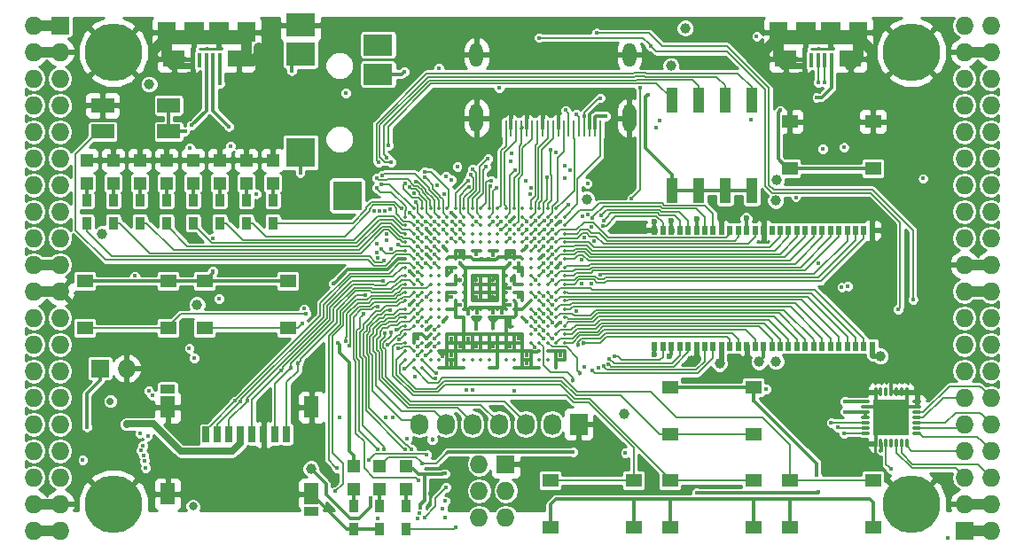
<source format=gtl>
G04 #@! TF.FileFunction,Copper,L1,Top,Signal*
%FSLAX46Y46*%
G04 Gerber Fmt 4.6, Leading zero omitted, Abs format (unit mm)*
G04 Created by KiCad (PCBNEW 4.0.7+dfsg1-1) date Sun Nov 12 22:07:03 2017*
%MOMM*%
%LPD*%
G01*
G04 APERTURE LIST*
%ADD10C,0.100000*%
%ADD11R,1.727200X1.727200*%
%ADD12O,1.727200X1.727200*%
%ADD13R,0.560000X0.900000*%
%ADD14C,5.500000*%
%ADD15R,2.200000X1.400000*%
%ADD16R,0.900000X1.200000*%
%ADD17R,2.100000X1.600000*%
%ADD18R,1.900000X1.900000*%
%ADD19R,0.400000X1.350000*%
%ADD20R,1.800000X1.900000*%
%ADD21O,0.850000X0.300000*%
%ADD22O,0.300000X0.850000*%
%ADD23R,1.675000X1.675000*%
%ADD24R,1.727200X2.032000*%
%ADD25O,1.727200X2.032000*%
%ADD26R,2.800000X2.200000*%
%ADD27R,2.800000X2.800000*%
%ADD28R,2.800000X2.000000*%
%ADD29O,1.300000X2.700000*%
%ADD30O,1.300000X2.300000*%
%ADD31R,0.250000X1.600000*%
%ADD32R,1.550000X1.300000*%
%ADD33R,1.120000X2.440000*%
%ADD34C,0.350000*%
%ADD35R,0.700000X1.500000*%
%ADD36R,1.450000X0.900000*%
%ADD37R,1.450000X2.000000*%
%ADD38R,1.200000X1.200000*%
%ADD39C,0.600000*%
%ADD40C,0.400000*%
%ADD41C,1.000000*%
%ADD42C,0.454000*%
%ADD43C,0.800000*%
%ADD44C,0.700000*%
%ADD45C,0.300000*%
%ADD46C,1.000000*%
%ADD47C,0.500000*%
%ADD48C,0.600000*%
%ADD49C,0.190000*%
%ADD50C,0.200000*%
%ADD51C,0.700000*%
%ADD52C,0.127000*%
%ADD53C,0.254000*%
G04 APERTURE END LIST*
D10*
D11*
X97910000Y-62690000D03*
D12*
X95370000Y-62690000D03*
X97910000Y-65230000D03*
X95370000Y-65230000D03*
X97910000Y-67770000D03*
X95370000Y-67770000D03*
X97910000Y-70310000D03*
X95370000Y-70310000D03*
X97910000Y-72850000D03*
X95370000Y-72850000D03*
X97910000Y-75390000D03*
X95370000Y-75390000D03*
X97910000Y-77930000D03*
X95370000Y-77930000D03*
X97910000Y-80470000D03*
X95370000Y-80470000D03*
X97910000Y-83010000D03*
X95370000Y-83010000D03*
X97910000Y-85550000D03*
X95370000Y-85550000D03*
X97910000Y-88090000D03*
X95370000Y-88090000D03*
X97910000Y-90630000D03*
X95370000Y-90630000D03*
X97910000Y-93170000D03*
X95370000Y-93170000D03*
X97910000Y-95710000D03*
X95370000Y-95710000D03*
X97910000Y-98250000D03*
X95370000Y-98250000D03*
X97910000Y-100790000D03*
X95370000Y-100790000D03*
X97910000Y-103330000D03*
X95370000Y-103330000D03*
X97910000Y-105870000D03*
X95370000Y-105870000D03*
X97910000Y-108410000D03*
X95370000Y-108410000D03*
X97910000Y-110950000D03*
X95370000Y-110950000D03*
D13*
X175480000Y-82270000D03*
X154680000Y-93330000D03*
X155480000Y-93330000D03*
X156280000Y-93330000D03*
X157080000Y-93330000D03*
X157880000Y-93330000D03*
X158680000Y-93330000D03*
X159480000Y-93330000D03*
X160280000Y-93330000D03*
X161080000Y-93330000D03*
X161880000Y-93330000D03*
X162680000Y-93330000D03*
X163480000Y-93330000D03*
X164280000Y-93330000D03*
X165080000Y-93330000D03*
X165880000Y-93330000D03*
X166680000Y-93330000D03*
X167480000Y-93330000D03*
X168280000Y-93330000D03*
X169080000Y-93330000D03*
X169880000Y-93330000D03*
X170680000Y-93330000D03*
X171480000Y-93330000D03*
X172280000Y-93330000D03*
X173080000Y-93330000D03*
X173880000Y-93330000D03*
X174680000Y-93330000D03*
X175480000Y-93330000D03*
X174680000Y-82270000D03*
X173880000Y-82270000D03*
X173080000Y-82270000D03*
X172280000Y-82270000D03*
X171480000Y-82270000D03*
X170680000Y-82270000D03*
X169880000Y-82270000D03*
X169080000Y-82270000D03*
X168280000Y-82270000D03*
X167480000Y-82270000D03*
X166680000Y-82270000D03*
X165880000Y-82270000D03*
X165080000Y-82270000D03*
X164280000Y-82270000D03*
X163480000Y-82270000D03*
X162680000Y-82270000D03*
X161880000Y-82270000D03*
X161080000Y-82270000D03*
X160280000Y-82270000D03*
X159480000Y-82270000D03*
X158680000Y-82270000D03*
X157880000Y-82270000D03*
X157080000Y-82270000D03*
X156280000Y-82270000D03*
X155480000Y-82270000D03*
X154680000Y-82270000D03*
D11*
X184270000Y-110950000D03*
D12*
X186810000Y-110950000D03*
X184270000Y-108410000D03*
X186810000Y-108410000D03*
X184270000Y-105870000D03*
X186810000Y-105870000D03*
X184270000Y-103330000D03*
X186810000Y-103330000D03*
X184270000Y-100790000D03*
X186810000Y-100790000D03*
X184270000Y-98250000D03*
X186810000Y-98250000D03*
X184270000Y-95710000D03*
X186810000Y-95710000D03*
X184270000Y-93170000D03*
X186810000Y-93170000D03*
X184270000Y-90630000D03*
X186810000Y-90630000D03*
X184270000Y-88090000D03*
X186810000Y-88090000D03*
X184270000Y-85550000D03*
X186810000Y-85550000D03*
X184270000Y-83010000D03*
X186810000Y-83010000D03*
X184270000Y-80470000D03*
X186810000Y-80470000D03*
X184270000Y-77930000D03*
X186810000Y-77930000D03*
X184270000Y-75390000D03*
X186810000Y-75390000D03*
X184270000Y-72850000D03*
X186810000Y-72850000D03*
X184270000Y-70310000D03*
X186810000Y-70310000D03*
X184270000Y-67770000D03*
X186810000Y-67770000D03*
X184270000Y-65230000D03*
X186810000Y-65230000D03*
X184270000Y-62690000D03*
X186810000Y-62690000D03*
D14*
X102990000Y-108410000D03*
X179190000Y-108410000D03*
X179190000Y-65230000D03*
X102990000Y-65230000D03*
D15*
X108274000Y-70330000D03*
X101974000Y-70330000D03*
X101974000Y-72830000D03*
X108274000Y-72830000D03*
D11*
X101720000Y-95456000D03*
D12*
X104260000Y-95456000D03*
D16*
X128390000Y-108580000D03*
X128390000Y-110780000D03*
X130930000Y-110780000D03*
X130930000Y-108580000D03*
D17*
X114980000Y-65875000D03*
X108780000Y-65875000D03*
D18*
X113080000Y-63325000D03*
X110680000Y-63325000D03*
D19*
X113180000Y-66000000D03*
X112530000Y-66000000D03*
X111880000Y-66000000D03*
X111230000Y-66000000D03*
X110580000Y-66000000D03*
D20*
X115680000Y-63325000D03*
X108080000Y-63325000D03*
D17*
X173400000Y-65875000D03*
X167200000Y-65875000D03*
D18*
X171500000Y-63325000D03*
X169100000Y-63325000D03*
D19*
X171600000Y-66000000D03*
X170950000Y-66000000D03*
X170300000Y-66000000D03*
X169650000Y-66000000D03*
X169000000Y-66000000D03*
D20*
X174100000Y-63325000D03*
X166500000Y-63325000D03*
D11*
X140455000Y-104600000D03*
D12*
X137915000Y-104600000D03*
X140455000Y-107140000D03*
X137915000Y-107140000D03*
X140455000Y-109680000D03*
X137915000Y-109680000D03*
D16*
X118230000Y-81570000D03*
X118230000Y-79370000D03*
X115690000Y-81570000D03*
X115690000Y-79370000D03*
X113150000Y-81570000D03*
X113150000Y-79370000D03*
X110610000Y-81570000D03*
X110610000Y-79370000D03*
X108070000Y-81570000D03*
X108070000Y-79370000D03*
X105530000Y-81570000D03*
X105530000Y-79370000D03*
X102990000Y-81570000D03*
X102990000Y-79370000D03*
X100450000Y-81570000D03*
X100450000Y-79370000D03*
D21*
X179735000Y-101655000D03*
X179735000Y-101155000D03*
X179735000Y-100655000D03*
X179735000Y-100155000D03*
X179735000Y-99655000D03*
X179735000Y-99155000D03*
X179735000Y-98655000D03*
D22*
X178785000Y-97705000D03*
X178285000Y-97705000D03*
X177785000Y-97705000D03*
X177285000Y-97705000D03*
X176785000Y-97705000D03*
X176285000Y-97705000D03*
X175785000Y-97705000D03*
D21*
X174835000Y-98655000D03*
X174835000Y-99155000D03*
X174835000Y-99655000D03*
X174835000Y-100155000D03*
X174835000Y-100655000D03*
X174835000Y-101155000D03*
X174835000Y-101655000D03*
D22*
X175785000Y-102605000D03*
X176285000Y-102605000D03*
X176785000Y-102605000D03*
X177285000Y-102605000D03*
X177785000Y-102605000D03*
X178285000Y-102605000D03*
X178785000Y-102605000D03*
D23*
X176447500Y-99317500D03*
X176447500Y-100992500D03*
X178122500Y-99317500D03*
X178122500Y-100992500D03*
D24*
X147440000Y-100790000D03*
D25*
X144900000Y-100790000D03*
X142360000Y-100790000D03*
X139820000Y-100790000D03*
X137280000Y-100790000D03*
X134740000Y-100790000D03*
X132200000Y-100790000D03*
D26*
X120880000Y-62640000D03*
X120880000Y-65440000D03*
D27*
X120880000Y-74840000D03*
X125330000Y-78940000D03*
D28*
X128280000Y-67340000D03*
X128280000Y-64540000D03*
D29*
X152280000Y-71550000D03*
X137680000Y-71550000D03*
D30*
X137680000Y-65500000D03*
D31*
X140480000Y-72500000D03*
X140980000Y-72500000D03*
X141480000Y-72500000D03*
X141980000Y-72500000D03*
X142480000Y-72500000D03*
X142980000Y-72500000D03*
X143480000Y-72500000D03*
X143980000Y-72500000D03*
X144480000Y-72500000D03*
X144980000Y-72500000D03*
X145480000Y-72500000D03*
X145980000Y-72500000D03*
X146480000Y-72500000D03*
X146980000Y-72500000D03*
X147480000Y-72500000D03*
X147980000Y-72500000D03*
X148480000Y-72500000D03*
X148980000Y-72500000D03*
X149480000Y-72500000D03*
D30*
X152280000Y-65500000D03*
D32*
X175550000Y-71870000D03*
X175550000Y-76370000D03*
X167590000Y-76370000D03*
X167590000Y-71870000D03*
X100280000Y-91610000D03*
X100280000Y-87110000D03*
X108240000Y-87110000D03*
X108240000Y-91610000D03*
X111710000Y-91610000D03*
X111710000Y-87110000D03*
X119670000Y-87110000D03*
X119670000Y-91610000D03*
X156160000Y-101770000D03*
X156160000Y-97270000D03*
X164120000Y-97270000D03*
X164120000Y-101770000D03*
X164120000Y-106160000D03*
X164120000Y-110660000D03*
X156160000Y-110660000D03*
X156160000Y-106160000D03*
X152690000Y-106160000D03*
X152690000Y-110660000D03*
X144730000Y-110660000D03*
X144730000Y-106160000D03*
X175550000Y-106160000D03*
X175550000Y-110660000D03*
X167590000Y-110660000D03*
X167590000Y-106160000D03*
D33*
X163950000Y-69815000D03*
X156330000Y-78425000D03*
X161410000Y-69815000D03*
X158870000Y-78425000D03*
X158870000Y-69815000D03*
X161410000Y-78425000D03*
X156330000Y-69815000D03*
X163950000Y-78425000D03*
D34*
X131680000Y-80200000D03*
X132480000Y-80200000D03*
X133280000Y-80200000D03*
X134080000Y-80200000D03*
X134880000Y-80200000D03*
X135680000Y-80200000D03*
X136480000Y-80200000D03*
X137280000Y-80200000D03*
X138080000Y-80200000D03*
X138880000Y-80200000D03*
X139680000Y-80200000D03*
X140480000Y-80200000D03*
X141280000Y-80200000D03*
X142080000Y-80200000D03*
X142880000Y-80200000D03*
X143680000Y-80200000D03*
X144480000Y-80200000D03*
X145280000Y-80200000D03*
X130880000Y-81000000D03*
X131680000Y-81000000D03*
X132480000Y-81000000D03*
X133280000Y-81000000D03*
X134080000Y-81000000D03*
X134880000Y-81000000D03*
X135680000Y-81000000D03*
X136480000Y-81000000D03*
X137280000Y-81000000D03*
X138080000Y-81000000D03*
X138880000Y-81000000D03*
X139680000Y-81000000D03*
X140480000Y-81000000D03*
X141280000Y-81000000D03*
X142080000Y-81000000D03*
X142880000Y-81000000D03*
X143680000Y-81000000D03*
X144480000Y-81000000D03*
X145280000Y-81000000D03*
X146080000Y-81000000D03*
X130880000Y-81800000D03*
X131680000Y-81800000D03*
X132480000Y-81800000D03*
X133280000Y-81800000D03*
X134080000Y-81800000D03*
X134880000Y-81800000D03*
X135680000Y-81800000D03*
X136480000Y-81800000D03*
X137280000Y-81800000D03*
X138080000Y-81800000D03*
X138880000Y-81800000D03*
X139680000Y-81800000D03*
X140480000Y-81800000D03*
X141280000Y-81800000D03*
X142080000Y-81800000D03*
X142880000Y-81800000D03*
X143680000Y-81800000D03*
X144480000Y-81800000D03*
X145280000Y-81800000D03*
X146080000Y-81800000D03*
X130880000Y-82600000D03*
X131680000Y-82600000D03*
X132480000Y-82600000D03*
X133280000Y-82600000D03*
X134080000Y-82600000D03*
X134880000Y-82600000D03*
X135680000Y-82600000D03*
X136480000Y-82600000D03*
X137280000Y-82600000D03*
X138080000Y-82600000D03*
X138880000Y-82600000D03*
X139680000Y-82600000D03*
X140480000Y-82600000D03*
X141280000Y-82600000D03*
X142080000Y-82600000D03*
X142880000Y-82600000D03*
X143680000Y-82600000D03*
X144480000Y-82600000D03*
X145280000Y-82600000D03*
X146080000Y-82600000D03*
X130880000Y-83400000D03*
X131680000Y-83400000D03*
X132480000Y-83400000D03*
X133280000Y-83400000D03*
X134080000Y-83400000D03*
X134880000Y-83400000D03*
X135680000Y-83400000D03*
X136480000Y-83400000D03*
X137280000Y-83400000D03*
X138080000Y-83400000D03*
X138880000Y-83400000D03*
X139680000Y-83400000D03*
X140480000Y-83400000D03*
X141280000Y-83400000D03*
X142080000Y-83400000D03*
X142880000Y-83400000D03*
X143680000Y-83400000D03*
X144480000Y-83400000D03*
X145280000Y-83400000D03*
X146080000Y-83400000D03*
X130880000Y-84200000D03*
X131680000Y-84200000D03*
X132480000Y-84200000D03*
X133280000Y-84200000D03*
X134080000Y-84200000D03*
X134880000Y-84200000D03*
X135680000Y-84200000D03*
X136480000Y-84200000D03*
X137280000Y-84200000D03*
X138080000Y-84200000D03*
X138880000Y-84200000D03*
X139680000Y-84200000D03*
X140480000Y-84200000D03*
X141280000Y-84200000D03*
X142080000Y-84200000D03*
X142880000Y-84200000D03*
X143680000Y-84200000D03*
X144480000Y-84200000D03*
X145280000Y-84200000D03*
X146080000Y-84200000D03*
X130880000Y-85000000D03*
X131680000Y-85000000D03*
X132480000Y-85000000D03*
X133280000Y-85000000D03*
X134080000Y-85000000D03*
X134880000Y-85000000D03*
X135680000Y-85000000D03*
X136480000Y-85000000D03*
X137280000Y-85000000D03*
X138080000Y-85000000D03*
X138880000Y-85000000D03*
X139680000Y-85000000D03*
X140480000Y-85000000D03*
X141280000Y-85000000D03*
X142080000Y-85000000D03*
X142880000Y-85000000D03*
X143680000Y-85000000D03*
X144480000Y-85000000D03*
X145280000Y-85000000D03*
X146080000Y-85000000D03*
X130880000Y-85800000D03*
X131680000Y-85800000D03*
X132480000Y-85800000D03*
X133280000Y-85800000D03*
X134080000Y-85800000D03*
X134880000Y-85800000D03*
X135680000Y-85800000D03*
X136480000Y-85800000D03*
X137280000Y-85800000D03*
X138080000Y-85800000D03*
X138880000Y-85800000D03*
X139680000Y-85800000D03*
X140480000Y-85800000D03*
X141280000Y-85800000D03*
X142080000Y-85800000D03*
X142880000Y-85800000D03*
X143680000Y-85800000D03*
X144480000Y-85800000D03*
X145280000Y-85800000D03*
X146080000Y-85800000D03*
X130880000Y-86600000D03*
X131680000Y-86600000D03*
X132480000Y-86600000D03*
X133280000Y-86600000D03*
X134080000Y-86600000D03*
X134880000Y-86600000D03*
X135680000Y-86600000D03*
X136480000Y-86600000D03*
X137280000Y-86600000D03*
X138080000Y-86600000D03*
X138880000Y-86600000D03*
X139680000Y-86600000D03*
X140480000Y-86600000D03*
X141280000Y-86600000D03*
X142080000Y-86600000D03*
X142880000Y-86600000D03*
X143680000Y-86600000D03*
X144480000Y-86600000D03*
X145280000Y-86600000D03*
X146080000Y-86600000D03*
X130880000Y-87400000D03*
X131680000Y-87400000D03*
X132480000Y-87400000D03*
X133280000Y-87400000D03*
X134080000Y-87400000D03*
X134880000Y-87400000D03*
X135680000Y-87400000D03*
X136480000Y-87400000D03*
X137280000Y-87400000D03*
X138080000Y-87400000D03*
X138880000Y-87400000D03*
X139680000Y-87400000D03*
X140480000Y-87400000D03*
X141280000Y-87400000D03*
X142080000Y-87400000D03*
X142880000Y-87400000D03*
X143680000Y-87400000D03*
X144480000Y-87400000D03*
X145280000Y-87400000D03*
X146080000Y-87400000D03*
X130880000Y-88200000D03*
X131680000Y-88200000D03*
X132480000Y-88200000D03*
X133280000Y-88200000D03*
X134080000Y-88200000D03*
X134880000Y-88200000D03*
X135680000Y-88200000D03*
X136480000Y-88200000D03*
X137280000Y-88200000D03*
X138080000Y-88200000D03*
X138880000Y-88200000D03*
X139680000Y-88200000D03*
X140480000Y-88200000D03*
X141280000Y-88200000D03*
X142080000Y-88200000D03*
X142880000Y-88200000D03*
X143680000Y-88200000D03*
X144480000Y-88200000D03*
X145280000Y-88200000D03*
X146080000Y-88200000D03*
X130880000Y-89000000D03*
X131680000Y-89000000D03*
X132480000Y-89000000D03*
X133280000Y-89000000D03*
X134080000Y-89000000D03*
X134880000Y-89000000D03*
X135680000Y-89000000D03*
X136480000Y-89000000D03*
X137280000Y-89000000D03*
X138080000Y-89000000D03*
X138880000Y-89000000D03*
X139680000Y-89000000D03*
X140480000Y-89000000D03*
X141280000Y-89000000D03*
X142080000Y-89000000D03*
X142880000Y-89000000D03*
X143680000Y-89000000D03*
X144480000Y-89000000D03*
X145280000Y-89000000D03*
X146080000Y-89000000D03*
X130880000Y-89800000D03*
X131680000Y-89800000D03*
X132480000Y-89800000D03*
X133280000Y-89800000D03*
X134080000Y-89800000D03*
X134880000Y-89800000D03*
X135680000Y-89800000D03*
X136480000Y-89800000D03*
X137280000Y-89800000D03*
X138080000Y-89800000D03*
X138880000Y-89800000D03*
X139680000Y-89800000D03*
X140480000Y-89800000D03*
X141280000Y-89800000D03*
X142080000Y-89800000D03*
X142880000Y-89800000D03*
X143680000Y-89800000D03*
X144480000Y-89800000D03*
X145280000Y-89800000D03*
X146080000Y-89800000D03*
X130880000Y-90600000D03*
X131680000Y-90600000D03*
X132480000Y-90600000D03*
X133280000Y-90600000D03*
X134080000Y-90600000D03*
X134880000Y-90600000D03*
X135680000Y-90600000D03*
X136480000Y-90600000D03*
X137280000Y-90600000D03*
X138080000Y-90600000D03*
X138880000Y-90600000D03*
X139680000Y-90600000D03*
X140480000Y-90600000D03*
X141280000Y-90600000D03*
X142080000Y-90600000D03*
X142880000Y-90600000D03*
X143680000Y-90600000D03*
X144480000Y-90600000D03*
X145280000Y-90600000D03*
X146080000Y-90600000D03*
X130880000Y-91400000D03*
X131680000Y-91400000D03*
X132480000Y-91400000D03*
X133280000Y-91400000D03*
X134080000Y-91400000D03*
X142880000Y-91400000D03*
X143680000Y-91400000D03*
X144480000Y-91400000D03*
X145280000Y-91400000D03*
X146080000Y-91400000D03*
X130880000Y-92200000D03*
X131680000Y-92200000D03*
X132480000Y-92200000D03*
X133280000Y-92200000D03*
X134080000Y-92200000D03*
X134880000Y-92200000D03*
X135680000Y-92200000D03*
X136480000Y-92200000D03*
X137280000Y-92200000D03*
X138080000Y-92200000D03*
X138880000Y-92200000D03*
X139680000Y-92200000D03*
X140480000Y-92200000D03*
X141280000Y-92200000D03*
X142080000Y-92200000D03*
X142880000Y-92200000D03*
X143680000Y-92200000D03*
X144480000Y-92200000D03*
X145280000Y-92200000D03*
X146080000Y-92200000D03*
X130880000Y-93000000D03*
X131680000Y-93000000D03*
X132480000Y-93000000D03*
X133280000Y-93000000D03*
X134080000Y-93000000D03*
X134880000Y-93000000D03*
X135680000Y-93000000D03*
X136480000Y-93000000D03*
X137280000Y-93000000D03*
X138080000Y-93000000D03*
X138880000Y-93000000D03*
X139680000Y-93000000D03*
X140480000Y-93000000D03*
X141280000Y-93000000D03*
X142080000Y-93000000D03*
X142880000Y-93000000D03*
X143680000Y-93000000D03*
X144480000Y-93000000D03*
X145280000Y-93000000D03*
X146080000Y-93000000D03*
X130880000Y-93800000D03*
X131680000Y-93800000D03*
X132480000Y-93800000D03*
X133280000Y-93800000D03*
X134080000Y-93800000D03*
X134880000Y-93800000D03*
X135680000Y-93800000D03*
X136480000Y-93800000D03*
X137280000Y-93800000D03*
X138080000Y-93800000D03*
X138880000Y-93800000D03*
X139680000Y-93800000D03*
X140480000Y-93800000D03*
X141280000Y-93800000D03*
X142080000Y-93800000D03*
X142880000Y-93800000D03*
X143680000Y-93800000D03*
X144480000Y-93800000D03*
X145280000Y-93800000D03*
X146080000Y-93800000D03*
X130880000Y-94600000D03*
X131680000Y-94600000D03*
X132480000Y-94600000D03*
X133280000Y-94600000D03*
X134080000Y-94600000D03*
X134880000Y-94600000D03*
X135680000Y-94600000D03*
X136480000Y-94600000D03*
X137280000Y-94600000D03*
X138080000Y-94600000D03*
X138880000Y-94600000D03*
X139680000Y-94600000D03*
X140480000Y-94600000D03*
X141280000Y-94600000D03*
X142080000Y-94600000D03*
X142880000Y-94600000D03*
X143680000Y-94600000D03*
X144480000Y-94600000D03*
X145280000Y-94600000D03*
X146080000Y-94600000D03*
X131680000Y-95400000D03*
X132480000Y-95400000D03*
X134080000Y-95400000D03*
X134880000Y-95400000D03*
X135680000Y-95400000D03*
X136480000Y-95400000D03*
X138880000Y-95400000D03*
X139680000Y-95400000D03*
X141280000Y-95400000D03*
X142080000Y-95400000D03*
X142880000Y-95400000D03*
X143680000Y-95400000D03*
X145280000Y-95400000D03*
D35*
X111855000Y-101765000D03*
X112955000Y-101765000D03*
X114055000Y-101765000D03*
X115155000Y-101765000D03*
X116255000Y-101765000D03*
X117355000Y-101765000D03*
X118455000Y-101765000D03*
X119555000Y-101765000D03*
D36*
X108180000Y-97465000D03*
X121930000Y-109115000D03*
D37*
X121930000Y-99165000D03*
X108180000Y-99165000D03*
X108180000Y-107465000D03*
X121930000Y-107465000D03*
D38*
X125977000Y-104770000D03*
X125977000Y-106970000D03*
D16*
X125977000Y-108580000D03*
X125977000Y-110780000D03*
D38*
X128390000Y-104770000D03*
X128390000Y-106970000D03*
X118230000Y-77760000D03*
X118230000Y-75560000D03*
X115690000Y-77760000D03*
X115690000Y-75560000D03*
X113150000Y-77760000D03*
X113150000Y-75560000D03*
X110610000Y-77760000D03*
X110610000Y-75560000D03*
X108070000Y-77760000D03*
X108070000Y-75560000D03*
X105530000Y-77760000D03*
X105530000Y-75560000D03*
X102990000Y-77760000D03*
X102990000Y-75560000D03*
X100450000Y-77760000D03*
X100450000Y-75560000D03*
X130930000Y-104770000D03*
X130930000Y-106970000D03*
D39*
X123437000Y-108972000D03*
D40*
X132871770Y-84533979D03*
X132862998Y-82124544D03*
X131278306Y-86213101D03*
X135281276Y-80583119D03*
X131279502Y-89407325D03*
X170309539Y-85441529D03*
X145698456Y-91073766D03*
D39*
X156262773Y-81349374D03*
X154657528Y-81463649D03*
D41*
X158233687Y-94760979D03*
D40*
X145672808Y-85396062D03*
X144103186Y-84622010D03*
X133216000Y-107465000D03*
X137680000Y-88600000D03*
X142480000Y-95000000D03*
X141680000Y-92600000D03*
X140836000Y-84534000D03*
X135284627Y-94985297D03*
X135288625Y-94225619D03*
X134455822Y-94267172D03*
X136095958Y-93369652D03*
D42*
X139264636Y-91615205D03*
D41*
X116880503Y-64802940D03*
X106974809Y-64953974D03*
X175210328Y-64948943D03*
X165417246Y-64954666D03*
D40*
X175495631Y-71457432D03*
X145680000Y-94177990D03*
X177285000Y-95710000D03*
D41*
X177229911Y-82281349D03*
D39*
X164741832Y-81130572D03*
X161067993Y-81216119D03*
D41*
X162992748Y-94820185D03*
D40*
X140880000Y-81400000D03*
X136085174Y-89394826D03*
X145680000Y-81400000D03*
X140874194Y-91433353D03*
X142480000Y-94200000D03*
X140880000Y-93400000D03*
X139280000Y-93400000D03*
X137680000Y-93400000D03*
X136880000Y-92600000D03*
X135280000Y-92600000D03*
X132880000Y-91800000D03*
X132880000Y-93400000D03*
D42*
X141042859Y-86994997D03*
X139280000Y-87000000D03*
X136110990Y-86995403D03*
X137680000Y-87000000D03*
X136080000Y-84600000D03*
X139280000Y-88600000D03*
D40*
X127586603Y-107875044D03*
D41*
X166343357Y-77477990D03*
D40*
X172564535Y-87722010D03*
D41*
X121861867Y-105030174D03*
D40*
X150030853Y-71331848D03*
D41*
X156235582Y-66548363D03*
X166248957Y-79408030D03*
X101932065Y-82585048D03*
X106417803Y-68312483D03*
X166280000Y-94800000D03*
X157600000Y-62944000D03*
X176254940Y-94288458D03*
D40*
X180340784Y-77316932D03*
X109828000Y-72830000D03*
D39*
X154683145Y-94115840D03*
D40*
X148271935Y-77777990D03*
D43*
X110593913Y-108636458D03*
D41*
X160884708Y-94994498D03*
D39*
X156077107Y-94326957D03*
D40*
X173137949Y-87594275D03*
D41*
X148202454Y-79278787D03*
D44*
X102710050Y-98594954D03*
D40*
X154794000Y-72426000D03*
X129005202Y-100174798D03*
X137659051Y-91638034D03*
X139820000Y-68665673D03*
X172834633Y-99599920D03*
X172879922Y-98618650D03*
X176305593Y-103279812D03*
X165349214Y-97422919D03*
X164433885Y-63737451D03*
X134079160Y-66786153D03*
X116654336Y-78777990D03*
D39*
X163422030Y-81120665D03*
X158680000Y-81210838D03*
D40*
X112515000Y-83010000D03*
X100080000Y-104200000D03*
X113080000Y-88800000D03*
D41*
X164653770Y-94825547D03*
D40*
X135273306Y-88618602D03*
X139272517Y-84611349D03*
X137680556Y-84534085D03*
X141680000Y-86200000D03*
X135280000Y-86200000D03*
X132880000Y-92600000D03*
X132080000Y-92600000D03*
X141680000Y-88600000D03*
X141680000Y-85400000D03*
X137689001Y-90122990D03*
D41*
X151758000Y-99774000D03*
D40*
X136885174Y-90194826D03*
X140094890Y-90122990D03*
X139280000Y-90122990D03*
X140880000Y-89400000D03*
X140880000Y-87800000D03*
X140880000Y-85400000D03*
D42*
X136080000Y-85400000D03*
D40*
X121401947Y-90251871D03*
X129988160Y-91721995D03*
X130302262Y-92700329D03*
X121041200Y-91125073D03*
D41*
X110991000Y-89360000D03*
D40*
X142480000Y-91000000D03*
X142480000Y-83800000D03*
X134480000Y-83800000D03*
X134480000Y-91000000D03*
X125193541Y-69156848D03*
X105037711Y-86632990D03*
X155149360Y-71764535D03*
X170182962Y-69571012D03*
X170362901Y-107286196D03*
X158716651Y-107325176D03*
X128216338Y-109760338D03*
X132708000Y-109680000D03*
X137295592Y-97538017D03*
X134750646Y-106810513D03*
X133680000Y-91800000D03*
X136740903Y-97514503D03*
X134675868Y-108131585D03*
D42*
X133449289Y-102232615D03*
D40*
X133680000Y-92600000D03*
X132936956Y-103711000D03*
X127385678Y-104203668D03*
X133685482Y-93402296D03*
X134463998Y-108841973D03*
X131039072Y-102187000D03*
X131808905Y-96227367D03*
X134636872Y-109719950D03*
X132846234Y-94197073D03*
X120834553Y-76779094D03*
X130761990Y-67119621D03*
X147186000Y-71200000D03*
X147983153Y-71347080D03*
X149475951Y-69619684D03*
X153297112Y-68608292D03*
X177926984Y-89812061D03*
X154329326Y-64643767D03*
X152497066Y-79193467D03*
X146481406Y-79819384D03*
X143650666Y-63862520D03*
X179351513Y-88868327D03*
X149134122Y-63424051D03*
X140035989Y-81400000D03*
X115759823Y-98502036D03*
X132083026Y-86260405D03*
X128776655Y-87135140D03*
X119008515Y-95662939D03*
D42*
X119978162Y-95412951D03*
X120634035Y-94977604D03*
D40*
X113212238Y-68244401D03*
X146180000Y-70800000D03*
X131453853Y-103208291D03*
X149771692Y-81825658D03*
X144080000Y-86200000D03*
X149520824Y-86534121D03*
X144894316Y-86977564D03*
X144873936Y-83860397D03*
X149549750Y-80868432D03*
D42*
X147355672Y-93219294D03*
D40*
X144113248Y-92588762D03*
X144875155Y-86218896D03*
X149846468Y-81303978D03*
X144916886Y-83016385D03*
X148719886Y-81056015D03*
D42*
X147915304Y-93063131D03*
D40*
X144882352Y-92577990D03*
X148747982Y-95669626D03*
X144891634Y-91073766D03*
X149795895Y-95251084D03*
X144867244Y-90229755D03*
X150278898Y-95040253D03*
X144892596Y-89385743D03*
X150345974Y-94517527D03*
X144877648Y-88622010D03*
X150889207Y-94332565D03*
X143280000Y-87000000D03*
X130807074Y-95454141D03*
X130171404Y-93544341D03*
X132080000Y-93400000D03*
X129196652Y-93209125D03*
X133852393Y-95875797D03*
X141280000Y-97600000D03*
X133762848Y-96395146D03*
X132080000Y-94200000D03*
X128610772Y-84072485D03*
X105895603Y-103765816D03*
X130839486Y-103208291D03*
X132075624Y-89410644D03*
X129449238Y-89926948D03*
X128806823Y-103185900D03*
X128251440Y-89564206D03*
X132162861Y-106185868D03*
X132880000Y-88600000D03*
X124329568Y-104994951D03*
X127040053Y-88481065D03*
X132080000Y-87000000D03*
X125499542Y-93250681D03*
X124202418Y-107207639D03*
X132024412Y-109766775D03*
X110313517Y-74380698D03*
X132219727Y-109277292D03*
X114166000Y-74247000D03*
X135315381Y-81391918D03*
X135280062Y-77463305D03*
X134471370Y-81406751D03*
X134758050Y-77130140D03*
X132761172Y-77202673D03*
X132737245Y-76676207D03*
X128644933Y-77050030D03*
X128152012Y-77257840D03*
X128125571Y-78233647D03*
X110718734Y-94451783D03*
X128590544Y-77894041D03*
X110249038Y-93533767D03*
X106368514Y-97613395D03*
X131253134Y-78134216D03*
X132783339Y-81400004D03*
X106741168Y-98035405D03*
X131709326Y-78745875D03*
X132079024Y-82984045D03*
X129109095Y-82655074D03*
X105572759Y-101661319D03*
X132880889Y-83897835D03*
X129054383Y-83179239D03*
X106281049Y-101893466D03*
X129487667Y-84079929D03*
X132083682Y-83828056D03*
X105813763Y-102819336D03*
X132062099Y-84533979D03*
X128165458Y-83528763D03*
X105627254Y-103312241D03*
X128183315Y-84380742D03*
X105992720Y-104283802D03*
X133671942Y-84595200D03*
X132834641Y-85377990D03*
X128203260Y-84907376D03*
X106088753Y-104974041D03*
D42*
X146862501Y-96617499D03*
X147534467Y-95913260D03*
D40*
X147927932Y-95329243D03*
X143280000Y-91000000D03*
X149284391Y-95377990D03*
X144077013Y-90266968D03*
X147207648Y-89973043D03*
X144076240Y-89395301D03*
X143281824Y-90201951D03*
X144102010Y-85397219D03*
X147687522Y-85093328D03*
X144868096Y-85371354D03*
X148610669Y-81900026D03*
X144102010Y-83000000D03*
X144888125Y-82172374D03*
X147695541Y-87377990D03*
X144082832Y-88584510D03*
X148688598Y-87378077D03*
X143278026Y-88595030D03*
X144125486Y-82186468D03*
X148298275Y-80739810D03*
X144876540Y-81328363D03*
X147802234Y-80917812D03*
X139280000Y-81400000D03*
X139578623Y-78205862D03*
X139034115Y-78040948D03*
X139046749Y-77514088D03*
X138580000Y-76200000D03*
X138779198Y-75400762D03*
X137680000Y-81400000D03*
X137308732Y-76415018D03*
X137106948Y-76979922D03*
X136859538Y-77550820D03*
X136922059Y-78097889D03*
X136096392Y-81395070D03*
X135830698Y-76200613D03*
X148878722Y-83261032D03*
X144915665Y-84598743D03*
X148001372Y-82958777D03*
X144103186Y-83777990D03*
X142841210Y-78784254D03*
X142473549Y-82998913D03*
X142864275Y-78217369D03*
X142437464Y-82181475D03*
X146089079Y-77300571D03*
X144144931Y-81387081D03*
X144394875Y-77219934D03*
X146577729Y-76500816D03*
X143281475Y-82206074D03*
X146130802Y-76060132D03*
X143300920Y-81377293D03*
X145255695Y-74817220D03*
X141662690Y-82207782D03*
X142456909Y-81405800D03*
X140030954Y-82200000D03*
X141342967Y-76554996D03*
X141046643Y-74873804D03*
X140864029Y-83041403D03*
X140874966Y-82177164D03*
X140980062Y-75681941D03*
X115149319Y-98625494D03*
X132872609Y-82968555D03*
X132080007Y-82103333D03*
X132080000Y-81400000D03*
X131847310Y-79589886D03*
X130856828Y-77786820D03*
X131923295Y-77584853D03*
X133648389Y-82190597D03*
X133627359Y-81414685D03*
X129477855Y-92000822D03*
X132880000Y-91000000D03*
X128879646Y-92111037D03*
X132077648Y-90977990D03*
X131275302Y-80595752D03*
X130489904Y-80167235D03*
X128823114Y-85153560D03*
X132072985Y-85377990D03*
X134476508Y-82180155D03*
X133942383Y-77980766D03*
X163908850Y-71651861D03*
X135656559Y-110610712D03*
X132468001Y-104503413D03*
X146844288Y-103452739D03*
X132285867Y-108754446D03*
X134707351Y-105508447D03*
D44*
X104260000Y-100790000D03*
D40*
X114604320Y-98573680D03*
X112515000Y-86185000D03*
X164144561Y-98511733D03*
X169506589Y-107953726D03*
X170157734Y-105666345D03*
X170735900Y-74464979D03*
X143257990Y-83000000D03*
X168166438Y-79108038D03*
X151896383Y-103510715D03*
X114039000Y-72342000D03*
X110483000Y-72215000D03*
X143269694Y-93414905D03*
X177274002Y-105079115D03*
X172761273Y-101651681D03*
X143280000Y-91800000D03*
X172193360Y-101105663D03*
X144064831Y-91877646D03*
X171540304Y-100645743D03*
X144080000Y-91000000D03*
X154052298Y-69302298D03*
X128333179Y-75769807D03*
X134613000Y-78819000D03*
X135280000Y-83022010D03*
X135320520Y-82196441D03*
X129493343Y-75737814D03*
X136080000Y-82200000D03*
X129125079Y-75315804D03*
X136080000Y-83000000D03*
X129252218Y-74142461D03*
X142377451Y-77497451D03*
X172746637Y-74347988D03*
X143280000Y-83800000D03*
X170300000Y-68151000D03*
X170950000Y-68125562D03*
X125167387Y-92841517D03*
X121206217Y-89762554D03*
X132082956Y-90210779D03*
X182675150Y-111637626D03*
X124027706Y-87347706D03*
X124027707Y-87347707D03*
X166678914Y-70803555D03*
X129660000Y-100155000D03*
X124580000Y-100155000D03*
X132084049Y-88558274D03*
X126880008Y-90276109D03*
X128280000Y-103200000D03*
X100450000Y-101044000D03*
X120008000Y-67008000D03*
X127889625Y-80407426D03*
X133680000Y-85400000D03*
X130204628Y-83599483D03*
X128416582Y-80399850D03*
X133680000Y-83800000D03*
X128943593Y-80399729D03*
X133680000Y-83000000D03*
X129457990Y-80285112D03*
X144780000Y-74590382D03*
X124453000Y-93043000D03*
D45*
X134455822Y-94267172D02*
X134455822Y-94224178D01*
X134455822Y-94224178D02*
X134880000Y-93800000D01*
X123437000Y-108972000D02*
X125245000Y-110780000D01*
X125245000Y-110780000D02*
X125850000Y-110780000D01*
X125850000Y-110780000D02*
X125889531Y-110819531D01*
X125889531Y-110819531D02*
X126234488Y-110819531D01*
X126234488Y-110819531D02*
X126274019Y-110780000D01*
X126274019Y-110780000D02*
X127640000Y-110780000D01*
X127640000Y-110780000D02*
X128390000Y-110780000D01*
X121930000Y-107465000D02*
X123437000Y-108972000D01*
D46*
X184270000Y-65230000D02*
X186810000Y-65230000D01*
X184270000Y-85550000D02*
X186810000Y-85550000D01*
X184270000Y-108410000D02*
X186810000Y-108410000D01*
X95370000Y-108410000D02*
X97910000Y-108410000D01*
D47*
X97910000Y-88090000D02*
X98956608Y-87043392D01*
D45*
X98956608Y-87043392D02*
X98974574Y-87043392D01*
D47*
X97910000Y-88090000D02*
X99013590Y-89193590D01*
D45*
X99013590Y-89193590D02*
X99060056Y-89193590D01*
D46*
X95370000Y-88090000D02*
X97910000Y-88090000D01*
X95370000Y-65230000D02*
X97910000Y-65230000D01*
D45*
X139264636Y-90984636D02*
X139295364Y-90984636D01*
X139295364Y-90984636D02*
X139680000Y-90600000D01*
X132871770Y-84591770D02*
X132871770Y-84533979D01*
X133280000Y-85000000D02*
X132871770Y-84591770D01*
X133280000Y-82600000D02*
X132862998Y-82182998D01*
X132862998Y-82182998D02*
X132862998Y-82124544D01*
X131293101Y-86213101D02*
X131278306Y-86213101D01*
X131680000Y-86600000D02*
X131293101Y-86213101D01*
X140480000Y-90600000D02*
X140480000Y-92200000D01*
X135281276Y-80601276D02*
X135281276Y-80583119D01*
X135680000Y-81000000D02*
X135281276Y-80601276D01*
X131279502Y-89400498D02*
X131279502Y-89407325D01*
X131680000Y-89000000D02*
X131279502Y-89400498D01*
X145280000Y-91400000D02*
X145606234Y-91073766D01*
X145606234Y-91073766D02*
X145698456Y-91073766D01*
X156280000Y-82270000D02*
X156280000Y-81366601D01*
X156280000Y-81366601D02*
X156262773Y-81349374D01*
X154680000Y-81486121D02*
X154657528Y-81463649D01*
X154680000Y-82270000D02*
X154680000Y-81486121D01*
X158680000Y-93330000D02*
X158680000Y-94314666D01*
X158680000Y-94314666D02*
X158233687Y-94760979D01*
X145672808Y-85407192D02*
X145672808Y-85396062D01*
X145280000Y-85800000D02*
X145672808Y-85407192D01*
X143680000Y-85000000D02*
X144057990Y-84622010D01*
X144057990Y-84622010D02*
X144103186Y-84622010D01*
X148480000Y-71200000D02*
X149230000Y-70450000D01*
X148480000Y-72500000D02*
X148480000Y-71200000D01*
X145480000Y-72500000D02*
X145480000Y-71200000D01*
X143980000Y-72500000D02*
X143980000Y-71200000D01*
X142480000Y-72500000D02*
X142480000Y-71450000D01*
X142480000Y-71200000D02*
X142480000Y-71450000D01*
X140980000Y-72500000D02*
X140980000Y-71200000D01*
X137280000Y-89000000D02*
X137680000Y-88600000D01*
X142480000Y-94600000D02*
X142880000Y-94600000D01*
X142080000Y-94600000D02*
X142480000Y-94600000D01*
X142480000Y-94600000D02*
X142480000Y-95000000D01*
X141680000Y-92200000D02*
X142080000Y-92200000D01*
X141280000Y-92200000D02*
X141680000Y-92200000D01*
X141680000Y-92200000D02*
X141680000Y-92600000D01*
X141280000Y-84200000D02*
X141170000Y-84200000D01*
X141170000Y-84200000D02*
X140836000Y-84534000D01*
X135284627Y-95395373D02*
X135284627Y-95268139D01*
X135280000Y-95400000D02*
X135284627Y-95395373D01*
X135284627Y-95268139D02*
X135284627Y-94985297D01*
X135288625Y-93942777D02*
X135288625Y-94225619D01*
X135288625Y-93808625D02*
X135288625Y-93942777D01*
X135280000Y-93800000D02*
X135288625Y-93808625D01*
X134455822Y-94175822D02*
X134455822Y-94267172D01*
X134080000Y-93800000D02*
X134455822Y-94175822D01*
X145280000Y-94600000D02*
X145280000Y-95400000D01*
X143498655Y-93891906D02*
X143590561Y-93800000D01*
X143040733Y-93891906D02*
X143498655Y-93891906D01*
X142880000Y-93800000D02*
X142948827Y-93800000D01*
X142948827Y-93800000D02*
X143040733Y-93891906D01*
X143590561Y-93800000D02*
X143680000Y-93800000D01*
X145280000Y-93800000D02*
X144480000Y-93800000D01*
X146080000Y-94600000D02*
X146080000Y-93800000D01*
X145280000Y-94600000D02*
X146080000Y-94600000D01*
X142080000Y-95400000D02*
X142080000Y-94600000D01*
X142880000Y-95400000D02*
X142880000Y-94600000D01*
X142880000Y-95400000D02*
X143680000Y-95400000D01*
X142080000Y-95400000D02*
X142880000Y-95400000D01*
X141280000Y-95400000D02*
X142080000Y-95400000D01*
X142080000Y-93000000D02*
X142080000Y-93800000D01*
X138880000Y-92200000D02*
X138880000Y-93000000D01*
X139680000Y-92200000D02*
X139680000Y-93000000D01*
X140480000Y-93000000D02*
X140480000Y-92200000D01*
X141280000Y-93000000D02*
X141280000Y-92200000D01*
X142080000Y-93000000D02*
X141280000Y-93000000D01*
X142080000Y-92200000D02*
X142080000Y-93000000D01*
X140480000Y-92200000D02*
X141280000Y-92200000D01*
X139680000Y-92200000D02*
X140480000Y-92200000D01*
X138880000Y-92200000D02*
X139680000Y-92200000D01*
X138080000Y-92200000D02*
X138880000Y-92200000D01*
X136095958Y-93086810D02*
X136095958Y-93369652D01*
X136080000Y-93000000D02*
X136095958Y-93015958D01*
X136095958Y-93015958D02*
X136095958Y-93086810D01*
X139264636Y-91294179D02*
X139264636Y-91615205D01*
X139264636Y-90984636D02*
X139264636Y-91294179D01*
X138880000Y-90600000D02*
X139264636Y-90984636D01*
D46*
X116880503Y-65510046D02*
X116880503Y-64802940D01*
X116265561Y-66124988D02*
X116880503Y-65510046D01*
X115680000Y-65910000D02*
X115894988Y-66124988D01*
X115680000Y-63960000D02*
X115680000Y-65910000D01*
X115894988Y-66124988D02*
X116265561Y-66124988D01*
X107474808Y-64453975D02*
X106974809Y-64953974D01*
X107968783Y-63960000D02*
X107474808Y-64453975D01*
X108080000Y-63960000D02*
X107968783Y-63960000D01*
X174710329Y-64448944D02*
X175210328Y-64948943D01*
X174100000Y-63960000D02*
X174221385Y-63960000D01*
X174221385Y-63960000D02*
X174710329Y-64448944D01*
X165917245Y-64454667D02*
X165417246Y-64954666D01*
X166411912Y-63960000D02*
X165917245Y-64454667D01*
X166500000Y-63960000D02*
X166411912Y-63960000D01*
D45*
X175495631Y-71740274D02*
X175495631Y-71457432D01*
X175495631Y-72230631D02*
X175495631Y-71740274D01*
X175535000Y-72270000D02*
X175495631Y-72230631D01*
D48*
X108780000Y-66510000D02*
X110455000Y-66510000D01*
D45*
X110455000Y-66510000D02*
X110580000Y-66635000D01*
D46*
X108080000Y-63960000D02*
X108080000Y-65810000D01*
X108080000Y-65810000D02*
X108780000Y-66510000D01*
X115680000Y-63960000D02*
X115680000Y-65810000D01*
D45*
X115680000Y-65810000D02*
X114980000Y-66510000D01*
D46*
X113080000Y-63960000D02*
X115680000Y-63960000D01*
X110680000Y-63960000D02*
X113080000Y-63960000D01*
X108080000Y-63960000D02*
X110680000Y-63960000D01*
D48*
X167200000Y-66510000D02*
X168875000Y-66510000D01*
D45*
X168875000Y-66510000D02*
X169000000Y-66635000D01*
D46*
X174100000Y-63960000D02*
X174100000Y-65810000D01*
X174100000Y-65810000D02*
X173400000Y-66510000D01*
X166500000Y-63960000D02*
X166500000Y-65810000D01*
X166500000Y-65810000D02*
X167200000Y-66510000D01*
X171500000Y-63960000D02*
X174100000Y-63960000D01*
X169100000Y-63960000D02*
X171500000Y-63960000D01*
X166500000Y-63960000D02*
X169100000Y-63960000D01*
D45*
X145680000Y-93800000D02*
X145680000Y-94177990D01*
X178785000Y-97705000D02*
X178785000Y-98655000D01*
X178785000Y-98655000D02*
X178122500Y-99317500D01*
X176285000Y-97705000D02*
X175785000Y-97705000D01*
X175785000Y-102605000D02*
X175785000Y-101655000D01*
X175785000Y-101655000D02*
X176447500Y-100992500D01*
X178122500Y-99317500D02*
X178122500Y-100992500D01*
X176447500Y-99317500D02*
X178122500Y-99317500D01*
X176447500Y-100992500D02*
X178122500Y-100992500D01*
X177285000Y-97705000D02*
X177285000Y-95710000D01*
X178122500Y-99317500D02*
X178285000Y-99155000D01*
X178285000Y-99155000D02*
X179735000Y-99155000D01*
X179735000Y-98655000D02*
X179735000Y-99155000D01*
X177785000Y-97705000D02*
X177920000Y-97705000D01*
X177920000Y-97705000D02*
X178285000Y-97705000D01*
X178285000Y-97705000D02*
X178785000Y-97705000D01*
X177285000Y-97705000D02*
X177785000Y-97705000D01*
X175785000Y-97705000D02*
X175785000Y-98655000D01*
X175785000Y-98655000D02*
X176447500Y-99317500D01*
X174835000Y-99155000D02*
X176285000Y-99155000D01*
X176285000Y-99155000D02*
X176447500Y-99317500D01*
X177241260Y-82270000D02*
X177229911Y-82281349D01*
X164941831Y-81330571D02*
X164741832Y-81130572D01*
X165080000Y-81468740D02*
X164941831Y-81330571D01*
X165080000Y-82270000D02*
X165080000Y-81468740D01*
X161080000Y-81228126D02*
X161067993Y-81216119D01*
X161080000Y-82270000D02*
X161080000Y-81228126D01*
D47*
X175480000Y-82270000D02*
X177241260Y-82270000D01*
D45*
X163192747Y-94620186D02*
X162992748Y-94820185D01*
X163480000Y-94332933D02*
X163192747Y-94620186D01*
X163480000Y-93330000D02*
X163480000Y-94332933D01*
X141280000Y-81000000D02*
X140880000Y-81400000D01*
X135685174Y-89394826D02*
X135802332Y-89394826D01*
X135680000Y-89400000D02*
X135685174Y-89394826D01*
X135802332Y-89394826D02*
X136085174Y-89394826D01*
X135054999Y-84825001D02*
X137080000Y-84825001D01*
X137280000Y-85000000D02*
X137105001Y-84825001D01*
X137105001Y-84825001D02*
X137080000Y-84825001D01*
X138280000Y-85088351D02*
X137368351Y-85088351D01*
X137368351Y-85088351D02*
X137280000Y-85000000D01*
X139680000Y-86600000D02*
X139280000Y-87000000D01*
X139680000Y-88200000D02*
X139680000Y-89000000D01*
X139680000Y-87400000D02*
X139680000Y-88200000D01*
X139680000Y-86600000D02*
X139680000Y-87400000D01*
X137280000Y-88200000D02*
X137280000Y-89000000D01*
X137280000Y-87400000D02*
X137280000Y-88200000D01*
X137280000Y-86600000D02*
X137280000Y-87400000D01*
X138880000Y-87400000D02*
X138880000Y-88200000D01*
X138880000Y-86600000D02*
X138880000Y-87400000D01*
X138080000Y-87400000D02*
X138080000Y-86600000D01*
X138080000Y-88200000D02*
X138080000Y-87400000D01*
X138080000Y-89000000D02*
X138080000Y-88200000D01*
X138080000Y-88200000D02*
X138880000Y-88200000D01*
X138080000Y-87400000D02*
X138880000Y-87400000D01*
X137280000Y-87400000D02*
X138080000Y-87400000D01*
X145454999Y-81625001D02*
X145680000Y-81400000D01*
X145280000Y-81800000D02*
X145454999Y-81625001D01*
X141480000Y-89800000D02*
X141480000Y-89200000D01*
X141480000Y-89200000D02*
X141280000Y-89000000D01*
X141280000Y-89800000D02*
X141480000Y-89800000D01*
X141480000Y-89800000D02*
X142080000Y-89800000D01*
X141454999Y-90425001D02*
X141454999Y-89825001D01*
X141454999Y-89825001D02*
X141480000Y-89800000D01*
X140874194Y-90605806D02*
X140874194Y-91150511D01*
X140880000Y-90600000D02*
X140874194Y-90605806D01*
X140874194Y-91150511D02*
X140874194Y-91433353D01*
X140480000Y-90600000D02*
X140880000Y-90600000D01*
X140880000Y-90600000D02*
X141280000Y-90600000D01*
X139680000Y-90600000D02*
X140480000Y-90600000D01*
X138880000Y-90600000D02*
X139680000Y-90600000D01*
X141280000Y-85000000D02*
X141280000Y-84800000D01*
X141280000Y-84200000D02*
X141280000Y-85000000D01*
X140480000Y-84200000D02*
X141280000Y-84200000D01*
X141280000Y-84800000D02*
X141280000Y-84200000D01*
X141905001Y-84825001D02*
X141305001Y-84825001D01*
X141305001Y-84825001D02*
X141280000Y-84800000D01*
X140480000Y-85000000D02*
X140480000Y-84200000D01*
X139680000Y-85000000D02*
X139680000Y-84898347D01*
X139680000Y-84898347D02*
X139753346Y-84825001D01*
X138280000Y-85088351D02*
X138680000Y-85088351D01*
X138280000Y-85088351D02*
X139489996Y-85088351D01*
X138080000Y-85000000D02*
X138191649Y-85000000D01*
X138191649Y-85000000D02*
X138280000Y-85088351D01*
X138880000Y-85000000D02*
X138768351Y-85000000D01*
X138768351Y-85000000D02*
X138680000Y-85088351D01*
X135680000Y-84200000D02*
X135680000Y-84800000D01*
X135680000Y-84800000D02*
X135680000Y-85000000D01*
X135054999Y-84825001D02*
X135654999Y-84825001D01*
X135654999Y-84825001D02*
X135680000Y-84800000D01*
X136480000Y-85000000D02*
X136480000Y-84200000D01*
X134880000Y-85000000D02*
X135054999Y-84825001D01*
X138880000Y-87400000D02*
X139680000Y-87400000D01*
X138880000Y-88200000D02*
X138880000Y-89000000D01*
X138880000Y-88200000D02*
X139680000Y-88200000D01*
X137280000Y-88200000D02*
X138080000Y-88200000D01*
X141280000Y-90600000D02*
X141454999Y-90425001D01*
D47*
X115690000Y-75610980D02*
X118230000Y-75610980D01*
X113150000Y-75610980D02*
X115690000Y-75610980D01*
X110610000Y-75610980D02*
X113150000Y-75610980D01*
X108070000Y-75610980D02*
X110610000Y-75610980D01*
X105530000Y-75610980D02*
X108070000Y-75610980D01*
X102990000Y-75610980D02*
X105530000Y-75610980D01*
X100450000Y-75610980D02*
X102990000Y-75610980D01*
D45*
X142080000Y-89800000D02*
X142880000Y-89000000D01*
X145680000Y-93800000D02*
X145280000Y-93800000D01*
X146080000Y-93800000D02*
X145680000Y-93800000D01*
X135680000Y-89400000D02*
X135680000Y-89800000D01*
X135680000Y-89000000D02*
X135680000Y-89400000D01*
X135280000Y-95400000D02*
X135680000Y-95400000D01*
X134880000Y-95400000D02*
X135280000Y-95400000D01*
X135280000Y-93800000D02*
X135680000Y-93800000D01*
X134880000Y-93800000D02*
X135280000Y-93800000D01*
X142480000Y-93800000D02*
X142080000Y-93800000D01*
X142880000Y-93800000D02*
X142480000Y-93800000D01*
X142480000Y-93800000D02*
X142480000Y-94200000D01*
X140880000Y-93000000D02*
X141280000Y-93000000D01*
X140480000Y-93000000D02*
X140880000Y-93000000D01*
X140880000Y-93000000D02*
X140880000Y-93400000D01*
X139280000Y-93000000D02*
X138880000Y-93000000D01*
X139680000Y-93000000D02*
X139280000Y-93000000D01*
X139280000Y-93000000D02*
X139280000Y-93400000D01*
X137680000Y-93000000D02*
X137280000Y-93000000D01*
X137680000Y-93000000D02*
X137680000Y-93400000D01*
X138080000Y-93000000D02*
X137680000Y-93000000D01*
X136080000Y-93000000D02*
X135680000Y-93000000D01*
X136480000Y-93000000D02*
X136080000Y-93000000D01*
X136880000Y-93000000D02*
X136480000Y-93000000D01*
X137280000Y-93000000D02*
X136880000Y-93000000D01*
X136880000Y-93000000D02*
X136880000Y-92600000D01*
X135280000Y-93000000D02*
X135680000Y-93000000D01*
X134880000Y-93000000D02*
X135280000Y-93000000D01*
X135280000Y-93000000D02*
X135280000Y-92600000D01*
X133280000Y-91400000D02*
X132880000Y-91800000D01*
X133280000Y-93000000D02*
X132880000Y-93400000D01*
X139753346Y-84825001D02*
X141905001Y-84825001D01*
X139489996Y-85088351D02*
X139753346Y-84825001D01*
X141905001Y-84825001D02*
X142080000Y-85000000D01*
X141042859Y-86837141D02*
X141042859Y-86994997D01*
X141280000Y-86600000D02*
X141042859Y-86837141D01*
X135684597Y-86995403D02*
X135789964Y-86995403D01*
X135680000Y-87000000D02*
X135684597Y-86995403D01*
X135789964Y-86995403D02*
X136110990Y-86995403D01*
X135680000Y-87000000D02*
X135680000Y-86600000D01*
X135680000Y-87400000D02*
X135680000Y-87000000D01*
X136480000Y-90600000D02*
X136480000Y-92200000D01*
X139680000Y-89000000D02*
X139280000Y-88600000D01*
X137280000Y-86600000D02*
X137680000Y-87000000D01*
X136480000Y-84200000D02*
X136080000Y-84600000D01*
X141280000Y-86600000D02*
X141280000Y-87400000D01*
X142080000Y-87400000D02*
X141280000Y-87400000D01*
X135680000Y-84200000D02*
X136480000Y-84200000D01*
X134880000Y-87400000D02*
X135680000Y-87400000D01*
X138880000Y-86600000D02*
X139680000Y-86600000D01*
X138080000Y-86600000D02*
X138880000Y-86600000D01*
X137280000Y-86600000D02*
X138080000Y-86600000D01*
X138880000Y-89000000D02*
X139680000Y-89000000D01*
X138080000Y-89000000D02*
X138880000Y-89000000D01*
X137280000Y-89000000D02*
X138080000Y-89000000D01*
X135680000Y-89800000D02*
X134880000Y-89800000D01*
X135680000Y-90600000D02*
X135680000Y-89800000D01*
X135680000Y-90600000D02*
X136480000Y-90600000D01*
X140480000Y-93000000D02*
X139680000Y-93000000D01*
X139680000Y-93800000D02*
X140480000Y-93800000D01*
X139680000Y-93800000D02*
X139680000Y-94600000D01*
X139680000Y-95400000D02*
X139680000Y-94600000D01*
X138880000Y-95400000D02*
X139680000Y-95400000D01*
X135680000Y-95400000D02*
X136480000Y-95400000D01*
X135680000Y-95400000D02*
X135680000Y-94600000D01*
X134880000Y-95400000D02*
X134080000Y-95400000D01*
X134880000Y-94600000D02*
X134880000Y-95400000D01*
X134080000Y-93800000D02*
X134880000Y-93800000D01*
X134880000Y-94600000D02*
X134880000Y-93800000D01*
X135680000Y-94600000D02*
X134880000Y-94600000D01*
X135680000Y-93800000D02*
X135680000Y-94600000D01*
X134880000Y-93000000D02*
X134880000Y-93800000D01*
X134880000Y-92200000D02*
X134880000Y-93000000D01*
X135680000Y-92200000D02*
X134880000Y-92200000D01*
X135680000Y-93800000D02*
X136480000Y-93800000D01*
X135680000Y-93000000D02*
X135680000Y-93800000D01*
X135680000Y-92200000D02*
X135680000Y-93000000D01*
X135680000Y-92200000D02*
X136480000Y-92200000D01*
X136480000Y-92200000D02*
X137280000Y-92200000D01*
X137280000Y-93800000D02*
X137280000Y-93000000D01*
X136480000Y-93800000D02*
X137280000Y-93800000D01*
X136480000Y-93000000D02*
X136480000Y-93800000D01*
X136480000Y-92200000D02*
X136480000Y-93000000D01*
X137280000Y-92200000D02*
X138080000Y-92200000D01*
X137280000Y-93800000D02*
X138080000Y-93800000D01*
X137280000Y-92200000D02*
X137280000Y-93000000D01*
X138080000Y-92200000D02*
X138080000Y-93000000D01*
X138080000Y-93000000D02*
X138880000Y-93000000D01*
X138080000Y-93800000D02*
X138080000Y-93000000D01*
X138880000Y-93800000D02*
X138080000Y-93800000D01*
X138880000Y-93000000D02*
X138880000Y-93800000D01*
X139680000Y-93800000D02*
X139680000Y-93000000D01*
X138880000Y-93800000D02*
X139680000Y-93800000D01*
X140480000Y-93000000D02*
X140480000Y-93800000D01*
X141280000Y-93000000D02*
X141280000Y-93800000D01*
X141280000Y-93800000D02*
X142080000Y-93800000D01*
X140480000Y-93800000D02*
X141280000Y-93800000D01*
X142080000Y-93800000D02*
X142080000Y-94600000D01*
X142880000Y-94600000D02*
X142880000Y-93800000D01*
X145280000Y-93800000D02*
X145280000Y-94600000D01*
X121861867Y-105030174D02*
X123322573Y-106490880D01*
X125606449Y-109807000D02*
X126485000Y-109807000D01*
X123322573Y-106490880D02*
X123322573Y-107523124D01*
X126485000Y-109807000D02*
X127586603Y-108705397D01*
X123322573Y-107523124D02*
X125606449Y-109807000D01*
X127586603Y-108705397D02*
X127586603Y-108157886D01*
X127586603Y-108157886D02*
X127586603Y-107875044D01*
X149048152Y-71331848D02*
X149748011Y-71331848D01*
X148980000Y-72500000D02*
X148980000Y-71400000D01*
X148980000Y-71400000D02*
X149048152Y-71331848D01*
X149748011Y-71331848D02*
X150030853Y-71331848D01*
X186810000Y-62877865D02*
X186810000Y-62690000D01*
D47*
X175488458Y-94288458D02*
X175547834Y-94288458D01*
X175480000Y-94280000D02*
X175488458Y-94288458D01*
X175480000Y-93330000D02*
X175480000Y-94280000D01*
X175547834Y-94288458D02*
X176254940Y-94288458D01*
D45*
X108274000Y-72830000D02*
X109828000Y-72830000D01*
X154680000Y-93330000D02*
X154680000Y-94112695D01*
X154680000Y-94112695D02*
X154683145Y-94115840D01*
D46*
X184270000Y-88090000D02*
X186810000Y-88090000D01*
X184270000Y-110950000D02*
X186810000Y-110950000D01*
X95370000Y-110950000D02*
X97910000Y-110950000D01*
X95370000Y-85550000D02*
X97910000Y-85550000D01*
X95370000Y-62690000D02*
X97910000Y-62690000D01*
D45*
X137280000Y-90600000D02*
X138080000Y-90600000D01*
D47*
X161080000Y-94799206D02*
X160884708Y-94994498D01*
X161080000Y-93330000D02*
X161080000Y-94799206D01*
D45*
X156280000Y-94124064D02*
X156077107Y-94326957D01*
X156280000Y-93330000D02*
X156280000Y-94124064D01*
X137659051Y-91355192D02*
X137659051Y-91638034D01*
X137659051Y-90820949D02*
X137659051Y-91355192D01*
X137680000Y-90800000D02*
X137659051Y-90820949D01*
X172889713Y-99655000D02*
X172834633Y-99599920D01*
X174835000Y-99655000D02*
X172889713Y-99655000D01*
X172916272Y-98655000D02*
X172879922Y-98618650D01*
X174835000Y-98655000D02*
X172916272Y-98655000D01*
X176305593Y-102996970D02*
X176305593Y-103279812D01*
X176285000Y-102605000D02*
X176305593Y-102625593D01*
X176285000Y-103300405D02*
X176305593Y-103279812D01*
X176285000Y-103330000D02*
X176285000Y-103300405D01*
X176305593Y-102625593D02*
X176305593Y-102996970D01*
X176280000Y-103335000D02*
X176285000Y-103330000D01*
X108274000Y-70330000D02*
X108274000Y-72830000D01*
X174835000Y-99655000D02*
X174835000Y-100155000D01*
X163480000Y-81178635D02*
X163422030Y-81120665D01*
X163480000Y-82270000D02*
X163480000Y-81178635D01*
X158680000Y-82270000D02*
X158680000Y-81210838D01*
X134880000Y-86600000D02*
X135280000Y-86200000D01*
X135280000Y-85800000D02*
X135280000Y-86200000D01*
X134880000Y-85800000D02*
X134880000Y-86600000D01*
X164853769Y-94625548D02*
X164653770Y-94825547D01*
X165080000Y-94399317D02*
X164853769Y-94625548D01*
X165080000Y-93330000D02*
X165080000Y-94399317D01*
X137680000Y-90800000D02*
X137880000Y-90800000D01*
X137480000Y-90800000D02*
X137680000Y-90800000D01*
X137880000Y-90800000D02*
X138080000Y-90600000D01*
X137280000Y-90600000D02*
X137480000Y-90800000D01*
X132880000Y-92600000D02*
X133280000Y-92200000D01*
X132480000Y-92200000D02*
X132880000Y-92600000D01*
X134990464Y-88618602D02*
X135273306Y-88618602D01*
X134898602Y-88618602D02*
X134990464Y-88618602D01*
X134880000Y-88600000D02*
X134898602Y-88618602D01*
X139272517Y-84328507D02*
X139272517Y-84611349D01*
X139272517Y-84207483D02*
X139272517Y-84328507D01*
X139280000Y-84200000D02*
X139272517Y-84207483D01*
X137680556Y-84200556D02*
X137680556Y-84251243D01*
X137680000Y-84200000D02*
X137680556Y-84200556D01*
X137680556Y-84251243D02*
X137680556Y-84534085D01*
X142080000Y-88600000D02*
X142080000Y-89000000D01*
X142080000Y-88200000D02*
X142080000Y-88600000D01*
X141680000Y-85800000D02*
X141680000Y-86200000D01*
X135280000Y-85800000D02*
X135680000Y-85800000D01*
X134880000Y-85800000D02*
X135280000Y-85800000D01*
X132080000Y-92200000D02*
X132480000Y-92200000D01*
X131680000Y-92200000D02*
X132080000Y-92200000D01*
X132080000Y-92200000D02*
X132080000Y-92600000D01*
X131680000Y-93000000D02*
X131680000Y-92200000D01*
X134880000Y-88600000D02*
X134880000Y-89000000D01*
X134880000Y-88200000D02*
X134880000Y-88600000D01*
X141680000Y-88200000D02*
X142080000Y-88200000D01*
X141280000Y-88200000D02*
X141680000Y-88200000D01*
X141680000Y-88200000D02*
X141680000Y-88600000D01*
X141680000Y-85800000D02*
X142080000Y-85800000D01*
X141280000Y-85800000D02*
X141680000Y-85800000D01*
X141680000Y-85800000D02*
X141680000Y-85400000D01*
X139280000Y-84200000D02*
X139680000Y-84200000D01*
X138880000Y-84200000D02*
X139280000Y-84200000D01*
X137680000Y-84200000D02*
X138080000Y-84200000D01*
X137280000Y-84200000D02*
X137680000Y-84200000D01*
X142080000Y-85800000D02*
X142080000Y-86600000D01*
X134880000Y-88200000D02*
X135680000Y-88200000D01*
X137689001Y-89840148D02*
X137689001Y-90122990D01*
X137689001Y-89634002D02*
X137689001Y-89840148D01*
X137680000Y-89625001D02*
X137689001Y-89634002D01*
X136654999Y-86800000D02*
X136654999Y-87200000D01*
X136654999Y-86600000D02*
X136654999Y-86800000D01*
X136654999Y-86800000D02*
X136654999Y-86774999D01*
X136654999Y-86774999D02*
X136480000Y-86600000D01*
X136654999Y-87200000D02*
X136654999Y-88200000D01*
X136480000Y-87400000D02*
X136654999Y-87225001D01*
X136654999Y-87225001D02*
X136654999Y-87200000D01*
X136885174Y-89911984D02*
X136885174Y-90194826D01*
X136880000Y-89800000D02*
X136885174Y-89805174D01*
X136885174Y-89805174D02*
X136885174Y-89911984D01*
X138080000Y-89625001D02*
X138880000Y-89625001D01*
X138880000Y-89625001D02*
X139280000Y-89625001D01*
X138880000Y-89800000D02*
X138880000Y-89625001D01*
X138080000Y-89800000D02*
X138080000Y-89625001D01*
X137054999Y-89625001D02*
X137280000Y-89625001D01*
X137280000Y-89625001D02*
X137680000Y-89625001D01*
X137280000Y-89800000D02*
X137280000Y-89625001D01*
X137680000Y-89625001D02*
X138080000Y-89625001D01*
X136480000Y-89000000D02*
X136654999Y-89000000D01*
X136654999Y-88200000D02*
X136654999Y-89000000D01*
X136480000Y-88200000D02*
X136654999Y-88200000D01*
X140094890Y-89840148D02*
X140094890Y-90122990D01*
X140094890Y-89639891D02*
X140094890Y-89840148D01*
X140080000Y-89625001D02*
X140094890Y-89639891D01*
X139280000Y-89625001D02*
X139280000Y-90122990D01*
X139280000Y-89625001D02*
X139680000Y-89625001D01*
X139680000Y-89625001D02*
X140080000Y-89625001D01*
X140080000Y-89625001D02*
X140305001Y-89625001D01*
X139680000Y-89800000D02*
X139680000Y-89625001D01*
X140305001Y-89400000D02*
X140305001Y-89000000D01*
X140305001Y-89000000D02*
X140305001Y-88200000D01*
X140480000Y-89000000D02*
X140305001Y-89000000D01*
X140305001Y-88200000D02*
X140305001Y-87800000D01*
X140480000Y-88200000D02*
X140305001Y-88200000D01*
X140305001Y-87800000D02*
X140305001Y-87400000D01*
X140305001Y-87400000D02*
X140305001Y-86600000D01*
X140480000Y-87400000D02*
X140305001Y-87400000D01*
X140305001Y-86600000D02*
X140305001Y-85974999D01*
X140480000Y-86600000D02*
X140305001Y-86600000D01*
X140480000Y-85800000D02*
X139480000Y-85800000D01*
X139480000Y-85800000D02*
X138680000Y-85800000D01*
X139680000Y-85800000D02*
X139480000Y-85800000D01*
X138680000Y-85800000D02*
X137880000Y-85800000D01*
X138880000Y-85800000D02*
X138680000Y-85800000D01*
X137880000Y-85800000D02*
X137080000Y-85800000D01*
X138080000Y-85800000D02*
X137880000Y-85800000D01*
X137080000Y-85800000D02*
X136480000Y-85800000D01*
X137280000Y-85800000D02*
X137080000Y-85800000D01*
X136654999Y-85974999D02*
X136654999Y-86600000D01*
X136654999Y-89000000D02*
X136654999Y-89625001D01*
X140305001Y-89400000D02*
X140880000Y-89400000D01*
X136880000Y-89800000D02*
X137054999Y-89625001D01*
X140305001Y-89625001D02*
X140480000Y-89800000D01*
X140305001Y-87800000D02*
X140880000Y-87800000D01*
X140305001Y-89625001D02*
X140305001Y-89400000D01*
X140480000Y-85800000D02*
X140880000Y-85400000D01*
X136480000Y-89800000D02*
X136880000Y-89800000D01*
X136480000Y-85800000D02*
X136080000Y-85400000D01*
X140305001Y-85974999D02*
X140480000Y-85800000D01*
X136480000Y-85800000D02*
X136654999Y-85974999D01*
X136654999Y-89625001D02*
X136480000Y-89800000D01*
D49*
X131724127Y-97719012D02*
X130041550Y-96036435D01*
X133960188Y-97719012D02*
X131724127Y-97719012D01*
X134706633Y-96972567D02*
X133960188Y-97719012D01*
X130041550Y-96036435D02*
X130041550Y-94638450D01*
X145675905Y-96972567D02*
X134706633Y-96972567D01*
X156690000Y-106560000D02*
X148488969Y-98358968D01*
X130705001Y-93974999D02*
X130880000Y-93800000D01*
X130041550Y-94638450D02*
X130705001Y-93974999D01*
X148488969Y-98358968D02*
X147062304Y-98358968D01*
X147062304Y-98358968D02*
X145675905Y-96972567D01*
X156160000Y-106160000D02*
X164120000Y-106160000D01*
X121119105Y-90251871D02*
X121401947Y-90251871D01*
X108450000Y-91210000D02*
X109408129Y-90251871D01*
X109408129Y-90251871D02*
X121119105Y-90251871D01*
X130880000Y-91400000D02*
X130489025Y-91400000D01*
X130489025Y-91400000D02*
X130167030Y-91721995D01*
X130167030Y-91721995D02*
X129988160Y-91721995D01*
X108240000Y-91610000D02*
X100280000Y-91610000D01*
X130379671Y-92700329D02*
X130302262Y-92700329D01*
X130880000Y-92200000D02*
X130379671Y-92700329D01*
X121041200Y-91203800D02*
X121041200Y-91125073D01*
X119670000Y-91610000D02*
X120635000Y-91610000D01*
X120635000Y-91610000D02*
X121041200Y-91203800D01*
X119670000Y-91610000D02*
X111710000Y-91610000D01*
X119425148Y-91210000D02*
X119484873Y-91269725D01*
X129702002Y-93375102D02*
X129702002Y-96145208D01*
X152690000Y-103008320D02*
X152690000Y-105320000D01*
X146930994Y-98675979D02*
X148357659Y-98675979D01*
X146291038Y-98036023D02*
X146930994Y-98675979D01*
X131592817Y-98036023D02*
X146291038Y-98036023D01*
X130627155Y-93000000D02*
X130504824Y-93122331D01*
X130880000Y-93000000D02*
X130627155Y-93000000D01*
X148357659Y-98675979D02*
X152690000Y-103008320D01*
X129954773Y-93122331D02*
X129702002Y-93375102D01*
X152690000Y-105320000D02*
X152690000Y-106160000D01*
X129702002Y-96145208D02*
X131592817Y-98036023D01*
X130504824Y-93122331D02*
X129954773Y-93122331D01*
X144730000Y-106160000D02*
X152690000Y-106160000D01*
X167590000Y-106160000D02*
X167590000Y-102747145D01*
X133965410Y-96817148D02*
X133097148Y-96817148D01*
X167590000Y-102747145D02*
X165018693Y-100175838D01*
X165018693Y-100175838D02*
X156768379Y-100175838D01*
X131854999Y-95574999D02*
X131680000Y-95400000D01*
X156768379Y-100175838D02*
X154317487Y-97724946D01*
X154317487Y-97724946D02*
X147324924Y-97724946D01*
X147324924Y-97724946D02*
X145938523Y-96338545D01*
X145938523Y-96338545D02*
X134444013Y-96338545D01*
X134444013Y-96338545D02*
X133965410Y-96817148D01*
X133097148Y-96817148D02*
X131854999Y-95574999D01*
X167590000Y-106160000D02*
X175550000Y-106160000D01*
X134575323Y-96655556D02*
X133828878Y-97402001D01*
X145807214Y-96655556D02*
X134575323Y-96655556D01*
X130358561Y-95121439D02*
X130705001Y-94774999D01*
X130705001Y-94774999D02*
X130880000Y-94600000D01*
X131855437Y-97402001D02*
X130358561Y-95905125D01*
X151466957Y-98041957D02*
X147193614Y-98041957D01*
X147193614Y-98041957D02*
X145807214Y-96655556D01*
X155195000Y-101770000D02*
X151466957Y-98041957D01*
X156160000Y-101770000D02*
X155195000Y-101770000D01*
X133828878Y-97402001D02*
X131855437Y-97402001D01*
X130358561Y-95905125D02*
X130358561Y-95121439D01*
X164120000Y-101770000D02*
X156160000Y-101770000D01*
D45*
X142080000Y-90600000D02*
X142480000Y-91000000D01*
X142254999Y-84025001D02*
X142480000Y-83800000D01*
X142080000Y-84200000D02*
X142254999Y-84025001D01*
X134880000Y-84200000D02*
X134480000Y-83800000D01*
X134880000Y-90600000D02*
X134480000Y-91000000D01*
X171600000Y-66635000D02*
X171600000Y-68605136D01*
X170634556Y-69570580D02*
X170183394Y-69570580D01*
X171600000Y-68605136D02*
X170634556Y-69570580D01*
X170183394Y-69570580D02*
X170182962Y-69571012D01*
X170323921Y-107325176D02*
X170362901Y-107286196D01*
X158716651Y-107325176D02*
X170323921Y-107325176D01*
D49*
X132708000Y-109680000D02*
X133755686Y-108632314D01*
X133755686Y-108632314D02*
X133755686Y-107805473D01*
X133755686Y-107805473D02*
X134550647Y-107010512D01*
X134550647Y-107010512D02*
X134750646Y-106810513D01*
X134080000Y-91400000D02*
X133680000Y-91800000D01*
X134080000Y-92200000D02*
X133680000Y-92600000D01*
X131868342Y-103630301D02*
X132856257Y-103630301D01*
X132856257Y-103630301D02*
X132936956Y-103711000D01*
X127585677Y-104003669D02*
X127385678Y-104203668D01*
X131868342Y-103630301D02*
X127959045Y-103630301D01*
X127959045Y-103630301D02*
X127585677Y-104003669D01*
X134080000Y-93000000D02*
X133685482Y-93394518D01*
X133685482Y-93394518D02*
X133685482Y-93402296D01*
X133280000Y-93800000D02*
X132882927Y-94197073D01*
X132882927Y-94197073D02*
X132846234Y-94197073D01*
D45*
X120880000Y-76733647D02*
X120834553Y-76779094D01*
X120880000Y-76647734D02*
X120880000Y-76733647D01*
X120880000Y-76647734D02*
X120885889Y-76653623D01*
X120880000Y-74840000D02*
X120880000Y-76647734D01*
X128280000Y-67340000D02*
X130541611Y-67340000D01*
X130541611Y-67340000D02*
X130761990Y-67119621D01*
D49*
X147480000Y-71450000D02*
X147230000Y-71200000D01*
X147230000Y-71200000D02*
X147186000Y-71200000D01*
X147480000Y-72500000D02*
X147480000Y-71450000D01*
X149475951Y-69619684D02*
X149346123Y-69619684D01*
X149346123Y-69619684D02*
X147983153Y-70982654D01*
X147983153Y-70982654D02*
X147983153Y-71347080D01*
X147980000Y-72500000D02*
X147980000Y-71350233D01*
X147980000Y-71350233D02*
X147983153Y-71347080D01*
X153297112Y-78393421D02*
X153297112Y-68891134D01*
X153297112Y-68891134D02*
X153297112Y-68608292D01*
X152497066Y-79193467D02*
X153297112Y-78393421D01*
X165918477Y-78686028D02*
X175330120Y-78686028D01*
X178126983Y-81482891D02*
X178126983Y-89612062D01*
X165282602Y-78050153D02*
X165918477Y-78686028D01*
X165282602Y-68818878D02*
X165282602Y-78050153D01*
X178126983Y-89612062D02*
X177926984Y-89812061D01*
X161633939Y-65170215D02*
X165282602Y-68818878D01*
X154855774Y-65170215D02*
X161633939Y-65170215D01*
X175330120Y-78686028D02*
X178126983Y-81482891D01*
X154329326Y-64643767D02*
X154855774Y-65170215D01*
X153548079Y-63862520D02*
X154129327Y-64443768D01*
X143650666Y-63862520D02*
X153548079Y-63862520D01*
X154129327Y-64443768D02*
X154329326Y-64643767D01*
X146460616Y-79819384D02*
X146481406Y-79819384D01*
X145280000Y-81000000D02*
X146460616Y-79819384D01*
X179351513Y-88585485D02*
X179351513Y-88868327D01*
X179351513Y-82259100D02*
X179351513Y-88585485D01*
X161567151Y-64655106D02*
X165599613Y-68687568D01*
X166049787Y-78369017D02*
X175461430Y-78369017D01*
X165599613Y-77918843D02*
X166049787Y-78369017D01*
X165599613Y-68687568D02*
X165599613Y-77918843D01*
X155402809Y-64655106D02*
X161567151Y-64655106D01*
X154171754Y-63424051D02*
X155402809Y-64655106D01*
X149134122Y-63424051D02*
X154171754Y-63424051D01*
X175461430Y-78369017D02*
X179351513Y-82259100D01*
X139680000Y-81800000D02*
X140035989Y-81444011D01*
X140035989Y-81444011D02*
X140035989Y-81400000D01*
X115759823Y-98314819D02*
X115759823Y-98502036D01*
X123385464Y-89483406D02*
X123385464Y-90689178D01*
X125769902Y-87098968D02*
X123385464Y-89483406D01*
X128493813Y-87135140D02*
X128457641Y-87098968D01*
X128776655Y-87135140D02*
X128493813Y-87135140D01*
X128457641Y-87098968D02*
X125769902Y-87098968D01*
X123385464Y-90689178D02*
X115759823Y-98314819D01*
X115759823Y-98639554D02*
X115759823Y-98502036D01*
X114055000Y-101765000D02*
X114055000Y-100344377D01*
X114055000Y-100344377D02*
X115759823Y-98639554D01*
X132140405Y-86260405D02*
X132083026Y-86260405D01*
X132480000Y-86600000D02*
X132140405Y-86260405D01*
X129340526Y-87225686D02*
X129009062Y-87557150D01*
X129845335Y-87225686D02*
X129340526Y-87225686D01*
X127951501Y-87557150D02*
X127819384Y-87425033D01*
X119208514Y-95462940D02*
X119008515Y-95662939D01*
X123702475Y-89614716D02*
X123702475Y-90820488D01*
X130471021Y-86600000D02*
X129845335Y-87225686D01*
X119208514Y-95314449D02*
X119208514Y-95462940D01*
X130880000Y-86600000D02*
X130471021Y-86600000D01*
X123702475Y-90820488D02*
X119208514Y-95314449D01*
X125892158Y-87425033D02*
X123702475Y-89614716D01*
X129009062Y-87557150D02*
X127951501Y-87557150D01*
X127819384Y-87425033D02*
X125892158Y-87425033D01*
X118808516Y-95862938D02*
X119008515Y-95662939D01*
X116255000Y-98416454D02*
X118808516Y-95862938D01*
X116255000Y-101765000D02*
X116255000Y-98416454D01*
X131280000Y-87000000D02*
X130519342Y-87000000D01*
X129831787Y-87542697D02*
X129500323Y-87874161D01*
X126023468Y-87742044D02*
X124019486Y-89746026D01*
X127688074Y-87742044D02*
X126023468Y-87742044D01*
X130519342Y-87000000D02*
X129976645Y-87542697D01*
X119978162Y-95091925D02*
X119978162Y-95412951D01*
X124019486Y-90951798D02*
X119978162Y-94993122D01*
X127820191Y-87874161D02*
X127688074Y-87742044D01*
X131680000Y-87400000D02*
X131280000Y-87000000D01*
X129500323Y-87874161D02*
X127820191Y-87874161D01*
X129976645Y-87542697D02*
X129831787Y-87542697D01*
X119978162Y-94993122D02*
X119978162Y-95091925D01*
X124019486Y-89746026D02*
X124019486Y-90951798D01*
X118455000Y-101765000D02*
X118455000Y-96936113D01*
X118455000Y-96936113D02*
X119978162Y-95412951D01*
X130880000Y-87400000D02*
X130567663Y-87400000D01*
X129631633Y-88191172D02*
X127688881Y-88191172D01*
X124336497Y-91083108D02*
X120861034Y-94558571D01*
X120861034Y-94558571D02*
X120861034Y-94750605D01*
X127556764Y-88059055D02*
X126154778Y-88059055D01*
X120861034Y-94750605D02*
X120634035Y-94977604D01*
X126154778Y-88059055D02*
X124336497Y-89877336D01*
X127688881Y-88191172D02*
X127556764Y-88059055D01*
X129963097Y-87859708D02*
X129631633Y-88191172D01*
X130567663Y-87400000D02*
X130107955Y-87859708D01*
X124336497Y-89877336D02*
X124336497Y-91083108D01*
X130107955Y-87859708D02*
X129963097Y-87859708D01*
X119555000Y-101765000D02*
X119555000Y-96794459D01*
X120634035Y-95298630D02*
X120634035Y-94977604D01*
X119555000Y-96794459D02*
X120634035Y-95715424D01*
X120634035Y-95715424D02*
X120634035Y-95298630D01*
D45*
X113180000Y-68212163D02*
X113212238Y-68244401D01*
X113180000Y-66635000D02*
X113180000Y-68212163D01*
D49*
X146480000Y-72500000D02*
X146480000Y-71100000D01*
X146480000Y-71100000D02*
X146180000Y-70800000D01*
X127506612Y-91514546D02*
X127506612Y-91947884D01*
X127189596Y-92264900D02*
X127189596Y-94068236D01*
X130980312Y-102786977D02*
X131032539Y-102786977D01*
X128371075Y-90650083D02*
X127506612Y-91514546D01*
X128740829Y-90650083D02*
X128371075Y-90650083D01*
X127506612Y-91947884D02*
X127189596Y-92264900D01*
X127431034Y-99237699D02*
X130980312Y-102786977D01*
X127189596Y-94068236D02*
X127431034Y-94309676D01*
X130286783Y-89800000D02*
X129737825Y-90348958D01*
X129737825Y-90348958D02*
X129041954Y-90348958D01*
X129041954Y-90348958D02*
X128740829Y-90650083D01*
X127431034Y-94309676D02*
X127431034Y-99237699D01*
X131032539Y-102786977D02*
X131253854Y-103008292D01*
X131253854Y-103008292D02*
X131453853Y-103208291D01*
X130880000Y-89800000D02*
X130286783Y-89800000D01*
X147151181Y-84014809D02*
X148102461Y-84014809D01*
X146080000Y-84200000D02*
X146965990Y-84200000D01*
X168280000Y-82910000D02*
X168280000Y-82270000D01*
X148102461Y-84014809D02*
X148614703Y-84527051D01*
X146965990Y-84200000D02*
X147151181Y-84014809D01*
X148614703Y-84527051D02*
X166662949Y-84527051D01*
X166662949Y-84527051D02*
X168280000Y-82910000D01*
X146952327Y-86600000D02*
X146327487Y-86600000D01*
X149888711Y-86112111D02*
X148824733Y-86112111D01*
X148614877Y-86321967D02*
X147230360Y-86321967D01*
X169014334Y-86112172D02*
X149888772Y-86112172D01*
X146327487Y-86600000D02*
X146080000Y-86600000D01*
X172280000Y-82846506D02*
X169014334Y-86112172D01*
X147230360Y-86321967D02*
X146952327Y-86600000D01*
X172280000Y-82270000D02*
X172280000Y-82846506D01*
X149888772Y-86112172D02*
X149888711Y-86112111D01*
X148824733Y-86112111D02*
X148614877Y-86321967D01*
X154866009Y-80933893D02*
X150946299Y-80933893D01*
X150054534Y-81825658D02*
X149771692Y-81825658D01*
X155480000Y-82270000D02*
X155480000Y-81547884D01*
X150946299Y-80933893D02*
X150054534Y-81825658D01*
X155480000Y-81547884D02*
X154866009Y-80933893D01*
X143680000Y-86600000D02*
X144080000Y-86200000D01*
X170680000Y-92690000D02*
X170680000Y-93330000D01*
X146873931Y-89551033D02*
X167661915Y-89551033D01*
X167661915Y-89551033D02*
X170680000Y-92569118D01*
X170680000Y-92569118D02*
X170680000Y-92690000D01*
X146080000Y-89800000D02*
X146624962Y-89800000D01*
X146624962Y-89800000D02*
X146873931Y-89551033D01*
X164280000Y-92690000D02*
X164280000Y-93330000D01*
X163360106Y-91770106D02*
X164280000Y-92690000D01*
X149864296Y-91770106D02*
X163360106Y-91770106D01*
X146881538Y-93000000D02*
X147584428Y-92297110D01*
X146080000Y-93000000D02*
X146881538Y-93000000D01*
X147584428Y-92297110D02*
X149337293Y-92297110D01*
X149337293Y-92297110D02*
X149864296Y-91770106D01*
X173080000Y-82270000D02*
X173080000Y-83267881D01*
X173080000Y-83267881D02*
X169883561Y-86464320D01*
X169883561Y-86464320D02*
X149590625Y-86464320D01*
X149590625Y-86464320D02*
X149520824Y-86534121D01*
X144894316Y-86985684D02*
X144894316Y-86977564D01*
X144480000Y-87400000D02*
X144894316Y-86985684D01*
X148746013Y-84210040D02*
X166179960Y-84210040D01*
X167480000Y-82910000D02*
X167480000Y-82270000D01*
X166179960Y-84210040D02*
X167480000Y-82910000D01*
X146917669Y-83800000D02*
X147019871Y-83697798D01*
X145680000Y-83800000D02*
X146917669Y-83800000D01*
X145280000Y-84200000D02*
X145680000Y-83800000D01*
X147019871Y-83697798D02*
X148233771Y-83697798D01*
X148233771Y-83697798D02*
X148746013Y-84210040D01*
D50*
X144480000Y-84200000D02*
X144819603Y-83860397D01*
X144819603Y-83860397D02*
X144873936Y-83860397D01*
D49*
X157880000Y-82270000D02*
X157880000Y-81334541D01*
X149749749Y-80668433D02*
X149549750Y-80868432D01*
X157880000Y-81334541D02*
X157046481Y-80501022D01*
X157046481Y-80501022D02*
X155329777Y-80501022D01*
X155329777Y-80501022D02*
X155128628Y-80299871D01*
X155128628Y-80299871D02*
X150118311Y-80299871D01*
X150118311Y-80299871D02*
X149749749Y-80668433D01*
X149076436Y-89868042D02*
X167058044Y-89868044D01*
X147005087Y-90395044D02*
X148549435Y-90395044D01*
X146811439Y-90201396D02*
X147005087Y-90395044D01*
X145678604Y-90201396D02*
X146811439Y-90201396D01*
X145280000Y-90600000D02*
X145678604Y-90201396D01*
X167058044Y-89868044D02*
X169880000Y-92690000D01*
X148549435Y-90395044D02*
X149076436Y-89868042D01*
X169880000Y-92690000D02*
X169880000Y-93330000D01*
X149468603Y-92614121D02*
X147715738Y-92614121D01*
X162077117Y-92087117D02*
X149995606Y-92087117D01*
X149995606Y-92087117D02*
X149468603Y-92614121D01*
X162680000Y-93330000D02*
X162680000Y-92690000D01*
X147355672Y-92974187D02*
X147355672Y-93219294D01*
X162680000Y-92690000D02*
X162077117Y-92087117D01*
X147715738Y-92614121D02*
X147355672Y-92974187D01*
X144068762Y-92588762D02*
X144113248Y-92588762D01*
X143680000Y-92200000D02*
X144068762Y-92588762D01*
X145280000Y-87400000D02*
X145680000Y-87000000D01*
X145680000Y-87000000D02*
X147000648Y-87000000D01*
X147000648Y-87000000D02*
X147361670Y-86638978D01*
X147361670Y-86638978D02*
X149001119Y-86638978D01*
X149001119Y-86638978D02*
X149318263Y-86956122D01*
X149318263Y-86956122D02*
X149803881Y-86956122D01*
X149803881Y-86956122D02*
X149969205Y-86790798D01*
X149969205Y-86790798D02*
X170301690Y-86790798D01*
X170301690Y-86790798D02*
X173880000Y-83212488D01*
X173880000Y-83212488D02*
X173880000Y-82910000D01*
X173880000Y-82910000D02*
X173880000Y-82270000D01*
X150533564Y-80616882D02*
X150046467Y-81103979D01*
X154997318Y-80616882D02*
X150533564Y-80616882D01*
X150046467Y-81103979D02*
X149846468Y-81303978D01*
X155198465Y-80818031D02*
X154997318Y-80616882D01*
X156588793Y-80818033D02*
X155198465Y-80818031D01*
X157080000Y-81309240D02*
X156588793Y-80818033D01*
X157080000Y-82270000D02*
X157080000Y-81309240D01*
X144861104Y-86218896D02*
X144875155Y-86218896D01*
X144480000Y-86600000D02*
X144861104Y-86218896D01*
X169880000Y-82910000D02*
X169880000Y-82270000D01*
X147839841Y-84648831D02*
X148352083Y-85161073D01*
X148352083Y-85161073D02*
X167628927Y-85161073D01*
X147062632Y-85000000D02*
X147413801Y-84648831D01*
X167628927Y-85161073D02*
X169880000Y-82910000D01*
X147413801Y-84648831D02*
X147839841Y-84648831D01*
X146080000Y-85000000D02*
X147062632Y-85000000D01*
D50*
X144863615Y-83016385D02*
X144916886Y-83016385D01*
X144480000Y-83400000D02*
X144863615Y-83016385D01*
D49*
X158664012Y-80184012D02*
X155461089Y-80184012D01*
X159480000Y-81000000D02*
X158664012Y-80184012D01*
X149793041Y-79982860D02*
X148919885Y-80856016D01*
X155461089Y-80184012D02*
X155259938Y-79982860D01*
X148919885Y-80856016D02*
X148719886Y-81056015D01*
X155259938Y-79982860D02*
X149793041Y-79982860D01*
X159480000Y-82270000D02*
X159480000Y-81000000D01*
X161880000Y-93330000D02*
X161880000Y-92690000D01*
X161594128Y-92404128D02*
X150126916Y-92404128D01*
X150126916Y-92404128D02*
X149467913Y-93063131D01*
X149467913Y-93063131D02*
X148236330Y-93063131D01*
X161880000Y-92690000D02*
X161594128Y-92404128D01*
X148236330Y-93063131D02*
X147915304Y-93063131D01*
X144857990Y-92577990D02*
X144882352Y-92577990D01*
X144480000Y-92200000D02*
X144857990Y-92577990D01*
X146080000Y-87400000D02*
X147048969Y-87400000D01*
X149186953Y-87273133D02*
X149935191Y-87273133D01*
X170609307Y-87134712D02*
X174680000Y-83064019D01*
X147048969Y-87400000D02*
X147492980Y-86955989D01*
X147492980Y-86955989D02*
X148869809Y-86955989D01*
X149935191Y-87273133D02*
X150073612Y-87134712D01*
X148869809Y-86955989D02*
X149186953Y-87273133D01*
X150073612Y-87134712D02*
X170609307Y-87134712D01*
X174680000Y-83064019D02*
X174680000Y-82910000D01*
X174680000Y-82910000D02*
X174680000Y-82270000D01*
X145280000Y-89800000D02*
X145680000Y-89400000D01*
X168144706Y-89234022D02*
X171480000Y-92569316D01*
X171480000Y-92569316D02*
X171480000Y-92690000D01*
X171480000Y-92690000D02*
X171480000Y-93330000D01*
X145680000Y-89400000D02*
X146576643Y-89400001D01*
X146576643Y-89400001D02*
X146742622Y-89234022D01*
X146742622Y-89234022D02*
X168144706Y-89234022D01*
X146080000Y-81800000D02*
X147562191Y-80317809D01*
X147562191Y-80317809D02*
X148766442Y-80317809D01*
X160280000Y-81630000D02*
X160280000Y-82270000D01*
X148766442Y-80317809D02*
X149418402Y-79665849D01*
X149418402Y-79665849D02*
X155391248Y-79665849D01*
X155391248Y-79665849D02*
X155592399Y-79867001D01*
X155592399Y-79867001D02*
X159447001Y-79867001D01*
X159447001Y-79867001D02*
X160280000Y-80700000D01*
X160280000Y-80700000D02*
X160280000Y-81630000D01*
X174680000Y-93330000D02*
X174680000Y-92622471D01*
X174680000Y-92622471D02*
X170023507Y-87965978D01*
X145680000Y-87800000D02*
X145280000Y-88200000D01*
X170023507Y-87965978D02*
X148742620Y-87965978D01*
X148742620Y-87965978D02*
X148576642Y-87800000D01*
X148576642Y-87800000D02*
X145680000Y-87800000D01*
X148947981Y-95869625D02*
X148747982Y-95669626D01*
X149002488Y-95924132D02*
X148947981Y-95869625D01*
X158804189Y-95924132D02*
X149002488Y-95924132D01*
X160280000Y-94448321D02*
X158804189Y-95924132D01*
X160280000Y-93330000D02*
X160280000Y-94448321D01*
X144480000Y-90600000D02*
X144891634Y-91011634D01*
X144891634Y-91011634D02*
X144891634Y-91073766D01*
X161537601Y-82942001D02*
X161880000Y-82599602D01*
X145280000Y-82600000D02*
X145682999Y-82197001D01*
X145682999Y-82197001D02*
X147241945Y-82197001D01*
X148813230Y-81478025D02*
X150277206Y-82942001D01*
X150277206Y-82942001D02*
X161537601Y-82942001D01*
X147241945Y-82197001D02*
X147960921Y-81478025D01*
X147960921Y-81478025D02*
X148813230Y-81478025D01*
X161880000Y-82599602D02*
X161880000Y-82270000D01*
X148637498Y-82522020D02*
X149408904Y-82522020D01*
X150145896Y-83259012D02*
X162330988Y-83259012D01*
X162680000Y-82910000D02*
X162680000Y-82270000D01*
X149408904Y-82522020D02*
X150145896Y-83259012D01*
X148335243Y-82219765D02*
X148637498Y-82522020D01*
X146080000Y-82600000D02*
X147287266Y-82600000D01*
X147667501Y-82219765D02*
X148335243Y-82219765D01*
X162330988Y-83259012D02*
X162680000Y-82910000D01*
X147287266Y-82600000D02*
X147667501Y-82219765D01*
X148562118Y-85478084D02*
X168111916Y-85478084D01*
X148415201Y-85625001D02*
X148562118Y-85478084D01*
X170680000Y-82910000D02*
X170680000Y-82270000D01*
X146080000Y-85800000D02*
X146254999Y-85625001D01*
X168111916Y-85478084D02*
X170680000Y-82910000D01*
X146254999Y-85625001D02*
X148415201Y-85625001D01*
X159480000Y-93330000D02*
X159480000Y-94800000D01*
X159480000Y-94800000D02*
X158672879Y-95607121D01*
X158672879Y-95607121D02*
X150151932Y-95607121D01*
X150151932Y-95607121D02*
X149995894Y-95451083D01*
X149995894Y-95451083D02*
X149795895Y-95251084D01*
X144867244Y-90187244D02*
X144867244Y-90229755D01*
X144480000Y-89800000D02*
X144867244Y-90187244D01*
X149078513Y-82839031D02*
X149815500Y-83576018D01*
X148203933Y-82536776D02*
X148506188Y-82839031D01*
X149815500Y-83576018D02*
X163613982Y-83576018D01*
X163613982Y-83576018D02*
X164280000Y-82910000D01*
X148506188Y-82839031D02*
X149078513Y-82839031D01*
X145677001Y-83002999D02*
X147332588Y-83002999D01*
X145280000Y-83400000D02*
X145677001Y-83002999D01*
X164280000Y-82910000D02*
X164280000Y-82270000D01*
X147332588Y-83002999D02*
X147798811Y-82536776D01*
X147798811Y-82536776D02*
X148203933Y-82536776D01*
X168594905Y-85795095D02*
X171480000Y-82910000D01*
X148693428Y-85795095D02*
X168594905Y-85795095D01*
X148483567Y-86004956D02*
X148693428Y-85795095D01*
X145682999Y-86197001D02*
X146907005Y-86197001D01*
X145280000Y-86600000D02*
X145682999Y-86197001D01*
X171480000Y-82910000D02*
X171480000Y-82270000D01*
X147099050Y-86004956D02*
X148483567Y-86004956D01*
X146907005Y-86197001D02*
X147099050Y-86004956D01*
X173880000Y-93330000D02*
X173880000Y-92533049D01*
X173880000Y-92533049D02*
X169629940Y-88282989D01*
X169629940Y-88282989D02*
X146410476Y-88282989D01*
X146410476Y-88282989D02*
X146327487Y-88200000D01*
X146327487Y-88200000D02*
X146080000Y-88200000D01*
X145280000Y-89000000D02*
X145680000Y-88600000D01*
X169280000Y-88600000D02*
X173080000Y-92400000D01*
X145680000Y-88600000D02*
X169280000Y-88600000D01*
X173080000Y-92400000D02*
X173080000Y-93330000D01*
X146080000Y-89000000D02*
X146327487Y-89000000D01*
X172280000Y-92465340D02*
X172280000Y-93330000D01*
X146327487Y-89000000D02*
X146410476Y-88917011D01*
X146410476Y-88917011D02*
X168731671Y-88917011D01*
X168731671Y-88917011D02*
X172280000Y-92465340D01*
X150528755Y-95290110D02*
X150478897Y-95240252D01*
X150478897Y-95240252D02*
X150278898Y-95040253D01*
X156488211Y-95290110D02*
X150528755Y-95290110D01*
X157880000Y-93898321D02*
X156488211Y-95290110D01*
X157880000Y-93330000D02*
X157880000Y-93898321D01*
X144865743Y-89385743D02*
X144892596Y-89385743D01*
X144480000Y-89000000D02*
X144865743Y-89385743D01*
X150825032Y-94973099D02*
X150369460Y-94517527D01*
X156356901Y-94973099D02*
X150825032Y-94973099D01*
X150369460Y-94517527D02*
X150345974Y-94517527D01*
X157080000Y-93330000D02*
X157080000Y-94250000D01*
X157080000Y-94250000D02*
X156356901Y-94973099D01*
X144877648Y-88597648D02*
X144877648Y-88622010D01*
X144480000Y-88200000D02*
X144877648Y-88597648D01*
X155480000Y-93330000D02*
X155480000Y-94347408D01*
X155480000Y-94347408D02*
X155171320Y-94656088D01*
X155171320Y-94656088D02*
X151495572Y-94656088D01*
X151172049Y-94332565D02*
X150889207Y-94332565D01*
X151495572Y-94656088D02*
X151172049Y-94332565D01*
X142880000Y-86600000D02*
X143280000Y-87000000D01*
X149732986Y-91453095D02*
X164643095Y-91453095D01*
X164643095Y-91453095D02*
X165880000Y-92690000D01*
X147453118Y-91980099D02*
X149205983Y-91980099D01*
X146833217Y-92600000D02*
X147453118Y-91980099D01*
X165880000Y-92690000D02*
X165880000Y-93330000D01*
X145680000Y-92600000D02*
X146833217Y-92600000D01*
X149205983Y-91980099D02*
X149732986Y-91453095D01*
X145280000Y-93000000D02*
X145680000Y-92600000D01*
X148680744Y-90712055D02*
X149207746Y-90185053D01*
X146439542Y-90712055D02*
X148680744Y-90712055D01*
X169080000Y-92690000D02*
X169080000Y-93330000D01*
X166575053Y-90185053D02*
X169080000Y-92690000D01*
X149207746Y-90185053D02*
X166575053Y-90185053D01*
X146327487Y-90600000D02*
X146439542Y-90712055D01*
X146080000Y-90600000D02*
X146327487Y-90600000D01*
X168280000Y-92690000D02*
X168280000Y-93330000D01*
X166092064Y-90502064D02*
X168280000Y-92690000D01*
X149339056Y-90502063D02*
X166092064Y-90502064D01*
X146450934Y-91029066D02*
X148812053Y-91029066D01*
X146080000Y-91400000D02*
X146450934Y-91029066D01*
X148812053Y-91029066D02*
X149339056Y-90502063D01*
X165696971Y-83893029D02*
X166680000Y-82910000D01*
X148877323Y-83893029D02*
X165696971Y-83893029D01*
X148365081Y-83380787D02*
X148877323Y-83893029D01*
X146080000Y-83400000D02*
X146327487Y-83400000D01*
X166680000Y-82910000D02*
X166680000Y-82270000D01*
X146346700Y-83380787D02*
X148365081Y-83380787D01*
X146327487Y-83400000D02*
X146346700Y-83380787D01*
X148943363Y-91346077D02*
X149470366Y-90819073D01*
X145280000Y-92200000D02*
X145680000Y-91800000D01*
X167480000Y-92690000D02*
X167480000Y-93330000D01*
X165609075Y-90819075D02*
X167480000Y-92690000D01*
X149470366Y-90819073D02*
X165609075Y-90819075D01*
X145680000Y-91800000D02*
X146736576Y-91800000D01*
X146736576Y-91800000D02*
X147190498Y-91346077D01*
X147190498Y-91346077D02*
X148943363Y-91346077D01*
X149601676Y-91136084D02*
X165126084Y-91136084D01*
X166680000Y-92690000D02*
X166680000Y-93330000D01*
X146080000Y-92200000D02*
X146784897Y-92200000D01*
X146784897Y-92200000D02*
X147321808Y-91663088D01*
X147321808Y-91663088D02*
X149074673Y-91663088D01*
X149074673Y-91663088D02*
X149601676Y-91136084D01*
X165126084Y-91136084D02*
X166680000Y-92690000D01*
X131680000Y-94600000D02*
X130825859Y-95454141D01*
X130825859Y-95454141D02*
X130807074Y-95454141D01*
X130675476Y-93400000D02*
X130531135Y-93544341D01*
X131280000Y-93400000D02*
X130675476Y-93400000D01*
X131680000Y-93800000D02*
X131280000Y-93400000D01*
X130531135Y-93544341D02*
X130454246Y-93544341D01*
X130454246Y-93544341D02*
X130171404Y-93544341D01*
X132080000Y-93400000D02*
X132480000Y-93000000D01*
X130352159Y-92239272D02*
X130166505Y-92239272D01*
X130692438Y-91800000D02*
X130482999Y-92009439D01*
X131280000Y-91800000D02*
X130692438Y-91800000D01*
X130482999Y-92009439D02*
X130482999Y-92108432D01*
X130482999Y-92108432D02*
X130352159Y-92239272D01*
X130166505Y-92239272D02*
X129396651Y-93009126D01*
X131680000Y-91400000D02*
X131280000Y-91800000D01*
X129396651Y-93009126D02*
X129196652Y-93209125D01*
X132480000Y-94600000D02*
X133755797Y-95875797D01*
X133755797Y-95875797D02*
X133852393Y-95875797D01*
X133762848Y-96395146D02*
X133475146Y-96395146D01*
X133475146Y-96395146D02*
X132480000Y-95400000D01*
X132480000Y-93800000D02*
X132080000Y-94200000D01*
X128382067Y-96495655D02*
X128382067Y-93915746D01*
X137280000Y-100637600D02*
X135877379Y-99234979D01*
X131505001Y-90774999D02*
X131680000Y-90600000D01*
X131121391Y-99234979D02*
X128382067Y-96495655D01*
X128140629Y-93674306D02*
X128140629Y-92658834D01*
X135877379Y-99234979D02*
X131121391Y-99234979D01*
X129134759Y-91601116D02*
X129435884Y-91299991D01*
X137280000Y-100790000D02*
X137280000Y-100637600D01*
X130131755Y-91299991D02*
X130434659Y-90997087D01*
X128457645Y-91933511D02*
X128790040Y-91601116D01*
X131282913Y-90997087D02*
X131505001Y-90774999D01*
X128382067Y-93915746D02*
X128140629Y-93674306D01*
X129435884Y-91299991D02*
X130131755Y-91299991D01*
X130434659Y-90997087D02*
X131282913Y-90997087D01*
X128790040Y-91601116D02*
X129134759Y-91601116D01*
X128457645Y-92341818D02*
X128457645Y-91933511D01*
X128140629Y-92658834D02*
X128457645Y-92341818D01*
X127823618Y-93805616D02*
X127823618Y-92527524D01*
X128140634Y-92210508D02*
X128140634Y-91777166D01*
X128065056Y-97091692D02*
X128065056Y-94047056D01*
X130383425Y-90600000D02*
X130632513Y-90600000D01*
X130632513Y-90600000D02*
X130880000Y-90600000D01*
X130525354Y-99551990D02*
X128065056Y-97091692D01*
X128140634Y-91777166D02*
X128633695Y-91284105D01*
X127823618Y-92527524D02*
X128140634Y-92210508D01*
X128065056Y-94047056D02*
X127823618Y-93805616D01*
X134740000Y-100790000D02*
X134740000Y-100637600D01*
X134740000Y-100637600D02*
X133654390Y-99551990D01*
X129003449Y-91284105D02*
X129304574Y-90982980D01*
X130000444Y-90982980D02*
X130383425Y-90600000D01*
X128633695Y-91284105D02*
X129003449Y-91284105D01*
X133654390Y-99551990D02*
X130525354Y-99551990D01*
X129304574Y-90982980D02*
X130000444Y-90982980D01*
X129173264Y-90665969D02*
X128872139Y-90967094D01*
X131777999Y-100367999D02*
X132200000Y-100790000D01*
X131680000Y-89800000D02*
X131277001Y-90202999D01*
X130537584Y-100367999D02*
X131777999Y-100367999D01*
X127506607Y-92396214D02*
X127506607Y-93936926D01*
X127823623Y-91645856D02*
X127823623Y-92079198D01*
X131277001Y-90202999D02*
X130332105Y-90202999D01*
X130332105Y-90202999D02*
X129869134Y-90665969D01*
X129869134Y-90665969D02*
X129173264Y-90665969D01*
X127748045Y-97578460D02*
X130537584Y-100367999D01*
X127823623Y-92079198D02*
X127506607Y-92396214D01*
X128502385Y-90967094D02*
X127823623Y-91645856D01*
X128872139Y-90967094D02*
X128502385Y-90967094D01*
X127748045Y-94178366D02*
X127748045Y-97578460D01*
X127506607Y-93936926D02*
X127748045Y-94178366D01*
X129042703Y-84504416D02*
X128810771Y-84272484D01*
X128810771Y-84272484D02*
X128610772Y-84072485D01*
X129992119Y-84200000D02*
X129687703Y-84504416D01*
X129687703Y-84504416D02*
X129042703Y-84504416D01*
X130880000Y-84200000D02*
X129992119Y-84200000D01*
X128239765Y-90333072D02*
X127189601Y-91383236D01*
X127114023Y-99482828D02*
X130639487Y-103008292D01*
X127189601Y-91816573D02*
X126872585Y-92133589D01*
X129015643Y-89926948D02*
X128609519Y-90333072D01*
X127189601Y-91383236D02*
X127189601Y-91816573D01*
X126872585Y-92133589D02*
X126872585Y-94199546D01*
X126872585Y-94199546D02*
X127114023Y-94440986D01*
X127114023Y-94440986D02*
X127114023Y-99482828D01*
X130639487Y-103008292D02*
X130839486Y-103208291D01*
X129449238Y-89926948D02*
X129015643Y-89926948D01*
X128609519Y-90333072D02*
X128239765Y-90333072D01*
X132075624Y-89404376D02*
X132075624Y-89410644D01*
X132480000Y-89000000D02*
X132075624Y-89404376D01*
X130457514Y-89174999D02*
X130127566Y-89504947D01*
X126555574Y-92002279D02*
X126555574Y-94330856D01*
X128989323Y-89504947D02*
X128478209Y-90016061D01*
X128806823Y-102903058D02*
X128806823Y-103185900D01*
X126797012Y-94572296D02*
X126797012Y-100893247D01*
X126555574Y-94330856D02*
X126797012Y-94572296D01*
X126872590Y-91251926D02*
X126872590Y-91685263D01*
X130127566Y-89504947D02*
X128989323Y-89504947D01*
X126872590Y-91685263D02*
X126555574Y-92002279D01*
X130705001Y-89174999D02*
X130457514Y-89174999D01*
X130880000Y-89000000D02*
X130705001Y-89174999D01*
X126797012Y-100893247D02*
X128806823Y-102903058D01*
X128108455Y-90016061D02*
X126872590Y-91251926D01*
X128478209Y-90016061D02*
X128108455Y-90016061D01*
X127968598Y-89564206D02*
X128251440Y-89564206D01*
X126941521Y-102457532D02*
X126162989Y-101679000D01*
X126601339Y-89854099D02*
X127636544Y-89854099D01*
X126162989Y-94834914D02*
X126107253Y-94779177D01*
X127636544Y-89854099D02*
X127926437Y-89564206D01*
X127830135Y-105870000D02*
X126941521Y-104981386D01*
X127926437Y-89564206D02*
X127968598Y-89564206D01*
X126941521Y-104981386D02*
X126941521Y-102457532D01*
X132162861Y-106185868D02*
X131846993Y-105870000D01*
X125921552Y-94593476D02*
X125921552Y-90533886D01*
X131846993Y-105870000D02*
X127830135Y-105870000D01*
X126162989Y-101679000D02*
X126162989Y-94834914D01*
X126107253Y-94779177D02*
X125921552Y-94593476D01*
X125921552Y-90533886D02*
X126601339Y-89854099D01*
X133280000Y-88200000D02*
X132880000Y-88600000D01*
X123557417Y-104222800D02*
X124129569Y-104794952D01*
X123557417Y-92310509D02*
X123557417Y-104222800D01*
X124653508Y-90008646D02*
X124653508Y-91214418D01*
X126181089Y-88481065D02*
X124653508Y-90008646D01*
X127040053Y-88481065D02*
X126181089Y-88481065D01*
X124653508Y-91214418D02*
X123557417Y-92310509D01*
X124129569Y-104794952D02*
X124329568Y-104994951D01*
X132480000Y-87400000D02*
X132080000Y-87000000D01*
X130357027Y-88810741D02*
X130025563Y-89142205D01*
X130025563Y-89142205D02*
X127900117Y-89142205D01*
X125604541Y-93145682D02*
X125499542Y-93250681D01*
X131680000Y-88200000D02*
X131280204Y-88599796D01*
X125604541Y-90402576D02*
X125604541Y-93145682D01*
X126470029Y-89537088D02*
X125604541Y-90402576D01*
X127900117Y-89142205D02*
X127505234Y-89537088D01*
X127505234Y-89537088D02*
X126470029Y-89537088D01*
X130501885Y-88810741D02*
X130357027Y-88810741D01*
X130712830Y-88599796D02*
X130501885Y-88810741D01*
X131280204Y-88599796D02*
X130712830Y-88599796D01*
X124970519Y-90139956D02*
X126207409Y-88903066D01*
X123945000Y-103086436D02*
X123945000Y-92371247D01*
X132880000Y-87800000D02*
X133105001Y-87574999D01*
X130615983Y-87800000D02*
X132880000Y-87800000D01*
X129762943Y-88508183D02*
X130094407Y-88176719D01*
X127637497Y-88508183D02*
X129762943Y-88508183D01*
X124970519Y-91345728D02*
X124970519Y-90139956D01*
X124899883Y-106510174D02*
X124899883Y-104528447D01*
X130239264Y-88176719D02*
X130615983Y-87800000D01*
X123945000Y-92371247D02*
X124970519Y-91345728D01*
X126207409Y-88903066D02*
X127242614Y-88903066D01*
X124899883Y-104528447D02*
X123903998Y-103532562D01*
X123903998Y-103127438D02*
X123945000Y-103086436D01*
X127242614Y-88903066D02*
X127637497Y-88508183D01*
X124202418Y-107207639D02*
X124899883Y-106510174D01*
X130094407Y-88176719D02*
X130239264Y-88176719D01*
X123903998Y-103532562D02*
X123903998Y-103127438D01*
X133105001Y-87574999D02*
X133280000Y-87400000D01*
X146080000Y-81000000D02*
X147325702Y-79754298D01*
X147325702Y-79754298D02*
X147325702Y-77354298D01*
X147325702Y-77354298D02*
X149480000Y-75200000D01*
X149480000Y-75200000D02*
X149480000Y-72500000D01*
X145280000Y-80200000D02*
X146083046Y-79396954D01*
X146083046Y-79396954D02*
X146092573Y-79396954D01*
X146092573Y-79396954D02*
X146999739Y-78489788D01*
X146999739Y-78489788D02*
X146999739Y-73509739D01*
X146999739Y-73509739D02*
X146980000Y-73490000D01*
X146980000Y-73490000D02*
X146980000Y-72500000D01*
X139680000Y-80200000D02*
X140000633Y-79879367D01*
X140000633Y-79879367D02*
X140000633Y-74697267D01*
X140000633Y-74697267D02*
X140480000Y-74217900D01*
X140480000Y-74217900D02*
X140480000Y-72500000D01*
X140317644Y-77760384D02*
X140324129Y-77753899D01*
X140324129Y-77753899D02*
X140324129Y-74855871D01*
X140480000Y-79952513D02*
X140317644Y-79790157D01*
X141480000Y-73700000D02*
X141480000Y-73490000D01*
X140480000Y-80200000D02*
X140480000Y-79952513D01*
X141480000Y-73490000D02*
X141480000Y-72500000D01*
X140317644Y-79790157D02*
X140317644Y-77760384D01*
X140324129Y-74855871D02*
X141480000Y-73700000D01*
X141280000Y-80200000D02*
X141280000Y-77278796D01*
X141280000Y-77278796D02*
X141764977Y-76793819D01*
X141764977Y-76793819D02*
X141764977Y-74213750D01*
X141764977Y-74213750D02*
X141980000Y-73998727D01*
X141980000Y-73998727D02*
X141980000Y-73490000D01*
X141980000Y-73490000D02*
X141980000Y-72500000D01*
D45*
X142000564Y-72479436D02*
X141980000Y-72500000D01*
D49*
X141280000Y-81800000D02*
X141678144Y-81401856D01*
X141678144Y-81401856D02*
X141678144Y-77328973D01*
X141678144Y-77328973D02*
X142081988Y-76925129D01*
X142081988Y-76925129D02*
X142081988Y-74431026D01*
X142081988Y-74431026D02*
X142980000Y-73533014D01*
X142980000Y-73533014D02*
X142980000Y-73490000D01*
X142980000Y-73490000D02*
X142980000Y-72500000D01*
X143480000Y-72500000D02*
X143480000Y-73971739D01*
X143286285Y-74165454D02*
X143286285Y-79006404D01*
X143480000Y-73971739D02*
X143286285Y-74165454D01*
X143286285Y-79006404D02*
X142880000Y-79412689D01*
X142880000Y-79412689D02*
X142880000Y-79400000D01*
X142880000Y-80200000D02*
X142880000Y-79412689D01*
X143603296Y-79249612D02*
X143603296Y-74366704D01*
X143603296Y-74366704D02*
X144480000Y-73490000D01*
X143280000Y-79572908D02*
X143603296Y-79249612D01*
X143280000Y-80600000D02*
X143280000Y-79572908D01*
X142880000Y-81000000D02*
X143280000Y-80600000D01*
X144480000Y-73490000D02*
X144480000Y-72500000D01*
X144980000Y-73490000D02*
X144980000Y-72500000D01*
X143680000Y-79621229D02*
X143920307Y-79380922D01*
X143680000Y-80200000D02*
X143680000Y-79621229D01*
X143920307Y-74549693D02*
X144980000Y-73490000D01*
X143920307Y-79380922D02*
X143920307Y-74549693D01*
X145980000Y-73490000D02*
X145980000Y-72500000D01*
X144882999Y-80009439D02*
X145402144Y-79490294D01*
X145402144Y-75295333D02*
X145980000Y-74717477D01*
X144882999Y-80597001D02*
X144882999Y-80009439D01*
X145980000Y-74717477D02*
X145980000Y-73490000D01*
X144480000Y-81000000D02*
X144882999Y-80597001D01*
X145402144Y-79490294D02*
X145402144Y-75295333D01*
X146025720Y-72782904D02*
X145980000Y-72737184D01*
X135315381Y-81435381D02*
X135315381Y-81391918D01*
X135680000Y-81800000D02*
X135315381Y-81435381D01*
X134486751Y-81406751D02*
X134471370Y-81406751D01*
X134880000Y-81800000D02*
X134486751Y-81406751D01*
X134190999Y-79021561D02*
X134190999Y-78980693D01*
X134480099Y-80600099D02*
X134480099Y-79310661D01*
X132961171Y-77402672D02*
X132761172Y-77202673D01*
X133481433Y-78271127D02*
X133481433Y-77922934D01*
X134190999Y-78980693D02*
X133481433Y-78271127D01*
X134880000Y-81000000D02*
X134480099Y-80600099D01*
X134480099Y-79310661D02*
X134190999Y-79021561D01*
X133481433Y-77922934D02*
X132961171Y-77402672D01*
X134880000Y-80200000D02*
X135054999Y-80025001D01*
X135054999Y-78370199D02*
X133361007Y-76676207D01*
X133361007Y-76676207D02*
X133020087Y-76676207D01*
X135054999Y-80025001D02*
X135054999Y-78370199D01*
X133020087Y-76676207D02*
X132737245Y-76676207D01*
X134080000Y-80200000D02*
X134080000Y-79358883D01*
X133164422Y-78402437D02*
X133164422Y-78229167D01*
X133873988Y-79152871D02*
X133873988Y-79112003D01*
X133873988Y-79112003D02*
X133164422Y-78402437D01*
X128844932Y-76850031D02*
X128644933Y-77050030D01*
X134080000Y-79358883D02*
X133873988Y-79152871D01*
X133164422Y-78229167D02*
X131785286Y-76850031D01*
X131785286Y-76850031D02*
X128844932Y-76850031D01*
X128366212Y-77472040D02*
X128352011Y-77457839D01*
X129086828Y-77472040D02*
X128366212Y-77472040D01*
X129194058Y-77364810D02*
X129086828Y-77472040D01*
X131729266Y-78006854D02*
X131087222Y-77364810D01*
X132045468Y-78006854D02*
X131729266Y-78006854D01*
X132530400Y-78491786D02*
X132045468Y-78006854D01*
X132530400Y-78665057D02*
X132530400Y-78491786D01*
X133239966Y-79374624D02*
X132530400Y-78665057D01*
X133239966Y-79912479D02*
X133239966Y-79374624D01*
X133280000Y-79952513D02*
X133239966Y-79912479D01*
X133280000Y-80200000D02*
X133280000Y-79952513D01*
X131087222Y-77364810D02*
X129194058Y-77364810D01*
X128352011Y-77457839D02*
X128152012Y-77257840D01*
X130853300Y-80381795D02*
X130923201Y-80311894D01*
X130853300Y-80725813D02*
X130853300Y-80381795D01*
X129544172Y-78611692D02*
X128503616Y-78611692D01*
X130880000Y-80752513D02*
X130853300Y-80725813D01*
X130880000Y-81000000D02*
X130880000Y-80752513D01*
X128503616Y-78611692D02*
X128325570Y-78433646D01*
X128325570Y-78433646D02*
X128125571Y-78233647D01*
X130923201Y-79990721D02*
X129544172Y-78611692D01*
X130923201Y-80311894D02*
X130923201Y-79990721D01*
X131680000Y-80200000D02*
X129374041Y-77894041D01*
X129374041Y-77894041D02*
X128873386Y-77894041D01*
X128873386Y-77894041D02*
X128590544Y-77894041D01*
X132213389Y-78796367D02*
X132213389Y-78623097D01*
X131914158Y-78323865D02*
X131442783Y-78323865D01*
X133280000Y-81000000D02*
X132877001Y-80597001D01*
X132213389Y-78623097D02*
X131914158Y-78323865D01*
X132877001Y-79459978D02*
X132213389Y-78796367D01*
X132877001Y-80597001D02*
X132877001Y-79459978D01*
X131442783Y-78323865D02*
X131253134Y-78134216D01*
D50*
X132880004Y-81400004D02*
X132783339Y-81400004D01*
X133280000Y-81800000D02*
X132880004Y-81400004D01*
D49*
X132079024Y-82999024D02*
X132079024Y-82984045D01*
X132480000Y-83400000D02*
X132079024Y-82999024D01*
X132977835Y-83897835D02*
X132880889Y-83897835D01*
X133280000Y-84200000D02*
X132977835Y-83897835D01*
D50*
X132108056Y-83828056D02*
X132083682Y-83828056D01*
X132480000Y-84200000D02*
X132108056Y-83828056D01*
X132062099Y-84582099D02*
X132062099Y-84533979D01*
X132480000Y-85000000D02*
X132062099Y-84582099D01*
X133675200Y-84595200D02*
X133671942Y-84595200D01*
X134080000Y-85000000D02*
X133675200Y-84595200D01*
X133280000Y-85800000D02*
X132857990Y-85377990D01*
X132857990Y-85377990D02*
X132834641Y-85377990D01*
D49*
X143680000Y-93000000D02*
X144082999Y-93402999D01*
X144082999Y-93402999D02*
X144082999Y-95146999D01*
X144082999Y-95146999D02*
X144733001Y-95797001D01*
X144733001Y-95797001D02*
X146363029Y-95797001D01*
X146363029Y-95797001D02*
X146862501Y-96296473D01*
X146862501Y-96296473D02*
X146862501Y-96617499D01*
X183406401Y-105006401D02*
X184270000Y-105870000D01*
X179287017Y-105006401D02*
X183406401Y-105006401D01*
X177785000Y-103504384D02*
X179287017Y-105006401D01*
X177785000Y-102605000D02*
X177785000Y-103504384D01*
X146280000Y-93400000D02*
X147307468Y-94427468D01*
X147307468Y-94427468D02*
X147307468Y-95686261D01*
X147307468Y-95686261D02*
X147534467Y-95913260D01*
X144880000Y-93400000D02*
X146280000Y-93400000D01*
X144480000Y-93000000D02*
X144880000Y-93400000D01*
X178285000Y-102605000D02*
X178285000Y-103556063D01*
X178285000Y-103556063D02*
X179328937Y-104600000D01*
X179328937Y-104600000D02*
X185540000Y-104600000D01*
X185540000Y-104600000D02*
X186810000Y-105870000D01*
X178785000Y-102605000D02*
X178785000Y-102880000D01*
X178785000Y-102880000D02*
X179235000Y-103330000D01*
X179235000Y-103330000D02*
X183048686Y-103330000D01*
X183048686Y-103330000D02*
X184270000Y-103330000D01*
X143280000Y-91000000D02*
X142880000Y-90600000D01*
X144077013Y-90197013D02*
X144077013Y-90266968D01*
X143680000Y-89800000D02*
X144077013Y-90197013D01*
X179735000Y-101655000D02*
X180010000Y-101655000D01*
X180010000Y-101655000D02*
X180350000Y-101995000D01*
X185475000Y-101995000D02*
X185946401Y-102466401D01*
X180350000Y-101995000D02*
X185475000Y-101995000D01*
X185946401Y-102466401D02*
X186810000Y-103330000D01*
X144075301Y-89395301D02*
X144076240Y-89395301D01*
X143680000Y-89000000D02*
X144075301Y-89395301D01*
X179735000Y-101155000D02*
X183905000Y-101155000D01*
X183905000Y-101155000D02*
X184270000Y-100790000D01*
X179735000Y-100655000D02*
X182460641Y-100655000D01*
X182460641Y-100655000D02*
X183411242Y-99704399D01*
X183411242Y-99704399D02*
X185724399Y-99704399D01*
X185724399Y-99704399D02*
X185946401Y-99926401D01*
X185946401Y-99926401D02*
X186810000Y-100790000D01*
X143281824Y-90201824D02*
X143281824Y-90201951D01*
X142880000Y-89800000D02*
X143281824Y-90201824D01*
X143680000Y-85800000D02*
X144082781Y-85397219D01*
X144082781Y-85397219D02*
X144102010Y-85397219D01*
X144868096Y-85411904D02*
X144868096Y-85371354D01*
X144480000Y-85800000D02*
X144868096Y-85411904D01*
X143680000Y-83400000D02*
X144080000Y-83000000D01*
X144080000Y-83000000D02*
X144102010Y-83000000D01*
X144480000Y-82600000D02*
X144888125Y-82191875D01*
X144888125Y-82191875D02*
X144888125Y-82172374D01*
X179735000Y-100155000D02*
X180350000Y-100155000D01*
X180350000Y-100155000D02*
X182255000Y-98250000D01*
X182255000Y-98250000D02*
X183048686Y-98250000D01*
X183048686Y-98250000D02*
X184270000Y-98250000D01*
X144064510Y-88584510D02*
X144082832Y-88584510D01*
X143680000Y-88200000D02*
X144064510Y-88584510D01*
X179735000Y-99655000D02*
X180350000Y-99655000D01*
X180350000Y-99655000D02*
X182840601Y-97164399D01*
X182840601Y-97164399D02*
X185724399Y-97164399D01*
X185724399Y-97164399D02*
X185946401Y-97386401D01*
X185946401Y-97386401D02*
X186810000Y-98250000D01*
X143275030Y-88595030D02*
X143278026Y-88595030D01*
X142880000Y-88200000D02*
X143275030Y-88595030D01*
X144093532Y-82186468D02*
X144125486Y-82186468D01*
X143680000Y-82600000D02*
X144093532Y-82186468D01*
X144876540Y-81403460D02*
X144876540Y-81328363D01*
X144480000Y-81800000D02*
X144876540Y-81403460D01*
X139280000Y-81400000D02*
X138880000Y-81800000D01*
X139280000Y-80600000D02*
X139280000Y-78504485D01*
X138880000Y-81000000D02*
X139280000Y-80600000D01*
X139280000Y-78504485D02*
X139378624Y-78405861D01*
X139378624Y-78405861D02*
X139578623Y-78205862D01*
X138880000Y-80200000D02*
X138880000Y-79952513D01*
X138880000Y-79952513D02*
X138929116Y-79903397D01*
X138929116Y-79903397D02*
X138929116Y-78145947D01*
X138929116Y-78145947D02*
X139034115Y-78040948D01*
X138080000Y-80200000D02*
X138612105Y-79667895D01*
X138612105Y-79667895D02*
X138612105Y-77665890D01*
X138612105Y-77665890D02*
X138763907Y-77514088D01*
X138763907Y-77514088D02*
X139046749Y-77514088D01*
X138580000Y-76200000D02*
X138280000Y-76500000D01*
X138280000Y-76500000D02*
X138295094Y-76515094D01*
X138295094Y-76515094D02*
X138295094Y-78694381D01*
X138295094Y-78694381D02*
X137682630Y-79306845D01*
X137682630Y-79306845D02*
X137682630Y-80602630D01*
X137682630Y-80602630D02*
X138080000Y-81000000D01*
X138579199Y-75600761D02*
X138779198Y-75400762D01*
X137962990Y-76216970D02*
X138579199Y-75600761D01*
X137978083Y-76646403D02*
X137962990Y-76631310D01*
X137962990Y-76631310D02*
X137962990Y-76216970D01*
X137978083Y-78563071D02*
X137978083Y-76646403D01*
X137280000Y-79261154D02*
X137978083Y-78563071D01*
X137280000Y-80200000D02*
X137280000Y-79261154D01*
X137680000Y-81400000D02*
X138080000Y-81800000D01*
X137661072Y-78431761D02*
X137661072Y-76767358D01*
X137508731Y-76615017D02*
X137308732Y-76415018D01*
X137661072Y-76767358D02*
X137508731Y-76615017D01*
X137280000Y-81000000D02*
X136880000Y-80600000D01*
X136880000Y-79212833D02*
X137661072Y-78431761D01*
X136880000Y-80600000D02*
X136880000Y-79212833D01*
X136480000Y-80200000D02*
X136480000Y-79164512D01*
X137306947Y-77179921D02*
X137106948Y-76979922D01*
X137344061Y-77217035D02*
X137306947Y-77179921D01*
X137344061Y-78300451D02*
X137344061Y-77217035D01*
X136480000Y-79164512D02*
X137344061Y-78300451D01*
X136659539Y-77750819D02*
X136859538Y-77550820D01*
X135680000Y-78730358D02*
X136659539Y-77750819D01*
X135680000Y-80200000D02*
X135680000Y-78730358D01*
X136722060Y-78297888D02*
X136922059Y-78097889D01*
X136077561Y-78942387D02*
X136722060Y-78297888D01*
X136077561Y-80597561D02*
X136077561Y-78942387D01*
X136480000Y-81000000D02*
X136077561Y-80597561D01*
X136096392Y-81416392D02*
X136096392Y-81395070D01*
X136480000Y-81800000D02*
X136096392Y-81416392D01*
X144881257Y-84598743D02*
X144915665Y-84598743D01*
X144480000Y-85000000D02*
X144881257Y-84598743D01*
X144102010Y-83777990D02*
X144103186Y-83777990D01*
X143680000Y-84200000D02*
X144102010Y-83777990D01*
X142473549Y-83006451D02*
X142473549Y-82998913D01*
X142080000Y-83400000D02*
X142473549Y-83006451D01*
X142437464Y-82242536D02*
X142437464Y-82181475D01*
X142080000Y-82600000D02*
X142437464Y-82242536D01*
X143680000Y-81800000D02*
X144092919Y-81387081D01*
X144092919Y-81387081D02*
X144144931Y-81387081D01*
X144082999Y-79666551D02*
X144394875Y-79354675D01*
X144082999Y-80597001D02*
X144082999Y-79666551D01*
X144394875Y-79354675D02*
X144394875Y-77502776D01*
X144394875Y-77502776D02*
X144394875Y-77219934D01*
X143680000Y-81000000D02*
X144082999Y-80597001D01*
X143273926Y-82206074D02*
X143281475Y-82206074D01*
X142880000Y-82600000D02*
X143273926Y-82206074D01*
X142880000Y-81800000D02*
X143300920Y-81379080D01*
X143300920Y-81379080D02*
X143300920Y-81377293D01*
X141672218Y-82207782D02*
X141662690Y-82207782D01*
X142080000Y-81800000D02*
X141672218Y-82207782D01*
X142080000Y-81000000D02*
X142456909Y-81376909D01*
X142456909Y-81376909D02*
X142456909Y-81405800D01*
X140080000Y-82200000D02*
X140030954Y-82200000D01*
X140480000Y-81800000D02*
X140080000Y-82200000D01*
X140480000Y-81000000D02*
X140878407Y-80601593D01*
X140878407Y-80601593D02*
X140878407Y-77019556D01*
X140878407Y-77019556D02*
X141142968Y-76754995D01*
X141142968Y-76754995D02*
X141342967Y-76554996D01*
X140838597Y-83041403D02*
X140864029Y-83041403D01*
X140480000Y-83400000D02*
X140838597Y-83041403D01*
X140874966Y-82205034D02*
X140874966Y-82177164D01*
X140480000Y-82600000D02*
X140874966Y-82205034D01*
X123068453Y-89352096D02*
X123068453Y-90557868D01*
X130880000Y-85800000D02*
X130632513Y-85800000D01*
X129719375Y-86713138D02*
X125707411Y-86713138D01*
X125707411Y-86713138D02*
X123068453Y-89352096D01*
X123068453Y-90557868D02*
X115149319Y-98477002D01*
X115149319Y-98477002D02*
X115149319Y-98625494D01*
X130632513Y-85800000D02*
X129719375Y-86713138D01*
X112955000Y-100819813D02*
X114949320Y-98825493D01*
X112955000Y-101765000D02*
X112955000Y-100819813D01*
X114949320Y-98825493D02*
X115149319Y-98625494D01*
X133280000Y-83400000D02*
X132872609Y-82992609D01*
X132872609Y-82992609D02*
X132872609Y-82968555D01*
X132080007Y-82200007D02*
X132080007Y-82103333D01*
X132480000Y-82600000D02*
X132080007Y-82200007D01*
X132480000Y-81800000D02*
X132080000Y-81400000D01*
X132047309Y-79789885D02*
X131847310Y-79589886D01*
X132082999Y-79825575D02*
X132047309Y-79789885D01*
X132082999Y-80602999D02*
X132082999Y-79825575D01*
X132480000Y-81000000D02*
X132082999Y-80602999D01*
X130656829Y-78313674D02*
X130656829Y-77986819D01*
X132136579Y-79167876D02*
X131511031Y-79167876D01*
X132480000Y-79511298D02*
X132136579Y-79167876D01*
X131511031Y-79167876D02*
X130656829Y-78313674D01*
X130656829Y-77986819D02*
X130856828Y-77786820D01*
X132480000Y-80200000D02*
X132480000Y-79511298D01*
X132071787Y-77584853D02*
X131923295Y-77584853D01*
X132847411Y-78360477D02*
X132071787Y-77584853D01*
X132847411Y-78533747D02*
X132847411Y-78360477D01*
X133556977Y-79243313D02*
X132847411Y-78533747D01*
X133677001Y-80597001D02*
X133677001Y-79404206D01*
X134080000Y-81000000D02*
X133677001Y-80597001D01*
X133556977Y-79284181D02*
X133556977Y-79243313D01*
X133677001Y-79404206D02*
X133556977Y-79284181D01*
X133670597Y-82190597D02*
X133648389Y-82190597D01*
X134080000Y-82600000D02*
X133670597Y-82190597D01*
X133694685Y-81414685D02*
X133627359Y-81414685D01*
X134080000Y-81800000D02*
X133694685Y-81414685D01*
X129477855Y-92331012D02*
X129477855Y-92283664D01*
X128774651Y-93034216D02*
X129477855Y-92331012D01*
X128774651Y-93411686D02*
X128774651Y-93034216D01*
X129016089Y-96233035D02*
X129016089Y-93653126D01*
X142360000Y-100790000D02*
X142360000Y-100637600D01*
X129016089Y-93653126D02*
X128774651Y-93411686D01*
X131384011Y-98600957D02*
X129016089Y-96233035D01*
X140323357Y-98600957D02*
X131384011Y-98600957D01*
X142360000Y-100637600D02*
X140323357Y-98600957D01*
X129477855Y-92283664D02*
X129477855Y-92000822D01*
X133280000Y-90600000D02*
X132880000Y-91000000D01*
X128879646Y-92393879D02*
X128879646Y-92111037D01*
X128879646Y-92450481D02*
X128879646Y-92393879D01*
X128699078Y-93784436D02*
X128457640Y-93542996D01*
X138100368Y-98917968D02*
X131252701Y-98917968D01*
X128457640Y-93542996D02*
X128457640Y-92872487D01*
X139820000Y-100790000D02*
X139820000Y-100637600D01*
X131252701Y-98917968D02*
X128699078Y-96364345D01*
X139820000Y-100637600D02*
X138100368Y-98917968D01*
X128699078Y-96364345D02*
X128699078Y-93784436D01*
X128457640Y-92872487D02*
X128879646Y-92450481D01*
X132102010Y-90977990D02*
X132077648Y-90977990D01*
X132480000Y-90600000D02*
X132102010Y-90977990D01*
X139820000Y-100790000D02*
X139820000Y-100942400D01*
X131275752Y-80595752D02*
X131275302Y-80595752D01*
X127150613Y-80073555D02*
X127678068Y-79546100D01*
X130289905Y-79966081D02*
X130289905Y-79967236D01*
X125836503Y-81570000D02*
X127150613Y-80255890D01*
X118230000Y-81570000D02*
X125836503Y-81570000D01*
X127678068Y-79546100D02*
X129869924Y-79546100D01*
X131680000Y-81000000D02*
X131275752Y-80595752D01*
X130289905Y-79967236D02*
X130489904Y-80167235D01*
X129869924Y-79546100D02*
X130289905Y-79966081D01*
X127150613Y-80255890D02*
X127150613Y-80073555D01*
X130003020Y-80127517D02*
X130003020Y-80710582D01*
X127809378Y-79863111D02*
X129738614Y-79863111D01*
X131505001Y-81625001D02*
X131680000Y-81800000D01*
X131277001Y-81397001D02*
X131505001Y-81625001D01*
X127467624Y-80204865D02*
X127809378Y-79863111D01*
X117598917Y-82838917D02*
X125081658Y-82838917D01*
X116330000Y-81570000D02*
X117598917Y-82838917D01*
X130003020Y-80710582D02*
X130689439Y-81397001D01*
X129738614Y-79863111D02*
X130003020Y-80127517D01*
X130689439Y-81397001D02*
X131277001Y-81397001D01*
X115690000Y-81570000D02*
X116330000Y-81570000D01*
X127467624Y-80452951D02*
X127467624Y-80204865D01*
X125081658Y-82838917D02*
X127467624Y-80452951D01*
X113790000Y-81570000D02*
X115387596Y-83167596D01*
X129801787Y-80957670D02*
X130644117Y-81800000D01*
X125990692Y-83167596D02*
X128200618Y-80957670D01*
X115387596Y-83167596D02*
X125990692Y-83167596D01*
X130644117Y-81800000D02*
X130880000Y-81800000D01*
X113150000Y-81570000D02*
X113790000Y-81570000D01*
X128200618Y-80957670D02*
X129801787Y-80957670D01*
X112375472Y-83485472D02*
X126219090Y-83485472D01*
X130597843Y-82202047D02*
X131282047Y-82202047D01*
X131282047Y-82202047D02*
X131505001Y-82425001D01*
X129670477Y-81274681D02*
X130597843Y-82202047D01*
X126219090Y-83485472D02*
X128429881Y-81274681D01*
X110610000Y-81570000D02*
X110610000Y-81720000D01*
X110610000Y-81720000D02*
X112375472Y-83485472D01*
X131505001Y-82425001D02*
X131680000Y-82600000D01*
X128429881Y-81274681D02*
X129670477Y-81274681D01*
X128561191Y-81591692D02*
X126335872Y-83817011D01*
X129539169Y-81591692D02*
X128561191Y-81591692D01*
X130477294Y-82529818D02*
X129539169Y-81591692D01*
X130809818Y-82529818D02*
X130477294Y-82529818D01*
X126335872Y-83817011D02*
X112515000Y-83817011D01*
X130880000Y-82600000D02*
X130809818Y-82529818D01*
X108070000Y-81570000D02*
X108070000Y-81808518D01*
X108070000Y-81808518D02*
X110078493Y-83817011D01*
X110078493Y-83817011D02*
X112515000Y-83817011D01*
X112515000Y-83817011D02*
X112427431Y-83817011D01*
X130697766Y-82997001D02*
X131277001Y-82997001D01*
X131277001Y-82997001D02*
X131505001Y-83225001D01*
X128692501Y-81908703D02*
X129407859Y-81908703D01*
X106170000Y-81570000D02*
X108734022Y-84134022D01*
X108734022Y-84134022D02*
X126467182Y-84134022D01*
X130547594Y-82846829D02*
X130697766Y-82997001D01*
X126467182Y-84134022D02*
X128692501Y-81908703D01*
X129407859Y-81908703D02*
X130345985Y-82846829D01*
X130345985Y-82846829D02*
X130547594Y-82846829D01*
X131505001Y-83225001D02*
X131680000Y-83400000D01*
X105530000Y-81570000D02*
X106170000Y-81570000D01*
X106511033Y-84451033D02*
X126617402Y-84451033D01*
X130396353Y-83163840D02*
X130632513Y-83400000D01*
X130214675Y-83163840D02*
X130396353Y-83163840D01*
X103630000Y-81570000D02*
X106511033Y-84451033D01*
X102990000Y-81570000D02*
X103630000Y-81570000D01*
X129276549Y-82225714D02*
X130214675Y-83163840D01*
X130632513Y-83400000D02*
X130880000Y-83400000D01*
X128842721Y-82225714D02*
X129276549Y-82225714D01*
X126617402Y-84451033D02*
X128842721Y-82225714D01*
X128642139Y-85334535D02*
X128823114Y-85153560D01*
X128025596Y-85334535D02*
X128642139Y-85334535D01*
X127464046Y-84772985D02*
X128025596Y-85334535D01*
X100450000Y-82360000D02*
X102862985Y-84772985D01*
X102862985Y-84772985D02*
X127464046Y-84772985D01*
X100450000Y-81570000D02*
X100450000Y-82360000D01*
X132072985Y-85392985D02*
X132072985Y-85377990D01*
X132480000Y-85800000D02*
X132072985Y-85392985D01*
X134476508Y-82196508D02*
X134476508Y-82180155D01*
X134880000Y-82600000D02*
X134476508Y-82196508D01*
X130930000Y-110780000D02*
X135487271Y-110780000D01*
X135487271Y-110780000D02*
X135656559Y-110610712D01*
X129262981Y-103947999D02*
X131912587Y-103947999D01*
X131912587Y-103947999D02*
X132268002Y-104303414D01*
X134805677Y-103568204D02*
X133870468Y-104503413D01*
X132750843Y-104503413D02*
X132468001Y-104503413D01*
X132268002Y-104303414D02*
X132468001Y-104503413D01*
X128390000Y-104820980D02*
X129262981Y-103947999D01*
X133870468Y-104503413D02*
X132750843Y-104503413D01*
D45*
X134921142Y-103452739D02*
X134805677Y-103568204D01*
X146844288Y-103452739D02*
X134921142Y-103452739D01*
X128390000Y-106919020D02*
X128390000Y-108580000D01*
X130930000Y-108580000D02*
X130930000Y-107173020D01*
X132698095Y-108059376D02*
X132285867Y-108471604D01*
X132698095Y-105689223D02*
X132698095Y-108059376D01*
X132285867Y-108471604D02*
X132285867Y-108754446D01*
X132835000Y-105552318D02*
X132698095Y-105689223D01*
X132115703Y-105552318D02*
X132835000Y-105552318D01*
X132835000Y-105552318D02*
X134380638Y-105552318D01*
X134380638Y-105552318D02*
X134424509Y-105508447D01*
X130930000Y-105074980D02*
X131638365Y-105074980D01*
X131638365Y-105074980D02*
X132115703Y-105552318D01*
X134424509Y-105508447D02*
X134707351Y-105508447D01*
D51*
X106026401Y-100766851D02*
X106803383Y-100766851D01*
X106803383Y-100766851D02*
X109417708Y-103381176D01*
X106026401Y-100766851D02*
X104283149Y-100766851D01*
X104283149Y-100766851D02*
X104260000Y-100790000D01*
X109417708Y-103381176D02*
X114368824Y-103381176D01*
X114368824Y-103381176D02*
X115155000Y-102595000D01*
X115155000Y-102595000D02*
X115155000Y-101765000D01*
D49*
X131280000Y-85400000D02*
X131505001Y-85625001D01*
X130306118Y-85400000D02*
X131280000Y-85400000D01*
X129309991Y-86396127D02*
X130306118Y-85400000D01*
X125576101Y-86396127D02*
X129309991Y-86396127D01*
X122751442Y-90426558D02*
X122751442Y-89220786D01*
X114604320Y-98573680D02*
X122751442Y-90426558D01*
X122751442Y-89220786D02*
X125576101Y-86396127D01*
X131505001Y-85625001D02*
X131680000Y-85800000D01*
X112395000Y-100783000D02*
X114604320Y-98573680D01*
X111855000Y-101765000D02*
X111855000Y-101365000D01*
X112395000Y-100825000D02*
X112395000Y-100783000D01*
X111855000Y-101365000D02*
X112395000Y-100825000D01*
X131680000Y-85000000D02*
X131280000Y-84600000D01*
X131280000Y-84600000D02*
X130053911Y-84600000D01*
X130053911Y-84600000D02*
X129001806Y-85652105D01*
X129001806Y-85652105D02*
X127882581Y-85652105D01*
X99391404Y-75012596D02*
X101574000Y-72830000D01*
X127882581Y-85652105D02*
X127332810Y-85102334D01*
X127332810Y-85102334D02*
X102232770Y-85102334D01*
X102232770Y-85102334D02*
X99391404Y-82260968D01*
X101574000Y-72830000D02*
X101974000Y-72830000D01*
X99391404Y-82260968D02*
X99391404Y-75012596D01*
D45*
X112515000Y-86185000D02*
X112515000Y-86305000D01*
X112515000Y-86305000D02*
X111710000Y-87110000D01*
X108240000Y-87110000D02*
X100280000Y-87110000D01*
X111710000Y-87110000D02*
X110635000Y-87110000D01*
X110635000Y-87110000D02*
X108240000Y-87110000D01*
X119670000Y-87110000D02*
X111710000Y-87110000D01*
X164344560Y-98711732D02*
X164144561Y-98511733D01*
X164120000Y-98487172D02*
X164144561Y-98511733D01*
X164120000Y-97270000D02*
X164120000Y-98487172D01*
X170157734Y-104524906D02*
X164344560Y-98711732D01*
X170157734Y-105666345D02*
X170157734Y-104524906D01*
X167590000Y-110660000D02*
X167590000Y-108063726D01*
X167590000Y-108063726D02*
X167480000Y-107953726D01*
X164120000Y-110660000D02*
X164120000Y-108093726D01*
X164120000Y-108093726D02*
X163980000Y-107953726D01*
X156160000Y-110660000D02*
X156160000Y-108023726D01*
X156160000Y-108023726D02*
X156230000Y-107953726D01*
X152690000Y-110660000D02*
X152690000Y-107993726D01*
X152690000Y-107993726D02*
X152730000Y-107953726D01*
X169506589Y-107953726D02*
X167480000Y-107953726D01*
X167480000Y-107953726D02*
X163980000Y-107953726D01*
X163980000Y-107953726D02*
X156230000Y-107953726D01*
X156230000Y-107953726D02*
X152730000Y-107953726D01*
X152730000Y-107953726D02*
X148447328Y-107953726D01*
X145230000Y-107950000D02*
X144730000Y-108450000D01*
X144730000Y-108450000D02*
X144730000Y-110660000D01*
X148443602Y-107950000D02*
X145230000Y-107950000D01*
X148447328Y-107953726D02*
X148443602Y-107950000D01*
X175233726Y-107953726D02*
X175550000Y-108270000D01*
X175550000Y-108270000D02*
X175550000Y-110660000D01*
X169506589Y-107953726D02*
X175233726Y-107953726D01*
X164120000Y-97270000D02*
X156160000Y-97270000D01*
D49*
X143257990Y-83022010D02*
X143257990Y-83000000D01*
X142880000Y-83400000D02*
X143257990Y-83022010D01*
D45*
X118230000Y-77709020D02*
X118230000Y-79370000D01*
X115690000Y-77709020D02*
X115690000Y-79370000D01*
X113150000Y-77709020D02*
X113150000Y-79370000D01*
X110610000Y-77709020D02*
X110610000Y-79370000D01*
X108070000Y-77709020D02*
X108070000Y-79370000D01*
X105530000Y-77709020D02*
X105530000Y-79370000D01*
X102990000Y-77709020D02*
X102990000Y-79370000D01*
X100450000Y-77709020D02*
X100450000Y-79370000D01*
X112515000Y-70818000D02*
X114039000Y-72342000D01*
X112530000Y-67610000D02*
X112515000Y-67625000D01*
X112530000Y-66635000D02*
X112530000Y-67610000D01*
X112515000Y-67625000D02*
X112515000Y-70818000D01*
X111880000Y-66635000D02*
X111880000Y-67610000D01*
X111880000Y-67610000D02*
X111880000Y-70818000D01*
X111880000Y-70818000D02*
X110483000Y-72215000D01*
D49*
X142880000Y-93000000D02*
X143269694Y-93389694D01*
X143269694Y-93389694D02*
X143269694Y-93414905D01*
X176785000Y-104590113D02*
X177074003Y-104879116D01*
X177074003Y-104879116D02*
X177274002Y-105079115D01*
X176785000Y-102605000D02*
X176785000Y-104590113D01*
X172764592Y-101655000D02*
X172761273Y-101651681D01*
X174835000Y-101655000D02*
X172764592Y-101655000D01*
X142880000Y-91400000D02*
X143280000Y-91800000D01*
X172242697Y-101155000D02*
X172193360Y-101105663D01*
X174835000Y-101155000D02*
X172242697Y-101155000D01*
X144064831Y-91784831D02*
X144064831Y-91877646D01*
X143680000Y-91400000D02*
X144064831Y-91784831D01*
X171549561Y-100655000D02*
X171540304Y-100645743D01*
X174835000Y-100655000D02*
X171549561Y-100655000D01*
X143680000Y-90600000D02*
X144080000Y-91000000D01*
D45*
X156330000Y-76905000D02*
X153852299Y-74427299D01*
X153852299Y-69502297D02*
X154052298Y-69302298D01*
X153852299Y-74427299D02*
X153852299Y-69502297D01*
X156330000Y-78425000D02*
X156330000Y-76905000D01*
X161410000Y-78425000D02*
X163950000Y-78425000D01*
X158870000Y-78425000D02*
X161410000Y-78425000D01*
X156330000Y-78425000D02*
X158870000Y-78425000D01*
D49*
X128133180Y-75569808D02*
X128333179Y-75769807D01*
X153893604Y-67235257D02*
X152670931Y-67235257D01*
X128126736Y-75563364D02*
X128133180Y-75569808D01*
X152613558Y-67292630D02*
X132915231Y-67292630D01*
X152670931Y-67235257D02*
X152613558Y-67292630D01*
X162598931Y-67270373D02*
X153928720Y-67270373D01*
X164014181Y-68685623D02*
X162598931Y-67270373D01*
X153928720Y-67270373D02*
X153893604Y-67235257D01*
X132915231Y-67292630D02*
X128126736Y-72081125D01*
X128126736Y-72081125D02*
X128126736Y-75563364D01*
X163950000Y-69815000D02*
X163950000Y-68621442D01*
X135302010Y-83022010D02*
X135280000Y-83022010D01*
X135680000Y-83400000D02*
X135302010Y-83022010D01*
X128898000Y-75737814D02*
X129493343Y-75737814D01*
X161410000Y-69780391D02*
X161410000Y-68377917D01*
X161410000Y-68377917D02*
X160619467Y-67587384D01*
X133046541Y-67609641D02*
X128443747Y-72212435D01*
X161382213Y-69808178D02*
X161410000Y-69780391D01*
X160619467Y-67587384D02*
X153797410Y-67587384D01*
X153797410Y-67587384D02*
X153762294Y-67552268D01*
X153762294Y-67552268D02*
X152802241Y-67552268D01*
X152802241Y-67552268D02*
X152744868Y-67609641D01*
X152744868Y-67609641D02*
X133046541Y-67609641D01*
X128443747Y-72212435D02*
X128443747Y-75283561D01*
X128443747Y-75283561D02*
X128898000Y-75737814D01*
X135680000Y-82600000D02*
X135320520Y-82240520D01*
X135320520Y-82240520D02*
X135320520Y-82196441D01*
X133177851Y-67926652D02*
X128810253Y-72294250D01*
X158870000Y-69702255D02*
X158870000Y-68509080D01*
X128925080Y-75115805D02*
X129125079Y-75315804D01*
X158870000Y-68509080D02*
X158265315Y-67904395D01*
X153666100Y-67904395D02*
X153630984Y-67869279D01*
X128810253Y-75000978D02*
X128925080Y-75115805D01*
X152933551Y-67869279D02*
X152876178Y-67926652D01*
X153630984Y-67869279D02*
X152933551Y-67869279D01*
X158880218Y-69712473D02*
X158870000Y-69702255D01*
X128810253Y-72294250D02*
X128810253Y-75000978D01*
X158265315Y-67904395D02*
X153666100Y-67904395D01*
X152876178Y-67926652D02*
X133177851Y-67926652D01*
X136480000Y-82600000D02*
X136080000Y-82200000D01*
X154846140Y-68221406D02*
X153534790Y-68221406D01*
X153007488Y-68243663D02*
X133360390Y-68243663D01*
X156309863Y-69685129D02*
X154846140Y-68221406D01*
X153499674Y-68186290D02*
X153064861Y-68186290D01*
X133360390Y-68243663D02*
X129252218Y-72351835D01*
X153064861Y-68186290D02*
X153007488Y-68243663D01*
X129252218Y-73859619D02*
X129252218Y-74142461D01*
X129252218Y-72351835D02*
X129252218Y-73859619D01*
X153534790Y-68221406D02*
X153499674Y-68186290D01*
X136480000Y-83400000D02*
X136080000Y-83000000D01*
X142880000Y-84200000D02*
X143280000Y-83800000D01*
X170300000Y-66635000D02*
X170300000Y-68151000D01*
X170950000Y-66635000D02*
X170950000Y-68125562D01*
X130370575Y-88493730D02*
X130225717Y-88493730D01*
X125287530Y-90271266D02*
X125287530Y-92438532D01*
X130880000Y-88200000D02*
X130664304Y-88200000D01*
X127768807Y-88825194D02*
X127373924Y-89220077D01*
X126338719Y-89220077D02*
X125287530Y-90271266D01*
X125167387Y-92558675D02*
X125167387Y-92841517D01*
X127373924Y-89220077D02*
X126338719Y-89220077D01*
X129894253Y-88825194D02*
X127768807Y-88825194D01*
X130664304Y-88200000D02*
X130370575Y-88493730D01*
X125287530Y-92438532D02*
X125167387Y-92558675D01*
X130225717Y-88493730D02*
X129894253Y-88825194D01*
X132082956Y-90197044D02*
X132082956Y-90210779D01*
X132480000Y-89800000D02*
X132082956Y-90197044D01*
D45*
X130180015Y-85000000D02*
X129155899Y-86024116D01*
X124227706Y-87147708D02*
X124027707Y-87347707D01*
X129155899Y-86024116D02*
X125351298Y-86024116D01*
X125351298Y-86024116D02*
X124227706Y-87147708D01*
X130880000Y-85000000D02*
X130180015Y-85000000D01*
X167590000Y-76370000D02*
X167394757Y-76370000D01*
X167394757Y-76370000D02*
X166478915Y-75454158D01*
X166478915Y-75454158D02*
X166478915Y-71003554D01*
X166478915Y-71003554D02*
X166678914Y-70803555D01*
X175550000Y-76370000D02*
X167590000Y-76370000D01*
X167590000Y-76370000D02*
X167524219Y-76370000D01*
X167590000Y-76370000D02*
X167715000Y-76370000D01*
D49*
X132480000Y-88200000D02*
X132121726Y-88558274D01*
X132121726Y-88558274D02*
X132084049Y-88558274D01*
X126480001Y-94703606D02*
X126238563Y-94462166D01*
X128280000Y-103200000D02*
X126480001Y-101400001D01*
X126238563Y-94462166D02*
X126238563Y-91870968D01*
X126555579Y-90600538D02*
X126680009Y-90476108D01*
X126680009Y-90476108D02*
X126880008Y-90276109D01*
X126555579Y-91553952D02*
X126555579Y-90600538D01*
X126238563Y-91870968D02*
X126555579Y-91553952D01*
X126480001Y-101400001D02*
X126480001Y-94703606D01*
D45*
X100450000Y-97889600D02*
X100450000Y-101044000D01*
X101720000Y-95456000D02*
X101720000Y-96619600D01*
X101720000Y-96619600D02*
X100450000Y-97889600D01*
D49*
X145280000Y-85000000D02*
X145680000Y-84600000D01*
X148483393Y-84844062D02*
X167145938Y-84844062D01*
X147014311Y-84600000D02*
X147282491Y-84331820D01*
X167145938Y-84844062D02*
X169080000Y-82910000D01*
X145680000Y-84600000D02*
X147014311Y-84600000D01*
X147971151Y-84331820D02*
X148483393Y-84844062D01*
X169080000Y-82910000D02*
X169080000Y-82270000D01*
X147282491Y-84331820D02*
X147971151Y-84331820D01*
D45*
X120008000Y-67008000D02*
X120008000Y-66312000D01*
X120008000Y-66312000D02*
X120880000Y-65440000D01*
D49*
X134080000Y-85800000D02*
X133680000Y-85400000D01*
X131680000Y-84200000D02*
X131280000Y-83800000D01*
X131280000Y-83800000D02*
X130405145Y-83800000D01*
X130404627Y-83799482D02*
X130204628Y-83599483D01*
D52*
X130405145Y-83800000D02*
X130404627Y-83799482D01*
D49*
X134080000Y-84200000D02*
X133680000Y-83800000D01*
X134080000Y-83400000D02*
X133680000Y-83000000D01*
X144816876Y-77012488D02*
X144780000Y-76975612D01*
X144480000Y-80200000D02*
X144480000Y-79717870D01*
X144480000Y-79717870D02*
X144816876Y-79380994D01*
X144816876Y-79380994D02*
X144816876Y-77012488D01*
X144780000Y-76975612D02*
X144780000Y-74873224D01*
X144780000Y-74873224D02*
X144780000Y-74590382D01*
D45*
X125977000Y-106843000D02*
X125977000Y-108707000D01*
X124580000Y-93170000D02*
X124453000Y-93043000D01*
X124580000Y-93932000D02*
X124580000Y-93170000D01*
X125564000Y-94916000D02*
X124580000Y-93932000D01*
X125564000Y-103330000D02*
X125564000Y-94916000D01*
X125977000Y-104643000D02*
X125977000Y-103743000D01*
X125977000Y-103743000D02*
X125564000Y-103330000D01*
D53*
G36*
X101079629Y-62355620D02*
X101065487Y-62365068D01*
X100753339Y-62813734D01*
X102990000Y-65050395D01*
X105226661Y-62813734D01*
X104914513Y-62365068D01*
X103921789Y-61951000D01*
X106705974Y-61951000D01*
X106641673Y-62015301D01*
X106545000Y-62248690D01*
X106545000Y-63039250D01*
X106703750Y-63198000D01*
X107953000Y-63198000D01*
X107953000Y-63178000D01*
X108207000Y-63178000D01*
X108207000Y-63198000D01*
X110553000Y-63198000D01*
X110553000Y-63178000D01*
X110807000Y-63178000D01*
X110807000Y-63198000D01*
X112953000Y-63198000D01*
X112953000Y-63178000D01*
X113207000Y-63178000D01*
X113207000Y-63198000D01*
X115553000Y-63198000D01*
X115553000Y-63178000D01*
X115807000Y-63178000D01*
X115807000Y-63198000D01*
X117056250Y-63198000D01*
X117215000Y-63039250D01*
X117215000Y-62925750D01*
X118845000Y-62925750D01*
X118845000Y-63866309D01*
X118941673Y-64099698D01*
X119106766Y-64264792D01*
X119091536Y-64340000D01*
X119091536Y-66540000D01*
X119118103Y-66681190D01*
X119201546Y-66810865D01*
X119328866Y-66897859D01*
X119427079Y-66917747D01*
X119426900Y-67123061D01*
X119515165Y-67336680D01*
X119678460Y-67500260D01*
X119891925Y-67588898D01*
X120123061Y-67589100D01*
X120336680Y-67500835D01*
X120500260Y-67337540D01*
X120588898Y-67124075D01*
X120589069Y-66928464D01*
X122280000Y-66928464D01*
X122421190Y-66901897D01*
X122550865Y-66818454D01*
X122554795Y-66812701D01*
X123202762Y-66812701D01*
X123411956Y-67318989D01*
X123798974Y-67706683D01*
X124304896Y-67916760D01*
X124852701Y-67917238D01*
X125358989Y-67708044D01*
X125746683Y-67321026D01*
X125956760Y-66815104D01*
X125957174Y-66340000D01*
X126491536Y-66340000D01*
X126491536Y-68340000D01*
X126518103Y-68481190D01*
X126601546Y-68610865D01*
X126728866Y-68697859D01*
X126880000Y-68728464D01*
X129680000Y-68728464D01*
X129821190Y-68701897D01*
X129950865Y-68618454D01*
X130037859Y-68491134D01*
X130068464Y-68340000D01*
X130068464Y-67871000D01*
X130541611Y-67871000D01*
X130744816Y-67830580D01*
X130917085Y-67715474D01*
X130970415Y-67662144D01*
X131090670Y-67612456D01*
X131254250Y-67449161D01*
X131342888Y-67235696D01*
X131343090Y-67004560D01*
X131254825Y-66790941D01*
X131091530Y-66627361D01*
X130878065Y-66538723D01*
X130646929Y-66538521D01*
X130433310Y-66626786D01*
X130269730Y-66790081D01*
X130261874Y-66809000D01*
X130068464Y-66809000D01*
X130068464Y-66340000D01*
X130041897Y-66198810D01*
X129958454Y-66069135D01*
X129831134Y-65982141D01*
X129680000Y-65951536D01*
X126880000Y-65951536D01*
X126738810Y-65978103D01*
X126609135Y-66061546D01*
X126522141Y-66188866D01*
X126491536Y-66340000D01*
X125957174Y-66340000D01*
X125957238Y-66267299D01*
X125748044Y-65761011D01*
X125361026Y-65373317D01*
X124855104Y-65163240D01*
X124307299Y-65162762D01*
X123801011Y-65371956D01*
X123413317Y-65758974D01*
X123203240Y-66264896D01*
X123202762Y-66812701D01*
X122554795Y-66812701D01*
X122637859Y-66691134D01*
X122668464Y-66540000D01*
X122668464Y-64340000D01*
X122654142Y-64263884D01*
X122818327Y-64099698D01*
X122915000Y-63866309D01*
X122915000Y-63540000D01*
X126491536Y-63540000D01*
X126491536Y-65540000D01*
X126518103Y-65681190D01*
X126601546Y-65810865D01*
X126728866Y-65897859D01*
X126880000Y-65928464D01*
X129680000Y-65928464D01*
X129821190Y-65901897D01*
X129950865Y-65818454D01*
X130037859Y-65691134D01*
X130068464Y-65540000D01*
X130068464Y-64873000D01*
X136395000Y-64873000D01*
X136395000Y-65373000D01*
X137553000Y-65373000D01*
X137553000Y-63880933D01*
X137807000Y-63880933D01*
X137807000Y-65373000D01*
X138965000Y-65373000D01*
X138965000Y-64873000D01*
X138818584Y-64390919D01*
X138498829Y-64001565D01*
X138054415Y-63764214D01*
X138005471Y-63756901D01*
X137807000Y-63880933D01*
X137553000Y-63880933D01*
X137354529Y-63756901D01*
X137305585Y-63764214D01*
X136861171Y-64001565D01*
X136541416Y-64390919D01*
X136395000Y-64873000D01*
X130068464Y-64873000D01*
X130068464Y-63540000D01*
X130041897Y-63398810D01*
X129958454Y-63269135D01*
X129831134Y-63182141D01*
X129680000Y-63151536D01*
X126880000Y-63151536D01*
X126738810Y-63178103D01*
X126609135Y-63261546D01*
X126522141Y-63388866D01*
X126491536Y-63540000D01*
X122915000Y-63540000D01*
X122915000Y-62925750D01*
X122756250Y-62767000D01*
X121007000Y-62767000D01*
X121007000Y-62787000D01*
X120753000Y-62787000D01*
X120753000Y-62767000D01*
X119003750Y-62767000D01*
X118845000Y-62925750D01*
X117215000Y-62925750D01*
X117215000Y-62248690D01*
X117118327Y-62015301D01*
X117054026Y-61951000D01*
X118845000Y-61951000D01*
X118845000Y-62354250D01*
X119003750Y-62513000D01*
X120753000Y-62513000D01*
X120753000Y-62493000D01*
X121007000Y-62493000D01*
X121007000Y-62513000D01*
X122756250Y-62513000D01*
X122915000Y-62354250D01*
X122915000Y-61951000D01*
X165125974Y-61951000D01*
X165061673Y-62015301D01*
X164965000Y-62248690D01*
X164965000Y-63039250D01*
X165123750Y-63198000D01*
X166373000Y-63198000D01*
X166373000Y-63178000D01*
X166627000Y-63178000D01*
X166627000Y-63198000D01*
X168973000Y-63198000D01*
X168973000Y-63178000D01*
X169227000Y-63178000D01*
X169227000Y-63198000D01*
X171373000Y-63198000D01*
X171373000Y-63178000D01*
X171627000Y-63178000D01*
X171627000Y-63198000D01*
X173973000Y-63198000D01*
X173973000Y-63178000D01*
X174227000Y-63178000D01*
X174227000Y-63198000D01*
X175476250Y-63198000D01*
X175635000Y-63039250D01*
X175635000Y-62248690D01*
X175538327Y-62015301D01*
X175474026Y-61951000D01*
X178263317Y-61951000D01*
X177279629Y-62355620D01*
X177265487Y-62365068D01*
X176953339Y-62813734D01*
X179190000Y-65050395D01*
X181426661Y-62813734D01*
X181114513Y-62365068D01*
X180121789Y-61951000D01*
X183279386Y-61951000D01*
X183120140Y-62189329D01*
X183025400Y-62665617D01*
X183025400Y-62714383D01*
X183120140Y-63190671D01*
X183389935Y-63594448D01*
X183756172Y-63839159D01*
X183495053Y-63947312D01*
X183063179Y-64341510D01*
X182815032Y-64870973D01*
X182935531Y-65103000D01*
X184143000Y-65103000D01*
X184143000Y-65083000D01*
X184397000Y-65083000D01*
X184397000Y-65103000D01*
X186683000Y-65103000D01*
X186683000Y-65083000D01*
X186937000Y-65083000D01*
X186937000Y-65103000D01*
X186957000Y-65103000D01*
X186957000Y-65357000D01*
X186937000Y-65357000D01*
X186937000Y-65377000D01*
X186683000Y-65377000D01*
X186683000Y-65357000D01*
X184397000Y-65357000D01*
X184397000Y-65377000D01*
X184143000Y-65377000D01*
X184143000Y-65357000D01*
X182935531Y-65357000D01*
X182815032Y-65589027D01*
X183063179Y-66118490D01*
X183495053Y-66512688D01*
X183756172Y-66620841D01*
X183389935Y-66865552D01*
X183120140Y-67269329D01*
X183025400Y-67745617D01*
X183025400Y-67794383D01*
X183120140Y-68270671D01*
X183389935Y-68674448D01*
X183793712Y-68944243D01*
X184270000Y-69038983D01*
X184746288Y-68944243D01*
X185150065Y-68674448D01*
X185419860Y-68270671D01*
X185514600Y-67794383D01*
X185514600Y-67745617D01*
X185419860Y-67269329D01*
X185150065Y-66865552D01*
X184783828Y-66620841D01*
X185044947Y-66512688D01*
X185476821Y-66118490D01*
X185540000Y-65983687D01*
X185603179Y-66118490D01*
X186035053Y-66512688D01*
X186296172Y-66620841D01*
X185929935Y-66865552D01*
X185660140Y-67269329D01*
X185565400Y-67745617D01*
X185565400Y-67794383D01*
X185660140Y-68270671D01*
X185929935Y-68674448D01*
X186333712Y-68944243D01*
X186810000Y-69038983D01*
X187286288Y-68944243D01*
X187549000Y-68768705D01*
X187549000Y-69311295D01*
X187286288Y-69135757D01*
X186810000Y-69041017D01*
X186333712Y-69135757D01*
X185929935Y-69405552D01*
X185660140Y-69809329D01*
X185565400Y-70285617D01*
X185565400Y-70334383D01*
X185660140Y-70810671D01*
X185929935Y-71214448D01*
X186333712Y-71484243D01*
X186810000Y-71578983D01*
X187286288Y-71484243D01*
X187549000Y-71308705D01*
X187549000Y-71851295D01*
X187286288Y-71675757D01*
X186810000Y-71581017D01*
X186333712Y-71675757D01*
X185929935Y-71945552D01*
X185660140Y-72349329D01*
X185565400Y-72825617D01*
X185565400Y-72874383D01*
X185660140Y-73350671D01*
X185929935Y-73754448D01*
X186333712Y-74024243D01*
X186810000Y-74118983D01*
X187286288Y-74024243D01*
X187549000Y-73848705D01*
X187549000Y-74391295D01*
X187286288Y-74215757D01*
X186810000Y-74121017D01*
X186333712Y-74215757D01*
X185929935Y-74485552D01*
X185660140Y-74889329D01*
X185565400Y-75365617D01*
X185565400Y-75414383D01*
X185660140Y-75890671D01*
X185929935Y-76294448D01*
X186333712Y-76564243D01*
X186810000Y-76658983D01*
X187286288Y-76564243D01*
X187549000Y-76388705D01*
X187549000Y-76931295D01*
X187286288Y-76755757D01*
X186810000Y-76661017D01*
X186333712Y-76755757D01*
X185929935Y-77025552D01*
X185660140Y-77429329D01*
X185565400Y-77905617D01*
X185565400Y-77954383D01*
X185660140Y-78430671D01*
X185929935Y-78834448D01*
X186333712Y-79104243D01*
X186810000Y-79198983D01*
X187286288Y-79104243D01*
X187549000Y-78928705D01*
X187549000Y-79471295D01*
X187286288Y-79295757D01*
X186810000Y-79201017D01*
X186333712Y-79295757D01*
X185929935Y-79565552D01*
X185660140Y-79969329D01*
X185565400Y-80445617D01*
X185565400Y-80494383D01*
X185660140Y-80970671D01*
X185929935Y-81374448D01*
X186333712Y-81644243D01*
X186810000Y-81738983D01*
X187286288Y-81644243D01*
X187549000Y-81468705D01*
X187549000Y-82011295D01*
X187286288Y-81835757D01*
X186810000Y-81741017D01*
X186333712Y-81835757D01*
X185929935Y-82105552D01*
X185660140Y-82509329D01*
X185565400Y-82985617D01*
X185565400Y-83034383D01*
X185660140Y-83510671D01*
X185929935Y-83914448D01*
X186296172Y-84159159D01*
X186035053Y-84267312D01*
X185603179Y-84661510D01*
X185540000Y-84796313D01*
X185476821Y-84661510D01*
X185044947Y-84267312D01*
X184783828Y-84159159D01*
X185150065Y-83914448D01*
X185419860Y-83510671D01*
X185514600Y-83034383D01*
X185514600Y-82985617D01*
X185419860Y-82509329D01*
X185150065Y-82105552D01*
X184746288Y-81835757D01*
X184270000Y-81741017D01*
X183793712Y-81835757D01*
X183389935Y-82105552D01*
X183120140Y-82509329D01*
X183025400Y-82985617D01*
X183025400Y-83034383D01*
X183120140Y-83510671D01*
X183389935Y-83914448D01*
X183756172Y-84159159D01*
X183495053Y-84267312D01*
X183063179Y-84661510D01*
X182815032Y-85190973D01*
X182935531Y-85423000D01*
X184143000Y-85423000D01*
X184143000Y-85403000D01*
X184397000Y-85403000D01*
X184397000Y-85423000D01*
X186683000Y-85423000D01*
X186683000Y-85403000D01*
X186937000Y-85403000D01*
X186937000Y-85423000D01*
X186957000Y-85423000D01*
X186957000Y-85677000D01*
X186937000Y-85677000D01*
X186937000Y-85697000D01*
X186683000Y-85697000D01*
X186683000Y-85677000D01*
X184397000Y-85677000D01*
X184397000Y-85697000D01*
X184143000Y-85697000D01*
X184143000Y-85677000D01*
X182935531Y-85677000D01*
X182815032Y-85909027D01*
X183063179Y-86438490D01*
X183495053Y-86832688D01*
X183756172Y-86940841D01*
X183389935Y-87185552D01*
X183120140Y-87589329D01*
X183025400Y-88065617D01*
X183025400Y-88114383D01*
X183120140Y-88590671D01*
X183389935Y-88994448D01*
X183793712Y-89264243D01*
X184270000Y-89358983D01*
X184746288Y-89264243D01*
X185150065Y-88994448D01*
X185165732Y-88971000D01*
X185914268Y-88971000D01*
X185929935Y-88994448D01*
X186333712Y-89264243D01*
X186810000Y-89358983D01*
X187286288Y-89264243D01*
X187549000Y-89088705D01*
X187549000Y-89631295D01*
X187286288Y-89455757D01*
X186810000Y-89361017D01*
X186333712Y-89455757D01*
X185929935Y-89725552D01*
X185660140Y-90129329D01*
X185565400Y-90605617D01*
X185565400Y-90654383D01*
X185660140Y-91130671D01*
X185929935Y-91534448D01*
X186333712Y-91804243D01*
X186810000Y-91898983D01*
X187286288Y-91804243D01*
X187549000Y-91628705D01*
X187549000Y-92171295D01*
X187286288Y-91995757D01*
X186810000Y-91901017D01*
X186333712Y-91995757D01*
X185929935Y-92265552D01*
X185660140Y-92669329D01*
X185565400Y-93145617D01*
X185565400Y-93194383D01*
X185660140Y-93670671D01*
X185929935Y-94074448D01*
X186333712Y-94344243D01*
X186810000Y-94438983D01*
X187286288Y-94344243D01*
X187549000Y-94168705D01*
X187549000Y-94711295D01*
X187286288Y-94535757D01*
X186810000Y-94441017D01*
X186333712Y-94535757D01*
X185929935Y-94805552D01*
X185660140Y-95209329D01*
X185565400Y-95685617D01*
X185565400Y-95734383D01*
X185660140Y-96210671D01*
X185929935Y-96614448D01*
X186333712Y-96884243D01*
X186810000Y-96978983D01*
X187286288Y-96884243D01*
X187549000Y-96708705D01*
X187549000Y-97251295D01*
X187286288Y-97075757D01*
X186810000Y-96981017D01*
X186333712Y-97075757D01*
X186318852Y-97085686D01*
X186060982Y-96827816D01*
X185906557Y-96724632D01*
X185724399Y-96688399D01*
X185039389Y-96688399D01*
X185150065Y-96614448D01*
X185419860Y-96210671D01*
X185514600Y-95734383D01*
X185514600Y-95685617D01*
X185419860Y-95209329D01*
X185150065Y-94805552D01*
X184746288Y-94535757D01*
X184270000Y-94441017D01*
X183793712Y-94535757D01*
X183389935Y-94805552D01*
X183120140Y-95209329D01*
X183025400Y-95685617D01*
X183025400Y-95734383D01*
X183120140Y-96210671D01*
X183389935Y-96614448D01*
X183500611Y-96688399D01*
X182840601Y-96688399D01*
X182658443Y-96724632D01*
X182504018Y-96827816D01*
X180795000Y-98536834D01*
X180795000Y-98527998D01*
X180691031Y-98527998D01*
X180770056Y-98458684D01*
X180654881Y-98189723D01*
X180427739Y-97978355D01*
X180137000Y-97870000D01*
X179862000Y-97870000D01*
X179862000Y-98802000D01*
X179608000Y-98802000D01*
X179608000Y-97870000D01*
X179570000Y-97870000D01*
X179570000Y-97832000D01*
X177638000Y-97832000D01*
X177638000Y-97578000D01*
X179570000Y-97578000D01*
X179570000Y-97303000D01*
X179461645Y-97012261D01*
X179250277Y-96785119D01*
X178981316Y-96669944D01*
X178860000Y-96808257D01*
X178860000Y-96903030D01*
X178750277Y-96785119D01*
X178653269Y-96743578D01*
X178588684Y-96669944D01*
X178535000Y-96692933D01*
X178481316Y-96669944D01*
X178416731Y-96743578D01*
X178319723Y-96785119D01*
X178285000Y-96822433D01*
X178250277Y-96785119D01*
X178153269Y-96743578D01*
X178088684Y-96669944D01*
X178035000Y-96692933D01*
X177981316Y-96669944D01*
X177916731Y-96743578D01*
X177819723Y-96785119D01*
X177785000Y-96822433D01*
X177750277Y-96785119D01*
X177653269Y-96743578D01*
X177588684Y-96669944D01*
X177535000Y-96692933D01*
X177481316Y-96669944D01*
X177416731Y-96743578D01*
X177319723Y-96785119D01*
X177210000Y-96903030D01*
X177210000Y-96808257D01*
X177088684Y-96669944D01*
X176819723Y-96785119D01*
X176785000Y-96822433D01*
X176750277Y-96785119D01*
X176481316Y-96669944D01*
X176360000Y-96808257D01*
X176360000Y-96903030D01*
X176250277Y-96785119D01*
X176153269Y-96743578D01*
X176088684Y-96669944D01*
X176035000Y-96692933D01*
X175981316Y-96669944D01*
X175916731Y-96743578D01*
X175819723Y-96785119D01*
X175710000Y-96903030D01*
X175710000Y-96808257D01*
X175588684Y-96669944D01*
X175319723Y-96785119D01*
X175108355Y-97012261D01*
X175000000Y-97303000D01*
X175000000Y-97578000D01*
X175932000Y-97578000D01*
X175932000Y-97832000D01*
X175000000Y-97832000D01*
X175000000Y-98107000D01*
X175006336Y-98124000D01*
X173203706Y-98124000D01*
X172995997Y-98037752D01*
X172764861Y-98037550D01*
X172551242Y-98125815D01*
X172387662Y-98289110D01*
X172299024Y-98502575D01*
X172298822Y-98733711D01*
X172387087Y-98947330D01*
X172534705Y-99095205D01*
X172505953Y-99107085D01*
X172342373Y-99270380D01*
X172253735Y-99483845D01*
X172253533Y-99714981D01*
X172341798Y-99928600D01*
X172505093Y-100092180D01*
X172714180Y-100179000D01*
X171895317Y-100179000D01*
X171869844Y-100153483D01*
X171656379Y-100064845D01*
X171425243Y-100064643D01*
X171211624Y-100152908D01*
X171048044Y-100316203D01*
X170959406Y-100529668D01*
X170959204Y-100760804D01*
X171047469Y-100974423D01*
X171210764Y-101138003D01*
X171424229Y-101226641D01*
X171614774Y-101226808D01*
X171700525Y-101434343D01*
X171863820Y-101597923D01*
X172077285Y-101686561D01*
X172180243Y-101686651D01*
X172180173Y-101766742D01*
X172268438Y-101980361D01*
X172431733Y-102143941D01*
X172645198Y-102232579D01*
X172876334Y-102232781D01*
X173089953Y-102144516D01*
X173103493Y-102131000D01*
X174319184Y-102131000D01*
X174341005Y-102145580D01*
X174544210Y-102186000D01*
X175006336Y-102186000D01*
X175000000Y-102203000D01*
X175000000Y-102478000D01*
X175710000Y-102478000D01*
X175710000Y-102465000D01*
X175754000Y-102465000D01*
X175754000Y-102895790D01*
X175774593Y-102999318D01*
X175774593Y-103043569D01*
X175724695Y-103163737D01*
X175724493Y-103394873D01*
X175812758Y-103608492D01*
X175884210Y-103680068D01*
X175904526Y-103710474D01*
X175934666Y-103730613D01*
X175976053Y-103772072D01*
X176030632Y-103794735D01*
X176076795Y-103825580D01*
X176130772Y-103836317D01*
X176189518Y-103860710D01*
X176253687Y-103860766D01*
X176280000Y-103866000D01*
X176306082Y-103860812D01*
X176309000Y-103860814D01*
X176309000Y-104590113D01*
X176345233Y-104772271D01*
X176448417Y-104926696D01*
X176692922Y-105171201D01*
X176692902Y-105194176D01*
X176781167Y-105407795D01*
X176944462Y-105571375D01*
X177157927Y-105660013D01*
X177185500Y-105660037D01*
X176953339Y-105993734D01*
X179190000Y-108230395D01*
X181426661Y-105993734D01*
X181114513Y-105545068D01*
X180964270Y-105482401D01*
X183097648Y-105482401D01*
X183025400Y-105845617D01*
X183025400Y-105894383D01*
X183120140Y-106370671D01*
X183389935Y-106774448D01*
X183756172Y-107019159D01*
X183495053Y-107127312D01*
X183063179Y-107521510D01*
X182815032Y-108050973D01*
X182935531Y-108283000D01*
X184143000Y-108283000D01*
X184143000Y-108263000D01*
X184397000Y-108263000D01*
X184397000Y-108283000D01*
X186683000Y-108283000D01*
X186683000Y-108263000D01*
X186937000Y-108263000D01*
X186937000Y-108283000D01*
X186957000Y-108283000D01*
X186957000Y-108537000D01*
X186937000Y-108537000D01*
X186937000Y-108557000D01*
X186683000Y-108557000D01*
X186683000Y-108537000D01*
X184397000Y-108537000D01*
X184397000Y-108557000D01*
X184143000Y-108557000D01*
X184143000Y-108537000D01*
X182935531Y-108537000D01*
X182815032Y-108769027D01*
X182944374Y-109045000D01*
X182573446Y-109045000D01*
X182576648Y-107745024D01*
X182064380Y-106499629D01*
X182054932Y-106485487D01*
X181606266Y-106173339D01*
X179369605Y-108410000D01*
X179383748Y-108424143D01*
X179204143Y-108603748D01*
X179190000Y-108589605D01*
X179175858Y-108603748D01*
X178996253Y-108424143D01*
X179010395Y-108410000D01*
X176773734Y-106173339D01*
X176713464Y-106215270D01*
X176713464Y-105510000D01*
X176686897Y-105368810D01*
X176603454Y-105239135D01*
X176476134Y-105152141D01*
X176325000Y-105121536D01*
X174775000Y-105121536D01*
X174633810Y-105148103D01*
X174504135Y-105231546D01*
X174417141Y-105358866D01*
X174386536Y-105510000D01*
X174386536Y-105684000D01*
X170738718Y-105684000D01*
X170738834Y-105551284D01*
X170688734Y-105430032D01*
X170688734Y-104524911D01*
X170688735Y-104524906D01*
X170648314Y-104321702D01*
X170648314Y-104321701D01*
X170533208Y-104149432D01*
X170533205Y-104149430D01*
X169115776Y-102732000D01*
X175000000Y-102732000D01*
X175000000Y-103007000D01*
X175108355Y-103297739D01*
X175319723Y-103524881D01*
X175588684Y-103640056D01*
X175710000Y-103501743D01*
X175710000Y-102732000D01*
X175000000Y-102732000D01*
X169115776Y-102732000D01*
X164720034Y-98336258D01*
X164720031Y-98336256D01*
X164692239Y-98308464D01*
X164895000Y-98308464D01*
X165036190Y-98281897D01*
X165165865Y-98198454D01*
X165252859Y-98071134D01*
X165266485Y-98003846D01*
X165464275Y-98004019D01*
X165677894Y-97915754D01*
X165841474Y-97752459D01*
X165930112Y-97538994D01*
X165930314Y-97307858D01*
X165842049Y-97094239D01*
X165678754Y-96930659D01*
X165465289Y-96842021D01*
X165283464Y-96841862D01*
X165283464Y-96620000D01*
X165256897Y-96478810D01*
X165173454Y-96349135D01*
X165046134Y-96262141D01*
X164895000Y-96231536D01*
X163345000Y-96231536D01*
X163203810Y-96258103D01*
X163074135Y-96341546D01*
X162987141Y-96468866D01*
X162956536Y-96620000D01*
X162956536Y-96739000D01*
X157323464Y-96739000D01*
X157323464Y-96620000D01*
X157296897Y-96478810D01*
X157246269Y-96400132D01*
X158804189Y-96400132D01*
X158986347Y-96363899D01*
X159140772Y-96260715D01*
X160070499Y-95330988D01*
X160137397Y-95492893D01*
X160385010Y-95740938D01*
X160708697Y-95875345D01*
X161059181Y-95875651D01*
X161383103Y-95741809D01*
X161631148Y-95494196D01*
X161765555Y-95170509D01*
X161765861Y-94820025D01*
X161711000Y-94687251D01*
X161711000Y-94168464D01*
X162160000Y-94168464D01*
X162284404Y-94145056D01*
X162400000Y-94168464D01*
X162690439Y-94168464D01*
X162840301Y-94318327D01*
X163073690Y-94415000D01*
X163194250Y-94415000D01*
X163353000Y-94256250D01*
X163353000Y-93457000D01*
X163348464Y-93457000D01*
X163348464Y-93203000D01*
X163353000Y-93203000D01*
X163353000Y-93183000D01*
X163607000Y-93183000D01*
X163607000Y-93203000D01*
X163611536Y-93203000D01*
X163611536Y-93457000D01*
X163607000Y-93457000D01*
X163607000Y-94256250D01*
X163765750Y-94415000D01*
X163870311Y-94415000D01*
X163772923Y-94649536D01*
X163772617Y-95000020D01*
X163906459Y-95323942D01*
X164154072Y-95571987D01*
X164477759Y-95706394D01*
X164828243Y-95706700D01*
X165152165Y-95572858D01*
X165400210Y-95325245D01*
X165472174Y-95151937D01*
X165532689Y-95298395D01*
X165780302Y-95546440D01*
X166103989Y-95680847D01*
X166454473Y-95681153D01*
X166778395Y-95547311D01*
X167026440Y-95299698D01*
X167160847Y-94976011D01*
X167161153Y-94625527D01*
X167027311Y-94301605D01*
X166894402Y-94168464D01*
X166960000Y-94168464D01*
X167084404Y-94145056D01*
X167200000Y-94168464D01*
X167760000Y-94168464D01*
X167884404Y-94145056D01*
X168000000Y-94168464D01*
X168560000Y-94168464D01*
X168684404Y-94145056D01*
X168800000Y-94168464D01*
X169360000Y-94168464D01*
X169484404Y-94145056D01*
X169600000Y-94168464D01*
X170160000Y-94168464D01*
X170284404Y-94145056D01*
X170400000Y-94168464D01*
X170960000Y-94168464D01*
X171084404Y-94145056D01*
X171200000Y-94168464D01*
X171760000Y-94168464D01*
X171884404Y-94145056D01*
X172000000Y-94168464D01*
X172560000Y-94168464D01*
X172684404Y-94145056D01*
X172800000Y-94168464D01*
X173360000Y-94168464D01*
X173484404Y-94145056D01*
X173600000Y-94168464D01*
X174160000Y-94168464D01*
X174284404Y-94145056D01*
X174400000Y-94168464D01*
X174849000Y-94168464D01*
X174849000Y-94280000D01*
X174895906Y-94515813D01*
X174897032Y-94521473D01*
X175033816Y-94726184D01*
X175042273Y-94734642D01*
X175246984Y-94871426D01*
X175287047Y-94879395D01*
X175488458Y-94919458D01*
X175640003Y-94919458D01*
X175755242Y-95034898D01*
X176078929Y-95169305D01*
X176429413Y-95169611D01*
X176753335Y-95035769D01*
X177001380Y-94788156D01*
X177135787Y-94464469D01*
X177136093Y-94113985D01*
X177002251Y-93790063D01*
X176754638Y-93542018D01*
X176430951Y-93407611D01*
X176148464Y-93407364D01*
X176148464Y-93145617D01*
X183025400Y-93145617D01*
X183025400Y-93194383D01*
X183120140Y-93670671D01*
X183389935Y-94074448D01*
X183793712Y-94344243D01*
X184270000Y-94438983D01*
X184746288Y-94344243D01*
X185150065Y-94074448D01*
X185419860Y-93670671D01*
X185514600Y-93194383D01*
X185514600Y-93145617D01*
X185419860Y-92669329D01*
X185150065Y-92265552D01*
X184746288Y-91995757D01*
X184270000Y-91901017D01*
X183793712Y-91995757D01*
X183389935Y-92265552D01*
X183120140Y-92669329D01*
X183025400Y-93145617D01*
X176148464Y-93145617D01*
X176148464Y-92880000D01*
X176121897Y-92738810D01*
X176038454Y-92609135D01*
X175911134Y-92522141D01*
X175760000Y-92491536D01*
X175200000Y-92491536D01*
X175132483Y-92504240D01*
X175119767Y-92440314D01*
X175016583Y-92285888D01*
X173336312Y-90605617D01*
X183025400Y-90605617D01*
X183025400Y-90654383D01*
X183120140Y-91130671D01*
X183389935Y-91534448D01*
X183793712Y-91804243D01*
X184270000Y-91898983D01*
X184746288Y-91804243D01*
X185150065Y-91534448D01*
X185419860Y-91130671D01*
X185514600Y-90654383D01*
X185514600Y-90605617D01*
X185419860Y-90129329D01*
X185150065Y-89725552D01*
X184746288Y-89455757D01*
X184270000Y-89361017D01*
X183793712Y-89455757D01*
X183389935Y-89725552D01*
X183120140Y-90129329D01*
X183025400Y-90605617D01*
X173336312Y-90605617D01*
X170567766Y-87837071D01*
X171983435Y-87837071D01*
X172071700Y-88050690D01*
X172234995Y-88214270D01*
X172448460Y-88302908D01*
X172679596Y-88303110D01*
X172893215Y-88214845D01*
X172959077Y-88149098D01*
X173021874Y-88175173D01*
X173253010Y-88175375D01*
X173466629Y-88087110D01*
X173630209Y-87923815D01*
X173718847Y-87710350D01*
X173719049Y-87479214D01*
X173630784Y-87265595D01*
X173467489Y-87102015D01*
X173254024Y-87013377D01*
X173022888Y-87013175D01*
X172809269Y-87101440D01*
X172743407Y-87167187D01*
X172680610Y-87141112D01*
X172449474Y-87140910D01*
X172235855Y-87229175D01*
X172072275Y-87392470D01*
X171983637Y-87605935D01*
X171983435Y-87837071D01*
X170567766Y-87837071D01*
X170360090Y-87629395D01*
X170332129Y-87610712D01*
X170609307Y-87610712D01*
X170791465Y-87574479D01*
X170945890Y-87471295D01*
X175016583Y-83400602D01*
X175052828Y-83346358D01*
X175073690Y-83355000D01*
X175194250Y-83355000D01*
X175353000Y-83196250D01*
X175353000Y-82397000D01*
X175607000Y-82397000D01*
X175607000Y-83196250D01*
X175765750Y-83355000D01*
X175886310Y-83355000D01*
X176119699Y-83258327D01*
X176298327Y-83079698D01*
X176395000Y-82846309D01*
X176395000Y-82555750D01*
X176236250Y-82397000D01*
X175607000Y-82397000D01*
X175353000Y-82397000D01*
X175348464Y-82397000D01*
X175348464Y-82143000D01*
X175353000Y-82143000D01*
X175353000Y-81343750D01*
X175607000Y-81343750D01*
X175607000Y-82143000D01*
X176236250Y-82143000D01*
X176395000Y-81984250D01*
X176395000Y-81693691D01*
X176298327Y-81460302D01*
X176119699Y-81281673D01*
X175886310Y-81185000D01*
X175765750Y-81185000D01*
X175607000Y-81343750D01*
X175353000Y-81343750D01*
X175194250Y-81185000D01*
X175073690Y-81185000D01*
X174840301Y-81281673D01*
X174690439Y-81431536D01*
X174400000Y-81431536D01*
X174275596Y-81454944D01*
X174160000Y-81431536D01*
X173600000Y-81431536D01*
X173475596Y-81454944D01*
X173360000Y-81431536D01*
X172800000Y-81431536D01*
X172675596Y-81454944D01*
X172560000Y-81431536D01*
X172000000Y-81431536D01*
X171875596Y-81454944D01*
X171760000Y-81431536D01*
X171200000Y-81431536D01*
X171075596Y-81454944D01*
X170960000Y-81431536D01*
X170400000Y-81431536D01*
X170275596Y-81454944D01*
X170160000Y-81431536D01*
X169600000Y-81431536D01*
X169475596Y-81454944D01*
X169360000Y-81431536D01*
X168800000Y-81431536D01*
X168675596Y-81454944D01*
X168560000Y-81431536D01*
X168000000Y-81431536D01*
X167875596Y-81454944D01*
X167760000Y-81431536D01*
X167200000Y-81431536D01*
X167075596Y-81454944D01*
X166960000Y-81431536D01*
X166400000Y-81431536D01*
X166275596Y-81454944D01*
X166160000Y-81431536D01*
X165869561Y-81431536D01*
X165719699Y-81281673D01*
X165486310Y-81185000D01*
X165365750Y-81185000D01*
X165207000Y-81343750D01*
X165207000Y-82143000D01*
X165211536Y-82143000D01*
X165211536Y-82397000D01*
X165207000Y-82397000D01*
X165207000Y-83196250D01*
X165365750Y-83355000D01*
X165486310Y-83355000D01*
X165615238Y-83301596D01*
X165499805Y-83417029D01*
X164446137Y-83417029D01*
X164556647Y-83306519D01*
X164673690Y-83355000D01*
X164794250Y-83355000D01*
X164953000Y-83196250D01*
X164953000Y-82397000D01*
X164948464Y-82397000D01*
X164948464Y-82143000D01*
X164953000Y-82143000D01*
X164953000Y-81343750D01*
X164794250Y-81185000D01*
X164673690Y-81185000D01*
X164440301Y-81281673D01*
X164290439Y-81431536D01*
X164030321Y-81431536D01*
X164102912Y-81256719D01*
X164103148Y-80985800D01*
X163999691Y-80735413D01*
X163808289Y-80543678D01*
X163558084Y-80439783D01*
X163287165Y-80439547D01*
X163036778Y-80543004D01*
X162845043Y-80734406D01*
X162741148Y-80984611D01*
X162740912Y-81255530D01*
X162813636Y-81431536D01*
X162400000Y-81431536D01*
X162275596Y-81454944D01*
X162160000Y-81431536D01*
X161869561Y-81431536D01*
X161719699Y-81281673D01*
X161486310Y-81185000D01*
X161365750Y-81185000D01*
X161207000Y-81343750D01*
X161207000Y-82143000D01*
X161211536Y-82143000D01*
X161211536Y-82397000D01*
X161207000Y-82397000D01*
X161207000Y-82417000D01*
X160953000Y-82417000D01*
X160953000Y-82397000D01*
X160948464Y-82397000D01*
X160948464Y-82143000D01*
X160953000Y-82143000D01*
X160953000Y-81343750D01*
X160794250Y-81185000D01*
X160756000Y-81185000D01*
X160756000Y-80700000D01*
X160719767Y-80517843D01*
X160616583Y-80363417D01*
X160616580Y-80363415D01*
X159818464Y-79565298D01*
X159818464Y-78956000D01*
X160461536Y-78956000D01*
X160461536Y-79645000D01*
X160488103Y-79786190D01*
X160571546Y-79915865D01*
X160698866Y-80002859D01*
X160850000Y-80033464D01*
X161970000Y-80033464D01*
X162111190Y-80006897D01*
X162240865Y-79923454D01*
X162327859Y-79796134D01*
X162358464Y-79645000D01*
X162358464Y-78956000D01*
X163001536Y-78956000D01*
X163001536Y-79645000D01*
X163028103Y-79786190D01*
X163111546Y-79915865D01*
X163238866Y-80002859D01*
X163390000Y-80033464D01*
X164510000Y-80033464D01*
X164651190Y-80006897D01*
X164780865Y-79923454D01*
X164867859Y-79796134D01*
X164898464Y-79645000D01*
X164898464Y-78315565D01*
X164946019Y-78386736D01*
X165492277Y-78932994D01*
X165368110Y-79232019D01*
X165367804Y-79582503D01*
X165501646Y-79906425D01*
X165749259Y-80154470D01*
X166072946Y-80288877D01*
X166423430Y-80289183D01*
X166747352Y-80155341D01*
X166995397Y-79907728D01*
X167129804Y-79584041D01*
X167130110Y-79233557D01*
X167100555Y-79162028D01*
X167585391Y-79162028D01*
X167585338Y-79223099D01*
X167673603Y-79436718D01*
X167836898Y-79600298D01*
X168050363Y-79688936D01*
X168281499Y-79689138D01*
X168495118Y-79600873D01*
X168658698Y-79437578D01*
X168747336Y-79224113D01*
X168747390Y-79162028D01*
X175132954Y-79162028D01*
X177650983Y-81680057D01*
X177650983Y-89297460D01*
X177598304Y-89319226D01*
X177434724Y-89482521D01*
X177346086Y-89695986D01*
X177345884Y-89927122D01*
X177434149Y-90140741D01*
X177597444Y-90304321D01*
X177810909Y-90392959D01*
X178042045Y-90393161D01*
X178255664Y-90304896D01*
X178419244Y-90141601D01*
X178507882Y-89928136D01*
X178507922Y-89882261D01*
X178566750Y-89794219D01*
X178602983Y-89612062D01*
X178602983Y-82183736D01*
X178875513Y-82456266D01*
X178875513Y-88522555D01*
X178859253Y-88538787D01*
X178770615Y-88752252D01*
X178770413Y-88983388D01*
X178858678Y-89197007D01*
X179021973Y-89360587D01*
X179235438Y-89449225D01*
X179466574Y-89449427D01*
X179680193Y-89361162D01*
X179843773Y-89197867D01*
X179932411Y-88984402D01*
X179932613Y-88753266D01*
X179844348Y-88539647D01*
X179827513Y-88522783D01*
X179827513Y-82259100D01*
X179816966Y-82206074D01*
X179791280Y-82076942D01*
X179688096Y-81922517D01*
X178211196Y-80445617D01*
X183025400Y-80445617D01*
X183025400Y-80494383D01*
X183120140Y-80970671D01*
X183389935Y-81374448D01*
X183793712Y-81644243D01*
X184270000Y-81738983D01*
X184746288Y-81644243D01*
X185150065Y-81374448D01*
X185419860Y-80970671D01*
X185514600Y-80494383D01*
X185514600Y-80445617D01*
X185419860Y-79969329D01*
X185150065Y-79565552D01*
X184746288Y-79295757D01*
X184270000Y-79201017D01*
X183793712Y-79295757D01*
X183389935Y-79565552D01*
X183120140Y-79969329D01*
X183025400Y-80445617D01*
X178211196Y-80445617D01*
X175798013Y-78032434D01*
X175643588Y-77929250D01*
X175524776Y-77905617D01*
X183025400Y-77905617D01*
X183025400Y-77954383D01*
X183120140Y-78430671D01*
X183389935Y-78834448D01*
X183793712Y-79104243D01*
X184270000Y-79198983D01*
X184746288Y-79104243D01*
X185150065Y-78834448D01*
X185419860Y-78430671D01*
X185514600Y-77954383D01*
X185514600Y-77905617D01*
X185419860Y-77429329D01*
X185150065Y-77025552D01*
X184746288Y-76755757D01*
X184270000Y-76661017D01*
X183793712Y-76755757D01*
X183389935Y-77025552D01*
X183120140Y-77429329D01*
X183025400Y-77905617D01*
X175524776Y-77905617D01*
X175461430Y-77893017D01*
X167124956Y-77893017D01*
X167224204Y-77654001D01*
X167224397Y-77431993D01*
X179759684Y-77431993D01*
X179847949Y-77645612D01*
X180011244Y-77809192D01*
X180224709Y-77897830D01*
X180455845Y-77898032D01*
X180669464Y-77809767D01*
X180833044Y-77646472D01*
X180921682Y-77433007D01*
X180921884Y-77201871D01*
X180833619Y-76988252D01*
X180670324Y-76824672D01*
X180456859Y-76736034D01*
X180225723Y-76735832D01*
X180012104Y-76824097D01*
X179848524Y-76987392D01*
X179759886Y-77200857D01*
X179759684Y-77431993D01*
X167224397Y-77431993D01*
X167224418Y-77408464D01*
X168365000Y-77408464D01*
X168506190Y-77381897D01*
X168635865Y-77298454D01*
X168722859Y-77171134D01*
X168753464Y-77020000D01*
X168753464Y-76901000D01*
X174386536Y-76901000D01*
X174386536Y-77020000D01*
X174413103Y-77161190D01*
X174496546Y-77290865D01*
X174623866Y-77377859D01*
X174775000Y-77408464D01*
X176325000Y-77408464D01*
X176466190Y-77381897D01*
X176595865Y-77298454D01*
X176682859Y-77171134D01*
X176713464Y-77020000D01*
X176713464Y-75720000D01*
X176686897Y-75578810D01*
X176603454Y-75449135D01*
X176481222Y-75365617D01*
X183025400Y-75365617D01*
X183025400Y-75414383D01*
X183120140Y-75890671D01*
X183389935Y-76294448D01*
X183793712Y-76564243D01*
X184270000Y-76658983D01*
X184746288Y-76564243D01*
X185150065Y-76294448D01*
X185419860Y-75890671D01*
X185514600Y-75414383D01*
X185514600Y-75365617D01*
X185419860Y-74889329D01*
X185150065Y-74485552D01*
X184746288Y-74215757D01*
X184270000Y-74121017D01*
X183793712Y-74215757D01*
X183389935Y-74485552D01*
X183120140Y-74889329D01*
X183025400Y-75365617D01*
X176481222Y-75365617D01*
X176476134Y-75362141D01*
X176325000Y-75331536D01*
X174775000Y-75331536D01*
X174633810Y-75358103D01*
X174504135Y-75441546D01*
X174417141Y-75568866D01*
X174386536Y-75720000D01*
X174386536Y-75839000D01*
X168753464Y-75839000D01*
X168753464Y-75720000D01*
X168726897Y-75578810D01*
X168643454Y-75449135D01*
X168516134Y-75362141D01*
X168365000Y-75331536D01*
X167107241Y-75331536D01*
X167009915Y-75234210D01*
X167009915Y-74580040D01*
X170154800Y-74580040D01*
X170243065Y-74793659D01*
X170406360Y-74957239D01*
X170619825Y-75045877D01*
X170850961Y-75046079D01*
X171064580Y-74957814D01*
X171228160Y-74794519D01*
X171316798Y-74581054D01*
X171316901Y-74463049D01*
X172165537Y-74463049D01*
X172253802Y-74676668D01*
X172417097Y-74840248D01*
X172630562Y-74928886D01*
X172861698Y-74929088D01*
X173075317Y-74840823D01*
X173238897Y-74677528D01*
X173327535Y-74464063D01*
X173327737Y-74232927D01*
X173239472Y-74019308D01*
X173076177Y-73855728D01*
X172862712Y-73767090D01*
X172631576Y-73766888D01*
X172417957Y-73855153D01*
X172254377Y-74018448D01*
X172165739Y-74231913D01*
X172165537Y-74463049D01*
X171316901Y-74463049D01*
X171317000Y-74349918D01*
X171228735Y-74136299D01*
X171065440Y-73972719D01*
X170851975Y-73884081D01*
X170620839Y-73883879D01*
X170407220Y-73972144D01*
X170243640Y-74135439D01*
X170155002Y-74348904D01*
X170154800Y-74580040D01*
X167009915Y-74580040D01*
X167009915Y-73155000D01*
X167304250Y-73155000D01*
X167463000Y-72996250D01*
X167463000Y-71997000D01*
X167717000Y-71997000D01*
X167717000Y-72996250D01*
X167875750Y-73155000D01*
X168491309Y-73155000D01*
X168724698Y-73058327D01*
X168903327Y-72879699D01*
X169000000Y-72646310D01*
X169000000Y-72155750D01*
X174140000Y-72155750D01*
X174140000Y-72646310D01*
X174236673Y-72879699D01*
X174415302Y-73058327D01*
X174648691Y-73155000D01*
X175264250Y-73155000D01*
X175423000Y-72996250D01*
X175423000Y-71997000D01*
X175677000Y-71997000D01*
X175677000Y-72996250D01*
X175835750Y-73155000D01*
X176451309Y-73155000D01*
X176684698Y-73058327D01*
X176863327Y-72879699D01*
X176885728Y-72825617D01*
X183025400Y-72825617D01*
X183025400Y-72874383D01*
X183120140Y-73350671D01*
X183389935Y-73754448D01*
X183793712Y-74024243D01*
X184270000Y-74118983D01*
X184746288Y-74024243D01*
X185150065Y-73754448D01*
X185419860Y-73350671D01*
X185514600Y-72874383D01*
X185514600Y-72825617D01*
X185419860Y-72349329D01*
X185150065Y-71945552D01*
X184746288Y-71675757D01*
X184270000Y-71581017D01*
X183793712Y-71675757D01*
X183389935Y-71945552D01*
X183120140Y-72349329D01*
X183025400Y-72825617D01*
X176885728Y-72825617D01*
X176960000Y-72646310D01*
X176960000Y-72155750D01*
X176801250Y-71997000D01*
X175677000Y-71997000D01*
X175423000Y-71997000D01*
X174298750Y-71997000D01*
X174140000Y-72155750D01*
X169000000Y-72155750D01*
X168841250Y-71997000D01*
X167717000Y-71997000D01*
X167463000Y-71997000D01*
X167443000Y-71997000D01*
X167443000Y-71743000D01*
X167463000Y-71743000D01*
X167463000Y-70743750D01*
X167717000Y-70743750D01*
X167717000Y-71743000D01*
X168841250Y-71743000D01*
X169000000Y-71584250D01*
X169000000Y-71093690D01*
X174140000Y-71093690D01*
X174140000Y-71584250D01*
X174298750Y-71743000D01*
X175423000Y-71743000D01*
X175423000Y-70743750D01*
X175677000Y-70743750D01*
X175677000Y-71743000D01*
X176801250Y-71743000D01*
X176960000Y-71584250D01*
X176960000Y-71093690D01*
X176863327Y-70860301D01*
X176684698Y-70681673D01*
X176451309Y-70585000D01*
X175835750Y-70585000D01*
X175677000Y-70743750D01*
X175423000Y-70743750D01*
X175264250Y-70585000D01*
X174648691Y-70585000D01*
X174415302Y-70681673D01*
X174236673Y-70860301D01*
X174140000Y-71093690D01*
X169000000Y-71093690D01*
X168903327Y-70860301D01*
X168724698Y-70681673D01*
X168491309Y-70585000D01*
X167875750Y-70585000D01*
X167717000Y-70743750D01*
X167463000Y-70743750D01*
X167304250Y-70585000D01*
X167217251Y-70585000D01*
X167171749Y-70474875D01*
X167008454Y-70311295D01*
X166946615Y-70285617D01*
X183025400Y-70285617D01*
X183025400Y-70334383D01*
X183120140Y-70810671D01*
X183389935Y-71214448D01*
X183793712Y-71484243D01*
X184270000Y-71578983D01*
X184746288Y-71484243D01*
X185150065Y-71214448D01*
X185419860Y-70810671D01*
X185514600Y-70334383D01*
X185514600Y-70285617D01*
X185419860Y-69809329D01*
X185150065Y-69405552D01*
X184746288Y-69135757D01*
X184270000Y-69041017D01*
X183793712Y-69135757D01*
X183389935Y-69405552D01*
X183120140Y-69809329D01*
X183025400Y-70285617D01*
X166946615Y-70285617D01*
X166794989Y-70222657D01*
X166563853Y-70222455D01*
X166350234Y-70310720D01*
X166186654Y-70474015D01*
X166136343Y-70595178D01*
X166103441Y-70628080D01*
X166075613Y-70669728D01*
X166075613Y-68687568D01*
X166039380Y-68505411D01*
X165936196Y-68350985D01*
X163745961Y-66160750D01*
X165515000Y-66160750D01*
X165515000Y-66801310D01*
X165611673Y-67034699D01*
X165790302Y-67213327D01*
X166023691Y-67310000D01*
X166914250Y-67310000D01*
X167073000Y-67151250D01*
X167073000Y-66002000D01*
X167327000Y-66002000D01*
X167327000Y-67151250D01*
X167485750Y-67310000D01*
X168376309Y-67310000D01*
X168525000Y-67248410D01*
X168673691Y-67310000D01*
X168741250Y-67310000D01*
X168900000Y-67151250D01*
X168900000Y-66127000D01*
X168851250Y-66127000D01*
X168726250Y-66002000D01*
X167327000Y-66002000D01*
X167073000Y-66002000D01*
X165673750Y-66002000D01*
X165515000Y-66160750D01*
X163745961Y-66160750D01*
X161903734Y-64318523D01*
X161749309Y-64215339D01*
X161567151Y-64179106D01*
X155599975Y-64179106D01*
X155273381Y-63852512D01*
X163852785Y-63852512D01*
X163941050Y-64066131D01*
X164104345Y-64229711D01*
X164317810Y-64318349D01*
X164548946Y-64318551D01*
X164762565Y-64230286D01*
X164926145Y-64066991D01*
X164965000Y-63973417D01*
X164965000Y-64401310D01*
X165061673Y-64634699D01*
X165240302Y-64813327D01*
X165473691Y-64910000D01*
X165531026Y-64910000D01*
X165515000Y-64948690D01*
X165515000Y-65589250D01*
X165673750Y-65748000D01*
X167073000Y-65748000D01*
X167073000Y-65728000D01*
X167327000Y-65728000D01*
X167327000Y-65748000D01*
X168198750Y-65748000D01*
X168323750Y-65873000D01*
X168900000Y-65873000D01*
X168900000Y-65325000D01*
X169061536Y-65325000D01*
X169061536Y-66675000D01*
X169088103Y-66816190D01*
X169100000Y-66834679D01*
X169100000Y-67151250D01*
X169258750Y-67310000D01*
X169326309Y-67310000D01*
X169559698Y-67213327D01*
X169709562Y-67063464D01*
X169824000Y-67063464D01*
X169824000Y-67805228D01*
X169807740Y-67821460D01*
X169719102Y-68034925D01*
X169718900Y-68266061D01*
X169807165Y-68479680D01*
X169970460Y-68643260D01*
X170183925Y-68731898D01*
X170415061Y-68732100D01*
X170628680Y-68643835D01*
X170644669Y-68627874D01*
X170773018Y-68681170D01*
X170415652Y-69038536D01*
X170299037Y-68990114D01*
X170067901Y-68989912D01*
X169854282Y-69078177D01*
X169690702Y-69241472D01*
X169602064Y-69454937D01*
X169601862Y-69686073D01*
X169690127Y-69899692D01*
X169853422Y-70063272D01*
X170066887Y-70151910D01*
X170298023Y-70152112D01*
X170420321Y-70101580D01*
X170634556Y-70101580D01*
X170837761Y-70061160D01*
X171010030Y-69946054D01*
X171975474Y-68980610D01*
X172090580Y-68808341D01*
X172131000Y-68605136D01*
X172131000Y-67646266D01*
X176953339Y-67646266D01*
X177265487Y-68094932D01*
X178508343Y-68613331D01*
X179854976Y-68616648D01*
X181100371Y-68104380D01*
X181114513Y-68094932D01*
X181426661Y-67646266D01*
X179190000Y-65409605D01*
X176953339Y-67646266D01*
X172131000Y-67646266D01*
X172131000Y-67271606D01*
X172223691Y-67310000D01*
X173114250Y-67310000D01*
X173273000Y-67151250D01*
X173273000Y-66002000D01*
X173527000Y-66002000D01*
X173527000Y-67151250D01*
X173685750Y-67310000D01*
X174576309Y-67310000D01*
X174809698Y-67213327D01*
X174988327Y-67034699D01*
X175085000Y-66801310D01*
X175085000Y-66160750D01*
X174926250Y-66002000D01*
X173527000Y-66002000D01*
X173273000Y-66002000D01*
X173253000Y-66002000D01*
X173253000Y-65894976D01*
X175803352Y-65894976D01*
X176315620Y-67140371D01*
X176325068Y-67154513D01*
X176773734Y-67466661D01*
X179010395Y-65230000D01*
X179369605Y-65230000D01*
X181606266Y-67466661D01*
X182054932Y-67154513D01*
X182573331Y-65911657D01*
X182576648Y-64565024D01*
X182064380Y-63319629D01*
X182054932Y-63305487D01*
X181606266Y-62993339D01*
X179369605Y-65230000D01*
X179010395Y-65230000D01*
X176773734Y-62993339D01*
X176325068Y-63305487D01*
X175806669Y-64548343D01*
X175803352Y-65894976D01*
X173253000Y-65894976D01*
X173253000Y-65748000D01*
X173273000Y-65748000D01*
X173273000Y-65728000D01*
X173527000Y-65728000D01*
X173527000Y-65748000D01*
X174926250Y-65748000D01*
X175085000Y-65589250D01*
X175085000Y-64948690D01*
X175068974Y-64910000D01*
X175126309Y-64910000D01*
X175359698Y-64813327D01*
X175538327Y-64634699D01*
X175635000Y-64401310D01*
X175635000Y-63610750D01*
X175476250Y-63452000D01*
X174227000Y-63452000D01*
X174227000Y-63472000D01*
X173973000Y-63472000D01*
X173973000Y-63452000D01*
X171627000Y-63452000D01*
X171627000Y-64751250D01*
X171747054Y-64871304D01*
X171720034Y-64936536D01*
X171400000Y-64936536D01*
X171270412Y-64960920D01*
X171150000Y-64936536D01*
X170750000Y-64936536D01*
X170620412Y-64960920D01*
X170500000Y-64936536D01*
X170100000Y-64936536D01*
X169970412Y-64960920D01*
X169850000Y-64936536D01*
X169709562Y-64936536D01*
X169683026Y-64910000D01*
X170176309Y-64910000D01*
X170300000Y-64858765D01*
X170423691Y-64910000D01*
X171214250Y-64910000D01*
X171373000Y-64751250D01*
X171373000Y-63452000D01*
X169227000Y-63452000D01*
X169227000Y-64721750D01*
X169100000Y-64848750D01*
X169100000Y-65162364D01*
X169092141Y-65173866D01*
X169061536Y-65325000D01*
X168900000Y-65325000D01*
X168900000Y-64848750D01*
X168887750Y-64836500D01*
X168973000Y-64751250D01*
X168973000Y-63452000D01*
X166627000Y-63452000D01*
X166627000Y-63472000D01*
X166373000Y-63472000D01*
X166373000Y-63452000D01*
X165123750Y-63452000D01*
X164996967Y-63578783D01*
X164926720Y-63408771D01*
X164763425Y-63245191D01*
X164549960Y-63156553D01*
X164318824Y-63156351D01*
X164105205Y-63244616D01*
X163941625Y-63407911D01*
X163852987Y-63621376D01*
X163852785Y-63852512D01*
X155273381Y-63852512D01*
X154539342Y-63118473D01*
X156718847Y-63118473D01*
X156852689Y-63442395D01*
X157100302Y-63690440D01*
X157423989Y-63824847D01*
X157774473Y-63825153D01*
X158098395Y-63691311D01*
X158346440Y-63443698D01*
X158480847Y-63120011D01*
X158481153Y-62769527D01*
X158347311Y-62445605D01*
X158099698Y-62197560D01*
X157776011Y-62063153D01*
X157425527Y-62062847D01*
X157101605Y-62196689D01*
X156853560Y-62444302D01*
X156719153Y-62767989D01*
X156718847Y-63118473D01*
X154539342Y-63118473D01*
X154508337Y-63087468D01*
X154353912Y-62984284D01*
X154171754Y-62948051D01*
X149479894Y-62948051D01*
X149463662Y-62931791D01*
X149250197Y-62843153D01*
X149019061Y-62842951D01*
X148805442Y-62931216D01*
X148641862Y-63094511D01*
X148553224Y-63307976D01*
X148553155Y-63386520D01*
X143996438Y-63386520D01*
X143980206Y-63370260D01*
X143766741Y-63281622D01*
X143535605Y-63281420D01*
X143321986Y-63369685D01*
X143158406Y-63532980D01*
X143069768Y-63746445D01*
X143069566Y-63977581D01*
X143157831Y-64191200D01*
X143321126Y-64354780D01*
X143534591Y-64443418D01*
X143765727Y-64443620D01*
X143979346Y-64355355D01*
X143996210Y-64338520D01*
X151184448Y-64338520D01*
X151141416Y-64390919D01*
X150995000Y-64873000D01*
X150995000Y-65373000D01*
X152153000Y-65373000D01*
X152153000Y-65353000D01*
X152407000Y-65353000D01*
X152407000Y-65373000D01*
X153565000Y-65373000D01*
X153565000Y-64873000D01*
X153425246Y-64412853D01*
X153748246Y-64735853D01*
X153748226Y-64758828D01*
X153836491Y-64972447D01*
X153999786Y-65136027D01*
X154213251Y-65224665D01*
X154237079Y-65224686D01*
X154519191Y-65506798D01*
X154673616Y-65609982D01*
X154855774Y-65646215D01*
X161436773Y-65646215D01*
X162584931Y-66794373D01*
X157087363Y-66794373D01*
X157116429Y-66724374D01*
X157116735Y-66373890D01*
X156982893Y-66049968D01*
X156735280Y-65801923D01*
X156411593Y-65667516D01*
X156061109Y-65667210D01*
X155737187Y-65801052D01*
X155489142Y-66048665D01*
X155354735Y-66372352D01*
X155354429Y-66722836D01*
X155383988Y-66794373D01*
X154070146Y-66794373D01*
X153893604Y-66759257D01*
X153295253Y-66759257D01*
X153418584Y-66609081D01*
X153565000Y-66127000D01*
X153565000Y-65627000D01*
X152407000Y-65627000D01*
X152407000Y-65647000D01*
X152153000Y-65647000D01*
X152153000Y-65627000D01*
X150995000Y-65627000D01*
X150995000Y-66127000D01*
X151141416Y-66609081D01*
X151311865Y-66816630D01*
X138648135Y-66816630D01*
X138818584Y-66609081D01*
X138965000Y-66127000D01*
X138965000Y-65627000D01*
X137807000Y-65627000D01*
X137807000Y-65647000D01*
X137553000Y-65647000D01*
X137553000Y-65627000D01*
X136395000Y-65627000D01*
X136395000Y-66127000D01*
X136541416Y-66609081D01*
X136711865Y-66816630D01*
X134660133Y-66816630D01*
X134660260Y-66671092D01*
X134571995Y-66457473D01*
X134408700Y-66293893D01*
X134195235Y-66205255D01*
X133964099Y-66205053D01*
X133750480Y-66293318D01*
X133586900Y-66456613D01*
X133498262Y-66670078D01*
X133498134Y-66816630D01*
X132915236Y-66816630D01*
X132915231Y-66816629D01*
X132733074Y-66852863D01*
X132578648Y-66956047D01*
X127790153Y-71744542D01*
X127686969Y-71898967D01*
X127681158Y-71928180D01*
X127650736Y-72081125D01*
X127650736Y-75563364D01*
X127686969Y-75745522D01*
X127752116Y-75843020D01*
X127752079Y-75884868D01*
X127840344Y-76098487D01*
X128003639Y-76262067D01*
X128217104Y-76350705D01*
X128448240Y-76350907D01*
X128661859Y-76262642D01*
X128741880Y-76182760D01*
X128898000Y-76213814D01*
X129147571Y-76213814D01*
X129163803Y-76230074D01*
X129377268Y-76318712D01*
X129608404Y-76318914D01*
X129822023Y-76230649D01*
X129985603Y-76067354D01*
X130074241Y-75853889D01*
X130074443Y-75622753D01*
X129986178Y-75409134D01*
X129822883Y-75245554D01*
X129704359Y-75196339D01*
X129617914Y-74987124D01*
X129454619Y-74823544D01*
X129286253Y-74753633D01*
X129286253Y-74723490D01*
X129367279Y-74723561D01*
X129580898Y-74635296D01*
X129744478Y-74472001D01*
X129833116Y-74258536D01*
X129833318Y-74027400D01*
X129745053Y-73813781D01*
X129728218Y-73796917D01*
X129728218Y-72549001D01*
X130600219Y-71677000D01*
X136395000Y-71677000D01*
X136395000Y-72377000D01*
X136541416Y-72859081D01*
X136861171Y-73248435D01*
X137305585Y-73485786D01*
X137354529Y-73493099D01*
X137553000Y-73369067D01*
X137553000Y-71677000D01*
X137807000Y-71677000D01*
X137807000Y-73369067D01*
X138005471Y-73493099D01*
X138054415Y-73485786D01*
X138498829Y-73248435D01*
X138818584Y-72859081D01*
X138965000Y-72377000D01*
X138965000Y-71677000D01*
X137807000Y-71677000D01*
X137553000Y-71677000D01*
X136395000Y-71677000D01*
X130600219Y-71677000D01*
X131554219Y-70723000D01*
X136395000Y-70723000D01*
X136395000Y-71423000D01*
X137553000Y-71423000D01*
X137553000Y-69730933D01*
X137807000Y-69730933D01*
X137807000Y-71423000D01*
X138965000Y-71423000D01*
X138965000Y-70723000D01*
X138818584Y-70240919D01*
X138498829Y-69851565D01*
X138054415Y-69614214D01*
X138005471Y-69606901D01*
X137807000Y-69730933D01*
X137553000Y-69730933D01*
X137354529Y-69606901D01*
X137305585Y-69614214D01*
X136861171Y-69851565D01*
X136541416Y-70240919D01*
X136395000Y-70723000D01*
X131554219Y-70723000D01*
X133557556Y-68719663D01*
X139238953Y-68719663D01*
X139238900Y-68780734D01*
X139327165Y-68994353D01*
X139490460Y-69157933D01*
X139703925Y-69246571D01*
X139935061Y-69246773D01*
X140148680Y-69158508D01*
X140312260Y-68995213D01*
X140400898Y-68781748D01*
X140400952Y-68719663D01*
X152716015Y-68719663D01*
X152716012Y-68723353D01*
X152804277Y-68936972D01*
X152821112Y-68953836D01*
X152821112Y-69703243D01*
X152654415Y-69614214D01*
X152605471Y-69606901D01*
X152407000Y-69730933D01*
X152407000Y-71423000D01*
X152427000Y-71423000D01*
X152427000Y-71677000D01*
X152407000Y-71677000D01*
X152407000Y-73369067D01*
X152605471Y-73493099D01*
X152654415Y-73485786D01*
X152821112Y-73396757D01*
X152821112Y-78196255D01*
X152404980Y-78612387D01*
X152382005Y-78612367D01*
X152168386Y-78700632D01*
X152004806Y-78863927D01*
X151916168Y-79077392D01*
X151916070Y-79189849D01*
X149418402Y-79189849D01*
X149236244Y-79226082D01*
X149083412Y-79328202D01*
X149083607Y-79104314D01*
X148949765Y-78780392D01*
X148702152Y-78532347D01*
X148378465Y-78397940D01*
X148027981Y-78397634D01*
X147801702Y-78491131D01*
X147801702Y-78129311D01*
X147942395Y-78270250D01*
X148155860Y-78358888D01*
X148386996Y-78359090D01*
X148600615Y-78270825D01*
X148764195Y-78107530D01*
X148852833Y-77894065D01*
X148853035Y-77662929D01*
X148764770Y-77449310D01*
X148601475Y-77285730D01*
X148388010Y-77197092D01*
X148156874Y-77196890D01*
X148155855Y-77197311D01*
X149816583Y-75536583D01*
X149871294Y-75454702D01*
X149919767Y-75382157D01*
X149956000Y-75200000D01*
X149956000Y-73461172D01*
X149962859Y-73451134D01*
X149993464Y-73300000D01*
X149993464Y-71912815D01*
X150145914Y-71912948D01*
X150359533Y-71824683D01*
X150507473Y-71677000D01*
X150995000Y-71677000D01*
X150995000Y-72377000D01*
X151141416Y-72859081D01*
X151461171Y-73248435D01*
X151905585Y-73485786D01*
X151954529Y-73493099D01*
X152153000Y-73369067D01*
X152153000Y-71677000D01*
X150995000Y-71677000D01*
X150507473Y-71677000D01*
X150523113Y-71661388D01*
X150611751Y-71447923D01*
X150611953Y-71216787D01*
X150523688Y-71003168D01*
X150360393Y-70839588D01*
X150146928Y-70750950D01*
X149915792Y-70750748D01*
X149794540Y-70800848D01*
X149048152Y-70800848D01*
X148844947Y-70841268D01*
X148702576Y-70936397D01*
X148915973Y-70723000D01*
X150995000Y-70723000D01*
X150995000Y-71423000D01*
X152153000Y-71423000D01*
X152153000Y-69730933D01*
X151954529Y-69606901D01*
X151905585Y-69614214D01*
X151461171Y-69851565D01*
X151141416Y-70240919D01*
X150995000Y-70723000D01*
X148915973Y-70723000D01*
X149438322Y-70200651D01*
X149591012Y-70200784D01*
X149804631Y-70112519D01*
X149968211Y-69949224D01*
X150056849Y-69735759D01*
X150057051Y-69504623D01*
X149968786Y-69291004D01*
X149805491Y-69127424D01*
X149592026Y-69038786D01*
X149360890Y-69038584D01*
X149147271Y-69126849D01*
X148983691Y-69290144D01*
X148970337Y-69322304D01*
X147646570Y-70646071D01*
X147569348Y-70761642D01*
X147515540Y-70707740D01*
X147302075Y-70619102D01*
X147070939Y-70618900D01*
X146857320Y-70707165D01*
X146808783Y-70755617D01*
X146761080Y-70707914D01*
X146761100Y-70684939D01*
X146672835Y-70471320D01*
X146509540Y-70307740D01*
X146296075Y-70219102D01*
X146064939Y-70218900D01*
X145851320Y-70307165D01*
X145687740Y-70470460D01*
X145599102Y-70683925D01*
X145598900Y-70915061D01*
X145672664Y-71093586D01*
X145542500Y-71223750D01*
X145542500Y-71482481D01*
X145497141Y-71548866D01*
X145480494Y-71631072D01*
X145466897Y-71558810D01*
X145417500Y-71482044D01*
X145417500Y-71223750D01*
X145258750Y-71065000D01*
X145228690Y-71065000D01*
X144995301Y-71161673D01*
X144843223Y-71313752D01*
X144725412Y-71335920D01*
X144616989Y-71313964D01*
X144464699Y-71161673D01*
X144231310Y-71065000D01*
X144201250Y-71065000D01*
X144042500Y-71223750D01*
X144042500Y-71482481D01*
X143997141Y-71548866D01*
X143980494Y-71631072D01*
X143966897Y-71558810D01*
X143917500Y-71482044D01*
X143917500Y-71223750D01*
X143758750Y-71065000D01*
X143728690Y-71065000D01*
X143495301Y-71161673D01*
X143343223Y-71313752D01*
X143225412Y-71335920D01*
X143116989Y-71313964D01*
X142964699Y-71161673D01*
X142731310Y-71065000D01*
X142701250Y-71065000D01*
X142542500Y-71223750D01*
X142542500Y-71482481D01*
X142497141Y-71548866D01*
X142480494Y-71631072D01*
X142466897Y-71558810D01*
X142417500Y-71482044D01*
X142417500Y-71223750D01*
X142258750Y-71065000D01*
X142228690Y-71065000D01*
X141995301Y-71161673D01*
X141843223Y-71313752D01*
X141725412Y-71335920D01*
X141616989Y-71313964D01*
X141464699Y-71161673D01*
X141231310Y-71065000D01*
X141201250Y-71065000D01*
X141042500Y-71223750D01*
X141042500Y-71482481D01*
X140997141Y-71548866D01*
X140980494Y-71631072D01*
X140966897Y-71558810D01*
X140917500Y-71482044D01*
X140917500Y-71223750D01*
X140758750Y-71065000D01*
X140728690Y-71065000D01*
X140495301Y-71161673D01*
X140343223Y-71313752D01*
X140213810Y-71338103D01*
X140084135Y-71421546D01*
X139997141Y-71548866D01*
X139966536Y-71700000D01*
X139966536Y-73300000D01*
X139993103Y-73441190D01*
X140004000Y-73458125D01*
X140004000Y-74020734D01*
X139664050Y-74360684D01*
X139560866Y-74515109D01*
X139536063Y-74639805D01*
X139524633Y-74697267D01*
X139524633Y-77170431D01*
X139376289Y-77021828D01*
X139162824Y-76933190D01*
X138931688Y-76932988D01*
X138771094Y-76999344D01*
X138771094Y-76749684D01*
X138908680Y-76692835D01*
X139072260Y-76529540D01*
X139160898Y-76316075D01*
X139161100Y-76084939D01*
X139085808Y-75902716D01*
X139107878Y-75893597D01*
X139271458Y-75730302D01*
X139360096Y-75516837D01*
X139360298Y-75285701D01*
X139272033Y-75072082D01*
X139108738Y-74908502D01*
X138895273Y-74819864D01*
X138664137Y-74819662D01*
X138450518Y-74907927D01*
X138286938Y-75071222D01*
X138198300Y-75284687D01*
X138198279Y-75308515D01*
X137626407Y-75880387D01*
X137606821Y-75909699D01*
X137424807Y-75834120D01*
X137193671Y-75833918D01*
X136980052Y-75922183D01*
X136816472Y-76085478D01*
X136727834Y-76298943D01*
X136727632Y-76530079D01*
X136729842Y-76535428D01*
X136614688Y-76650382D01*
X136526050Y-76863847D01*
X136525876Y-77062958D01*
X136367278Y-77221280D01*
X136278640Y-77434745D01*
X136278619Y-77458573D01*
X135503789Y-78233403D01*
X135494766Y-78188042D01*
X135397997Y-78043217D01*
X135608742Y-77956140D01*
X135772322Y-77792845D01*
X135860960Y-77579380D01*
X135861162Y-77348244D01*
X135772897Y-77134625D01*
X135609602Y-76971045D01*
X135396137Y-76882407D01*
X135284291Y-76882309D01*
X135250885Y-76801460D01*
X135087590Y-76637880D01*
X134874125Y-76549242D01*
X134642989Y-76549040D01*
X134429370Y-76637305D01*
X134265790Y-76800600D01*
X134234330Y-76876364D01*
X133697590Y-76339624D01*
X133661747Y-76315674D01*
X135249598Y-76315674D01*
X135337863Y-76529293D01*
X135501158Y-76692873D01*
X135714623Y-76781511D01*
X135945759Y-76781713D01*
X136159378Y-76693448D01*
X136322958Y-76530153D01*
X136411596Y-76316688D01*
X136411798Y-76085552D01*
X136323533Y-75871933D01*
X136160238Y-75708353D01*
X135946773Y-75619715D01*
X135715637Y-75619513D01*
X135502018Y-75707778D01*
X135338438Y-75871073D01*
X135249800Y-76084538D01*
X135249598Y-76315674D01*
X133661747Y-76315674D01*
X133543165Y-76236440D01*
X133361007Y-76200207D01*
X133083017Y-76200207D01*
X133066785Y-76183947D01*
X132853320Y-76095309D01*
X132622184Y-76095107D01*
X132408565Y-76183372D01*
X132244985Y-76346667D01*
X132159928Y-76551507D01*
X132121869Y-76513448D01*
X131967444Y-76410264D01*
X131785286Y-76374031D01*
X128844932Y-76374031D01*
X128662775Y-76410264D01*
X128581987Y-76464245D01*
X128574916Y-76468969D01*
X128529872Y-76468930D01*
X128316253Y-76557195D01*
X128196360Y-76676879D01*
X128036951Y-76676740D01*
X127823332Y-76765005D01*
X127659752Y-76928300D01*
X127571114Y-77141765D01*
X127570912Y-77372901D01*
X127659177Y-77586520D01*
X127808438Y-77736041D01*
X127796891Y-77740812D01*
X127633311Y-77904107D01*
X127544673Y-78117572D01*
X127544471Y-78348708D01*
X127632736Y-78562327D01*
X127796031Y-78725907D01*
X128009496Y-78814545D01*
X128033324Y-78814566D01*
X128167033Y-78948275D01*
X128321458Y-79051459D01*
X128415174Y-79070100D01*
X127678068Y-79070100D01*
X127495910Y-79106333D01*
X127341485Y-79209517D01*
X127118464Y-79432538D01*
X127118464Y-77540000D01*
X127091897Y-77398810D01*
X127008454Y-77269135D01*
X126881134Y-77182141D01*
X126730000Y-77151536D01*
X123930000Y-77151536D01*
X123788810Y-77178103D01*
X123659135Y-77261546D01*
X123572141Y-77388866D01*
X123541536Y-77540000D01*
X123541536Y-80340000D01*
X123568103Y-80481190D01*
X123651546Y-80610865D01*
X123778866Y-80697859D01*
X123930000Y-80728464D01*
X126004873Y-80728464D01*
X125639337Y-81094000D01*
X119068464Y-81094000D01*
X119068464Y-80970000D01*
X119041897Y-80828810D01*
X118958454Y-80699135D01*
X118831134Y-80612141D01*
X118680000Y-80581536D01*
X117780000Y-80581536D01*
X117638810Y-80608103D01*
X117509135Y-80691546D01*
X117422141Y-80818866D01*
X117391536Y-80970000D01*
X117391536Y-81958370D01*
X116666583Y-81233417D01*
X116528464Y-81141128D01*
X116528464Y-80970000D01*
X116501897Y-80828810D01*
X116418454Y-80699135D01*
X116291134Y-80612141D01*
X116140000Y-80581536D01*
X115240000Y-80581536D01*
X115098810Y-80608103D01*
X114969135Y-80691546D01*
X114882141Y-80818866D01*
X114851536Y-80970000D01*
X114851536Y-81958370D01*
X114126583Y-81233417D01*
X113988464Y-81141128D01*
X113988464Y-80970000D01*
X113961897Y-80828810D01*
X113878454Y-80699135D01*
X113751134Y-80612141D01*
X113600000Y-80581536D01*
X112700000Y-80581536D01*
X112558810Y-80608103D01*
X112429135Y-80691546D01*
X112342141Y-80818866D01*
X112311536Y-80970000D01*
X112311536Y-82170000D01*
X112338103Y-82311190D01*
X112413855Y-82428912D01*
X112399939Y-82428900D01*
X112186320Y-82517165D01*
X112133279Y-82570113D01*
X111448464Y-81885298D01*
X111448464Y-80970000D01*
X111421897Y-80828810D01*
X111338454Y-80699135D01*
X111211134Y-80612141D01*
X111060000Y-80581536D01*
X110160000Y-80581536D01*
X110018810Y-80608103D01*
X109889135Y-80691546D01*
X109802141Y-80818866D01*
X109771536Y-80970000D01*
X109771536Y-82170000D01*
X109798103Y-82311190D01*
X109881546Y-82440865D01*
X110008866Y-82527859D01*
X110160000Y-82558464D01*
X110775298Y-82558464D01*
X111557845Y-83341011D01*
X110275659Y-83341011D01*
X108908464Y-81973816D01*
X108908464Y-80970000D01*
X108881897Y-80828810D01*
X108798454Y-80699135D01*
X108671134Y-80612141D01*
X108520000Y-80581536D01*
X107620000Y-80581536D01*
X107478810Y-80608103D01*
X107349135Y-80691546D01*
X107262141Y-80818866D01*
X107231536Y-80970000D01*
X107231536Y-81958370D01*
X106506583Y-81233417D01*
X106368464Y-81141128D01*
X106368464Y-80970000D01*
X106341897Y-80828810D01*
X106258454Y-80699135D01*
X106131134Y-80612141D01*
X105980000Y-80581536D01*
X105080000Y-80581536D01*
X104938810Y-80608103D01*
X104809135Y-80691546D01*
X104722141Y-80818866D01*
X104691536Y-80970000D01*
X104691536Y-81958370D01*
X103966583Y-81233417D01*
X103828464Y-81141128D01*
X103828464Y-80970000D01*
X103801897Y-80828810D01*
X103718454Y-80699135D01*
X103591134Y-80612141D01*
X103440000Y-80581536D01*
X102540000Y-80581536D01*
X102398810Y-80608103D01*
X102269135Y-80691546D01*
X102182141Y-80818866D01*
X102151536Y-80970000D01*
X102151536Y-81722247D01*
X102108076Y-81704201D01*
X101757592Y-81703895D01*
X101433670Y-81837737D01*
X101288464Y-81982690D01*
X101288464Y-80970000D01*
X101261897Y-80828810D01*
X101178454Y-80699135D01*
X101051134Y-80612141D01*
X100900000Y-80581536D01*
X100000000Y-80581536D01*
X99867404Y-80606486D01*
X99867404Y-80331613D01*
X100000000Y-80358464D01*
X100900000Y-80358464D01*
X101041190Y-80331897D01*
X101170865Y-80248454D01*
X101257859Y-80121134D01*
X101288464Y-79970000D01*
X101288464Y-78770000D01*
X101269884Y-78671259D01*
X101320865Y-78638454D01*
X101407859Y-78511134D01*
X101438464Y-78360000D01*
X101438464Y-77160000D01*
X101411897Y-77018810D01*
X101328454Y-76889135D01*
X101201134Y-76802141D01*
X101165870Y-76795000D01*
X101176310Y-76795000D01*
X101409699Y-76698327D01*
X101588327Y-76519698D01*
X101685000Y-76286309D01*
X101685000Y-75845750D01*
X101755000Y-75845750D01*
X101755000Y-76286309D01*
X101851673Y-76519698D01*
X102030301Y-76698327D01*
X102263690Y-76795000D01*
X102265301Y-76795000D01*
X102248810Y-76798103D01*
X102119135Y-76881546D01*
X102032141Y-77008866D01*
X102001536Y-77160000D01*
X102001536Y-78360000D01*
X102028103Y-78501190D01*
X102111546Y-78630865D01*
X102171426Y-78671779D01*
X102151536Y-78770000D01*
X102151536Y-79970000D01*
X102178103Y-80111190D01*
X102261546Y-80240865D01*
X102388866Y-80327859D01*
X102540000Y-80358464D01*
X103440000Y-80358464D01*
X103581190Y-80331897D01*
X103710865Y-80248454D01*
X103797859Y-80121134D01*
X103828464Y-79970000D01*
X103828464Y-78770000D01*
X103809884Y-78671259D01*
X103860865Y-78638454D01*
X103947859Y-78511134D01*
X103978464Y-78360000D01*
X103978464Y-77160000D01*
X103951897Y-77018810D01*
X103868454Y-76889135D01*
X103741134Y-76802141D01*
X103705870Y-76795000D01*
X103716310Y-76795000D01*
X103949699Y-76698327D01*
X104128327Y-76519698D01*
X104225000Y-76286309D01*
X104225000Y-75845750D01*
X104295000Y-75845750D01*
X104295000Y-76286309D01*
X104391673Y-76519698D01*
X104570301Y-76698327D01*
X104803690Y-76795000D01*
X104805301Y-76795000D01*
X104788810Y-76798103D01*
X104659135Y-76881546D01*
X104572141Y-77008866D01*
X104541536Y-77160000D01*
X104541536Y-78360000D01*
X104568103Y-78501190D01*
X104651546Y-78630865D01*
X104711426Y-78671779D01*
X104691536Y-78770000D01*
X104691536Y-79970000D01*
X104718103Y-80111190D01*
X104801546Y-80240865D01*
X104928866Y-80327859D01*
X105080000Y-80358464D01*
X105980000Y-80358464D01*
X106121190Y-80331897D01*
X106250865Y-80248454D01*
X106337859Y-80121134D01*
X106368464Y-79970000D01*
X106368464Y-78770000D01*
X106349884Y-78671259D01*
X106400865Y-78638454D01*
X106487859Y-78511134D01*
X106518464Y-78360000D01*
X106518464Y-77160000D01*
X106491897Y-77018810D01*
X106408454Y-76889135D01*
X106281134Y-76802141D01*
X106245870Y-76795000D01*
X106256310Y-76795000D01*
X106489699Y-76698327D01*
X106668327Y-76519698D01*
X106765000Y-76286309D01*
X106765000Y-75845750D01*
X106835000Y-75845750D01*
X106835000Y-76286309D01*
X106931673Y-76519698D01*
X107110301Y-76698327D01*
X107343690Y-76795000D01*
X107345301Y-76795000D01*
X107328810Y-76798103D01*
X107199135Y-76881546D01*
X107112141Y-77008866D01*
X107081536Y-77160000D01*
X107081536Y-78360000D01*
X107108103Y-78501190D01*
X107191546Y-78630865D01*
X107251426Y-78671779D01*
X107231536Y-78770000D01*
X107231536Y-79970000D01*
X107258103Y-80111190D01*
X107341546Y-80240865D01*
X107468866Y-80327859D01*
X107620000Y-80358464D01*
X108520000Y-80358464D01*
X108661190Y-80331897D01*
X108790865Y-80248454D01*
X108877859Y-80121134D01*
X108908464Y-79970000D01*
X108908464Y-78770000D01*
X108889884Y-78671259D01*
X108940865Y-78638454D01*
X109027859Y-78511134D01*
X109058464Y-78360000D01*
X109058464Y-77160000D01*
X109031897Y-77018810D01*
X108948454Y-76889135D01*
X108821134Y-76802141D01*
X108785870Y-76795000D01*
X108796310Y-76795000D01*
X109029699Y-76698327D01*
X109208327Y-76519698D01*
X109305000Y-76286309D01*
X109305000Y-75845750D01*
X109375000Y-75845750D01*
X109375000Y-76286309D01*
X109471673Y-76519698D01*
X109650301Y-76698327D01*
X109883690Y-76795000D01*
X109885301Y-76795000D01*
X109868810Y-76798103D01*
X109739135Y-76881546D01*
X109652141Y-77008866D01*
X109621536Y-77160000D01*
X109621536Y-78360000D01*
X109648103Y-78501190D01*
X109731546Y-78630865D01*
X109791426Y-78671779D01*
X109771536Y-78770000D01*
X109771536Y-79970000D01*
X109798103Y-80111190D01*
X109881546Y-80240865D01*
X110008866Y-80327859D01*
X110160000Y-80358464D01*
X111060000Y-80358464D01*
X111201190Y-80331897D01*
X111330865Y-80248454D01*
X111417859Y-80121134D01*
X111448464Y-79970000D01*
X111448464Y-78770000D01*
X111429884Y-78671259D01*
X111480865Y-78638454D01*
X111567859Y-78511134D01*
X111598464Y-78360000D01*
X111598464Y-77160000D01*
X111571897Y-77018810D01*
X111488454Y-76889135D01*
X111361134Y-76802141D01*
X111325870Y-76795000D01*
X111336310Y-76795000D01*
X111569699Y-76698327D01*
X111748327Y-76519698D01*
X111845000Y-76286309D01*
X111845000Y-75845750D01*
X111915000Y-75845750D01*
X111915000Y-76286309D01*
X112011673Y-76519698D01*
X112190301Y-76698327D01*
X112423690Y-76795000D01*
X112425301Y-76795000D01*
X112408810Y-76798103D01*
X112279135Y-76881546D01*
X112192141Y-77008866D01*
X112161536Y-77160000D01*
X112161536Y-78360000D01*
X112188103Y-78501190D01*
X112271546Y-78630865D01*
X112331426Y-78671779D01*
X112311536Y-78770000D01*
X112311536Y-79970000D01*
X112338103Y-80111190D01*
X112421546Y-80240865D01*
X112548866Y-80327859D01*
X112700000Y-80358464D01*
X113600000Y-80358464D01*
X113741190Y-80331897D01*
X113870865Y-80248454D01*
X113957859Y-80121134D01*
X113988464Y-79970000D01*
X113988464Y-78770000D01*
X113969884Y-78671259D01*
X114020865Y-78638454D01*
X114107859Y-78511134D01*
X114138464Y-78360000D01*
X114138464Y-77160000D01*
X114111897Y-77018810D01*
X114028454Y-76889135D01*
X113901134Y-76802141D01*
X113865870Y-76795000D01*
X113876310Y-76795000D01*
X114109699Y-76698327D01*
X114288327Y-76519698D01*
X114385000Y-76286309D01*
X114385000Y-75845750D01*
X114455000Y-75845750D01*
X114455000Y-76286309D01*
X114551673Y-76519698D01*
X114730301Y-76698327D01*
X114963690Y-76795000D01*
X114965301Y-76795000D01*
X114948810Y-76798103D01*
X114819135Y-76881546D01*
X114732141Y-77008866D01*
X114701536Y-77160000D01*
X114701536Y-78360000D01*
X114728103Y-78501190D01*
X114811546Y-78630865D01*
X114871426Y-78671779D01*
X114851536Y-78770000D01*
X114851536Y-79970000D01*
X114878103Y-80111190D01*
X114961546Y-80240865D01*
X115088866Y-80327859D01*
X115240000Y-80358464D01*
X116140000Y-80358464D01*
X116281190Y-80331897D01*
X116410865Y-80248454D01*
X116497859Y-80121134D01*
X116528464Y-79970000D01*
X116528464Y-79354820D01*
X116538261Y-79358888D01*
X116769397Y-79359090D01*
X116983016Y-79270825D01*
X117146596Y-79107530D01*
X117235234Y-78894065D01*
X117235436Y-78662929D01*
X117147171Y-78449310D01*
X116983876Y-78285730D01*
X116770411Y-78197092D01*
X116678464Y-78197012D01*
X116678464Y-77160000D01*
X116651897Y-77018810D01*
X116568454Y-76889135D01*
X116441134Y-76802141D01*
X116405870Y-76795000D01*
X116416310Y-76795000D01*
X116649699Y-76698327D01*
X116828327Y-76519698D01*
X116925000Y-76286309D01*
X116925000Y-75845750D01*
X116995000Y-75845750D01*
X116995000Y-76286309D01*
X117091673Y-76519698D01*
X117270301Y-76698327D01*
X117503690Y-76795000D01*
X117505301Y-76795000D01*
X117488810Y-76798103D01*
X117359135Y-76881546D01*
X117272141Y-77008866D01*
X117241536Y-77160000D01*
X117241536Y-78360000D01*
X117268103Y-78501190D01*
X117351546Y-78630865D01*
X117411426Y-78671779D01*
X117391536Y-78770000D01*
X117391536Y-79970000D01*
X117418103Y-80111190D01*
X117501546Y-80240865D01*
X117628866Y-80327859D01*
X117780000Y-80358464D01*
X118680000Y-80358464D01*
X118821190Y-80331897D01*
X118950865Y-80248454D01*
X119037859Y-80121134D01*
X119068464Y-79970000D01*
X119068464Y-78770000D01*
X119049884Y-78671259D01*
X119100865Y-78638454D01*
X119187859Y-78511134D01*
X119218464Y-78360000D01*
X119218464Y-77160000D01*
X119191897Y-77018810D01*
X119108454Y-76889135D01*
X118981134Y-76802141D01*
X118945870Y-76795000D01*
X118956310Y-76795000D01*
X119189699Y-76698327D01*
X119305875Y-76582150D01*
X119328866Y-76597859D01*
X119480000Y-76628464D01*
X120268003Y-76628464D01*
X120253655Y-76663019D01*
X120253453Y-76894155D01*
X120341718Y-77107774D01*
X120505013Y-77271354D01*
X120718478Y-77359992D01*
X120949614Y-77360194D01*
X121163233Y-77271929D01*
X121326813Y-77108634D01*
X121415451Y-76895169D01*
X121415653Y-76664033D01*
X121415090Y-76662669D01*
X121416889Y-76653623D01*
X121411885Y-76628464D01*
X122280000Y-76628464D01*
X122421190Y-76601897D01*
X122550865Y-76518454D01*
X122637859Y-76391134D01*
X122668464Y-76240000D01*
X122668464Y-73812701D01*
X123202762Y-73812701D01*
X123411956Y-74318989D01*
X123798974Y-74706683D01*
X124304896Y-74916760D01*
X124852701Y-74917238D01*
X125358989Y-74708044D01*
X125746683Y-74321026D01*
X125956760Y-73815104D01*
X125957238Y-73267299D01*
X125748044Y-72761011D01*
X125361026Y-72373317D01*
X124855104Y-72163240D01*
X124307299Y-72162762D01*
X123801011Y-72371956D01*
X123413317Y-72758974D01*
X123203240Y-73264896D01*
X123202762Y-73812701D01*
X122668464Y-73812701D01*
X122668464Y-73440000D01*
X122641897Y-73298810D01*
X122558454Y-73169135D01*
X122431134Y-73082141D01*
X122280000Y-73051536D01*
X119480000Y-73051536D01*
X119338810Y-73078103D01*
X119209135Y-73161546D01*
X119122141Y-73288866D01*
X119091536Y-73440000D01*
X119091536Y-74381013D01*
X118956310Y-74325000D01*
X118515750Y-74325000D01*
X118357000Y-74483750D01*
X118357000Y-75433000D01*
X118377000Y-75433000D01*
X118377000Y-75687000D01*
X118357000Y-75687000D01*
X118357000Y-75707000D01*
X118103000Y-75707000D01*
X118103000Y-75687000D01*
X117153750Y-75687000D01*
X116995000Y-75845750D01*
X116925000Y-75845750D01*
X116766250Y-75687000D01*
X115817000Y-75687000D01*
X115817000Y-75707000D01*
X115563000Y-75707000D01*
X115563000Y-75687000D01*
X114613750Y-75687000D01*
X114455000Y-75845750D01*
X114385000Y-75845750D01*
X114226250Y-75687000D01*
X113277000Y-75687000D01*
X113277000Y-75707000D01*
X113023000Y-75707000D01*
X113023000Y-75687000D01*
X112073750Y-75687000D01*
X111915000Y-75845750D01*
X111845000Y-75845750D01*
X111686250Y-75687000D01*
X110737000Y-75687000D01*
X110737000Y-75707000D01*
X110483000Y-75707000D01*
X110483000Y-75687000D01*
X109533750Y-75687000D01*
X109375000Y-75845750D01*
X109305000Y-75845750D01*
X109146250Y-75687000D01*
X108197000Y-75687000D01*
X108197000Y-75707000D01*
X107943000Y-75707000D01*
X107943000Y-75687000D01*
X106993750Y-75687000D01*
X106835000Y-75845750D01*
X106765000Y-75845750D01*
X106606250Y-75687000D01*
X105657000Y-75687000D01*
X105657000Y-75707000D01*
X105403000Y-75707000D01*
X105403000Y-75687000D01*
X104453750Y-75687000D01*
X104295000Y-75845750D01*
X104225000Y-75845750D01*
X104066250Y-75687000D01*
X103117000Y-75687000D01*
X103117000Y-75707000D01*
X102863000Y-75707000D01*
X102863000Y-75687000D01*
X101913750Y-75687000D01*
X101755000Y-75845750D01*
X101685000Y-75845750D01*
X101526250Y-75687000D01*
X100577000Y-75687000D01*
X100577000Y-75707000D01*
X100323000Y-75707000D01*
X100323000Y-75687000D01*
X100303000Y-75687000D01*
X100303000Y-75433000D01*
X100323000Y-75433000D01*
X100323000Y-75413000D01*
X100577000Y-75413000D01*
X100577000Y-75433000D01*
X101526250Y-75433000D01*
X101685000Y-75274250D01*
X101685000Y-74833691D01*
X101755000Y-74833691D01*
X101755000Y-75274250D01*
X101913750Y-75433000D01*
X102863000Y-75433000D01*
X102863000Y-74483750D01*
X103117000Y-74483750D01*
X103117000Y-75433000D01*
X104066250Y-75433000D01*
X104225000Y-75274250D01*
X104225000Y-74833691D01*
X104295000Y-74833691D01*
X104295000Y-75274250D01*
X104453750Y-75433000D01*
X105403000Y-75433000D01*
X105403000Y-74483750D01*
X105657000Y-74483750D01*
X105657000Y-75433000D01*
X106606250Y-75433000D01*
X106765000Y-75274250D01*
X106765000Y-74833691D01*
X106835000Y-74833691D01*
X106835000Y-75274250D01*
X106993750Y-75433000D01*
X107943000Y-75433000D01*
X107943000Y-74483750D01*
X108197000Y-74483750D01*
X108197000Y-75433000D01*
X109146250Y-75433000D01*
X109305000Y-75274250D01*
X109305000Y-74833691D01*
X109375000Y-74833691D01*
X109375000Y-75274250D01*
X109533750Y-75433000D01*
X110483000Y-75433000D01*
X110483000Y-75413000D01*
X110737000Y-75413000D01*
X110737000Y-75433000D01*
X111686250Y-75433000D01*
X111845000Y-75274250D01*
X111845000Y-74833691D01*
X111915000Y-74833691D01*
X111915000Y-75274250D01*
X112073750Y-75433000D01*
X113023000Y-75433000D01*
X113023000Y-74483750D01*
X113277000Y-74483750D01*
X113277000Y-75433000D01*
X114226250Y-75433000D01*
X114385000Y-75274250D01*
X114385000Y-74833691D01*
X114367833Y-74792247D01*
X114493711Y-74740236D01*
X114455000Y-74833691D01*
X114455000Y-75274250D01*
X114613750Y-75433000D01*
X115563000Y-75433000D01*
X115563000Y-74483750D01*
X115817000Y-74483750D01*
X115817000Y-75433000D01*
X116766250Y-75433000D01*
X116925000Y-75274250D01*
X116925000Y-74833691D01*
X116995000Y-74833691D01*
X116995000Y-75274250D01*
X117153750Y-75433000D01*
X118103000Y-75433000D01*
X118103000Y-74483750D01*
X117944250Y-74325000D01*
X117503690Y-74325000D01*
X117270301Y-74421673D01*
X117091673Y-74600302D01*
X116995000Y-74833691D01*
X116925000Y-74833691D01*
X116828327Y-74600302D01*
X116649699Y-74421673D01*
X116416310Y-74325000D01*
X115975750Y-74325000D01*
X115817000Y-74483750D01*
X115563000Y-74483750D01*
X115404250Y-74325000D01*
X114963690Y-74325000D01*
X114730301Y-74421673D01*
X114717074Y-74434900D01*
X114746898Y-74363075D01*
X114747100Y-74131939D01*
X114658835Y-73918320D01*
X114495540Y-73754740D01*
X114282075Y-73666102D01*
X114050939Y-73665900D01*
X113837320Y-73754165D01*
X113673740Y-73917460D01*
X113585102Y-74130925D01*
X113584932Y-74325000D01*
X113435750Y-74325000D01*
X113277000Y-74483750D01*
X113023000Y-74483750D01*
X112864250Y-74325000D01*
X112423690Y-74325000D01*
X112190301Y-74421673D01*
X112011673Y-74600302D01*
X111915000Y-74833691D01*
X111845000Y-74833691D01*
X111748327Y-74600302D01*
X111569699Y-74421673D01*
X111336310Y-74325000D01*
X110895750Y-74325000D01*
X110894564Y-74326186D01*
X110894617Y-74265637D01*
X110806352Y-74052018D01*
X110643057Y-73888438D01*
X110429592Y-73799800D01*
X110198456Y-73799598D01*
X109984837Y-73887863D01*
X109821257Y-74051158D01*
X109732619Y-74264623D01*
X109732512Y-74387620D01*
X109650301Y-74421673D01*
X109471673Y-74600302D01*
X109375000Y-74833691D01*
X109305000Y-74833691D01*
X109208327Y-74600302D01*
X109029699Y-74421673D01*
X108796310Y-74325000D01*
X108355750Y-74325000D01*
X108197000Y-74483750D01*
X107943000Y-74483750D01*
X107784250Y-74325000D01*
X107343690Y-74325000D01*
X107110301Y-74421673D01*
X106931673Y-74600302D01*
X106835000Y-74833691D01*
X106765000Y-74833691D01*
X106668327Y-74600302D01*
X106489699Y-74421673D01*
X106256310Y-74325000D01*
X105815750Y-74325000D01*
X105657000Y-74483750D01*
X105403000Y-74483750D01*
X105244250Y-74325000D01*
X104803690Y-74325000D01*
X104570301Y-74421673D01*
X104391673Y-74600302D01*
X104295000Y-74833691D01*
X104225000Y-74833691D01*
X104128327Y-74600302D01*
X103949699Y-74421673D01*
X103716310Y-74325000D01*
X103275750Y-74325000D01*
X103117000Y-74483750D01*
X102863000Y-74483750D01*
X102704250Y-74325000D01*
X102263690Y-74325000D01*
X102030301Y-74421673D01*
X101851673Y-74600302D01*
X101755000Y-74833691D01*
X101685000Y-74833691D01*
X101588327Y-74600302D01*
X101409699Y-74421673D01*
X101176310Y-74325000D01*
X100752166Y-74325000D01*
X101158702Y-73918464D01*
X103074000Y-73918464D01*
X103215190Y-73891897D01*
X103344865Y-73808454D01*
X103431859Y-73681134D01*
X103462464Y-73530000D01*
X103462464Y-72130000D01*
X103435897Y-71988810D01*
X103352454Y-71859135D01*
X103225134Y-71772141D01*
X103074000Y-71741536D01*
X100874000Y-71741536D01*
X100732810Y-71768103D01*
X100603135Y-71851546D01*
X100516141Y-71978866D01*
X100485536Y-72130000D01*
X100485536Y-73245298D01*
X99054821Y-74676013D01*
X98986074Y-74778900D01*
X98790065Y-74485552D01*
X98386288Y-74215757D01*
X97910000Y-74121017D01*
X97433712Y-74215757D01*
X97029935Y-74485552D01*
X96760140Y-74889329D01*
X96665400Y-75365617D01*
X96665400Y-75414383D01*
X96760140Y-75890671D01*
X97029935Y-76294448D01*
X97433712Y-76564243D01*
X97910000Y-76658983D01*
X98386288Y-76564243D01*
X98790065Y-76294448D01*
X98915404Y-76106865D01*
X98915404Y-77213135D01*
X98790065Y-77025552D01*
X98386288Y-76755757D01*
X97910000Y-76661017D01*
X97433712Y-76755757D01*
X97029935Y-77025552D01*
X96760140Y-77429329D01*
X96665400Y-77905617D01*
X96665400Y-77954383D01*
X96760140Y-78430671D01*
X97029935Y-78834448D01*
X97433712Y-79104243D01*
X97910000Y-79198983D01*
X98386288Y-79104243D01*
X98790065Y-78834448D01*
X98915404Y-78646865D01*
X98915404Y-79753135D01*
X98790065Y-79565552D01*
X98386288Y-79295757D01*
X97910000Y-79201017D01*
X97433712Y-79295757D01*
X97029935Y-79565552D01*
X96760140Y-79969329D01*
X96665400Y-80445617D01*
X96665400Y-80494383D01*
X96760140Y-80970671D01*
X97029935Y-81374448D01*
X97433712Y-81644243D01*
X97910000Y-81738983D01*
X98386288Y-81644243D01*
X98790065Y-81374448D01*
X98915404Y-81186865D01*
X98915404Y-82260968D01*
X98924514Y-82306770D01*
X98790065Y-82105552D01*
X98386288Y-81835757D01*
X97910000Y-81741017D01*
X97433712Y-81835757D01*
X97029935Y-82105552D01*
X96760140Y-82509329D01*
X96665400Y-82985617D01*
X96665400Y-83034383D01*
X96760140Y-83510671D01*
X97029935Y-83914448D01*
X97433712Y-84184243D01*
X97910000Y-84278983D01*
X98386288Y-84184243D01*
X98790065Y-83914448D01*
X99059860Y-83510671D01*
X99154600Y-83034383D01*
X99154600Y-82985617D01*
X99083017Y-82625747D01*
X101896187Y-85438917D01*
X102050613Y-85542101D01*
X102232770Y-85578334D01*
X125081048Y-85578334D01*
X124975824Y-85648642D01*
X123852232Y-86772234D01*
X123852230Y-86772237D01*
X123819286Y-86805181D01*
X123699026Y-86854871D01*
X123535446Y-87018166D01*
X123446808Y-87231631D01*
X123446606Y-87462767D01*
X123534871Y-87676386D01*
X123536033Y-87677550D01*
X123578735Y-87720327D01*
X122414859Y-88884203D01*
X122311675Y-89038628D01*
X122282761Y-89183989D01*
X122275442Y-89220786D01*
X122275442Y-90229392D01*
X121585028Y-90919806D01*
X121544462Y-90821627D01*
X121730627Y-90744706D01*
X121894207Y-90581411D01*
X121982845Y-90367946D01*
X121983047Y-90136810D01*
X121894782Y-89923191D01*
X121787170Y-89815391D01*
X121787317Y-89647493D01*
X121699052Y-89433874D01*
X121535757Y-89270294D01*
X121322292Y-89181656D01*
X121091156Y-89181454D01*
X120877537Y-89269719D01*
X120713957Y-89433014D01*
X120625319Y-89646479D01*
X120625206Y-89775871D01*
X111772248Y-89775871D01*
X111871847Y-89536011D01*
X111872153Y-89185527D01*
X111760399Y-88915061D01*
X112498900Y-88915061D01*
X112587165Y-89128680D01*
X112750460Y-89292260D01*
X112963925Y-89380898D01*
X113195061Y-89381100D01*
X113408680Y-89292835D01*
X113572260Y-89129540D01*
X113660898Y-88916075D01*
X113661100Y-88684939D01*
X113572835Y-88471320D01*
X113409540Y-88307740D01*
X113196075Y-88219102D01*
X112964939Y-88218900D01*
X112751320Y-88307165D01*
X112587740Y-88470460D01*
X112499102Y-88683925D01*
X112498900Y-88915061D01*
X111760399Y-88915061D01*
X111738311Y-88861605D01*
X111490698Y-88613560D01*
X111167011Y-88479153D01*
X110816527Y-88478847D01*
X110492605Y-88612689D01*
X110244560Y-88860302D01*
X110110153Y-89183989D01*
X110109847Y-89534473D01*
X110209591Y-89775871D01*
X109408129Y-89775871D01*
X109225971Y-89812104D01*
X109071546Y-89915288D01*
X108415298Y-90571536D01*
X107465000Y-90571536D01*
X107323810Y-90598103D01*
X107194135Y-90681546D01*
X107107141Y-90808866D01*
X107076536Y-90960000D01*
X107076536Y-91134000D01*
X101443464Y-91134000D01*
X101443464Y-90960000D01*
X101416897Y-90818810D01*
X101333454Y-90689135D01*
X101206134Y-90602141D01*
X101055000Y-90571536D01*
X99505000Y-90571536D01*
X99363810Y-90598103D01*
X99234135Y-90681546D01*
X99147141Y-90808866D01*
X99116536Y-90960000D01*
X99116536Y-92260000D01*
X99143103Y-92401190D01*
X99226546Y-92530865D01*
X99353866Y-92617859D01*
X99505000Y-92648464D01*
X101055000Y-92648464D01*
X101196190Y-92621897D01*
X101325865Y-92538454D01*
X101412859Y-92411134D01*
X101443464Y-92260000D01*
X101443464Y-92086000D01*
X107076536Y-92086000D01*
X107076536Y-92260000D01*
X107103103Y-92401190D01*
X107186546Y-92530865D01*
X107313866Y-92617859D01*
X107465000Y-92648464D01*
X109015000Y-92648464D01*
X109156190Y-92621897D01*
X109285865Y-92538454D01*
X109372859Y-92411134D01*
X109403464Y-92260000D01*
X109403464Y-90960000D01*
X109398666Y-90934500D01*
X109605295Y-90727871D01*
X110632482Y-90727871D01*
X110577141Y-90808866D01*
X110546536Y-90960000D01*
X110546536Y-92260000D01*
X110573103Y-92401190D01*
X110656546Y-92530865D01*
X110783866Y-92617859D01*
X110935000Y-92648464D01*
X112485000Y-92648464D01*
X112626190Y-92621897D01*
X112755865Y-92538454D01*
X112842859Y-92411134D01*
X112873464Y-92260000D01*
X112873464Y-92086000D01*
X118506536Y-92086000D01*
X118506536Y-92260000D01*
X118533103Y-92401190D01*
X118616546Y-92530865D01*
X118743866Y-92617859D01*
X118895000Y-92648464D01*
X119856370Y-92648464D01*
X114512234Y-97992600D01*
X114489259Y-97992580D01*
X114275640Y-98080845D01*
X114112060Y-98244140D01*
X114023422Y-98457605D01*
X114023401Y-98481433D01*
X112058417Y-100446417D01*
X111973842Y-100572992D01*
X111920298Y-100626536D01*
X111505000Y-100626536D01*
X111363810Y-100653103D01*
X111234135Y-100736546D01*
X111147141Y-100863866D01*
X111116536Y-101015000D01*
X111116536Y-102515000D01*
X111141971Y-102650176D01*
X109720498Y-102650176D01*
X107870322Y-100800000D01*
X107894250Y-100800000D01*
X108053000Y-100641250D01*
X108053000Y-99292000D01*
X108307000Y-99292000D01*
X108307000Y-100641250D01*
X108465750Y-100800000D01*
X109031309Y-100800000D01*
X109264698Y-100703327D01*
X109443327Y-100524699D01*
X109540000Y-100291310D01*
X109540000Y-99450750D01*
X109381250Y-99292000D01*
X108307000Y-99292000D01*
X108053000Y-99292000D01*
X106978750Y-99292000D01*
X106820000Y-99450750D01*
X106820000Y-100039156D01*
X106803383Y-100035851D01*
X104283149Y-100035851D01*
X104167175Y-100058919D01*
X104115233Y-100058874D01*
X104066806Y-100078884D01*
X104003408Y-100091494D01*
X103950132Y-100127092D01*
X103846463Y-100169927D01*
X103766375Y-100249875D01*
X103766254Y-100249956D01*
X103743270Y-100272940D01*
X103640650Y-100375381D01*
X103529127Y-100643957D01*
X103528874Y-100934767D01*
X103639927Y-101203537D01*
X103845381Y-101409350D01*
X104113957Y-101520873D01*
X104404767Y-101521126D01*
X104461097Y-101497851D01*
X105011540Y-101497851D01*
X104991861Y-101545244D01*
X104991659Y-101776380
... [177299 chars truncated]
</source>
